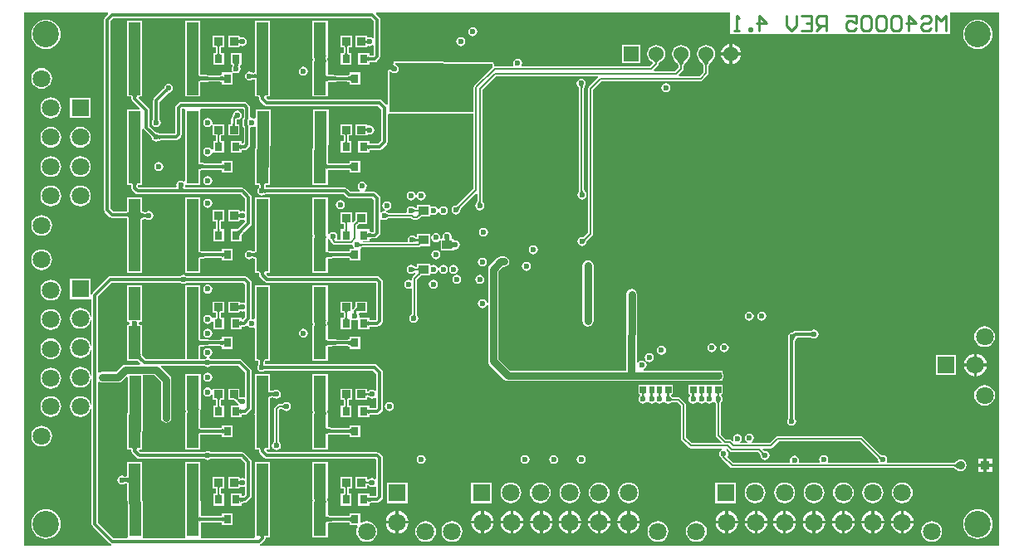
<source format=gbl>
G04*
G04 #@! TF.GenerationSoftware,Altium Limited,Altium Designer,18.1.9 (240)*
G04*
G04 Layer_Physical_Order=4*
G04 Layer_Color=16711680*
%FSLAX25Y25*%
%MOIN*%
G70*
G01*
G75*
%ADD14C,0.01000*%
%ADD15C,0.00787*%
%ADD18R,0.03937X0.03543*%
%ADD22R,0.03347X0.03347*%
%ADD32R,0.02520X0.02756*%
%ADD33R,0.01968X0.02756*%
%ADD74C,0.02953*%
%ADD78C,0.01378*%
%ADD79C,0.03150*%
%ADD80C,0.06000*%
%ADD81R,0.06000X0.06000*%
%ADD82C,0.07087*%
%ADD83R,0.07087X0.07087*%
%ADD84R,0.07087X0.07087*%
%ADD85R,0.03543X0.03543*%
%ADD86C,0.03543*%
%ADD87C,0.10630*%
%ADD88C,0.02362*%
%ADD89R,0.04921X0.13386*%
%ADD90R,0.03150X0.03543*%
%ADD91C,0.04331*%
%ADD92C,0.00800*%
G36*
X138920Y202913D02*
X138834Y202996D01*
X138745Y203069D01*
X138654Y203134D01*
X138560Y203191D01*
X138463Y203238D01*
X138364Y203277D01*
X138354Y203280D01*
X138275Y203248D01*
X138205Y203205D01*
X138149Y203153D01*
X138110Y203095D01*
X138086Y203028D01*
X138078Y202953D01*
Y203339D01*
X138051Y203342D01*
X137942Y203346D01*
Y204134D01*
X138051Y204138D01*
X138078Y204141D01*
Y204528D01*
X138086Y204453D01*
X138110Y204386D01*
X138149Y204327D01*
X138205Y204276D01*
X138275Y204232D01*
X138354Y204200D01*
X138364Y204203D01*
X138463Y204242D01*
X138560Y204290D01*
X138654Y204346D01*
X138745Y204411D01*
X138834Y204485D01*
X138920Y204567D01*
Y202913D01*
D02*
G37*
G36*
X138966Y198097D02*
X139008Y197980D01*
X139077Y197877D01*
X139175Y197787D01*
X139300Y197712D01*
X139453Y197650D01*
X139633Y197601D01*
X139842Y197567D01*
X140078Y197546D01*
X140342Y197539D01*
Y196161D01*
X140078Y196154D01*
X139842Y196134D01*
X139633Y196099D01*
X139453Y196051D01*
X139300Y195989D01*
X139175Y195913D01*
X139077Y195824D01*
X139008Y195721D01*
X138966Y195603D01*
X138952Y195473D01*
Y198228D01*
X138966Y198097D01*
D02*
G37*
G36*
X47142Y135300D02*
X47416Y135142D01*
X47734Y135003D01*
X47921Y134941D01*
Y135236D01*
X47935Y135105D01*
X47976Y134988D01*
X48033Y134903D01*
X48096Y134882D01*
X48502Y134780D01*
X48950Y134696D01*
X49443Y134631D01*
X50094Y134588D01*
X50141Y134597D01*
X50207Y134615D01*
X50261Y134635D01*
X50305Y134659D01*
X50338Y134685D01*
Y134571D01*
X50558Y134556D01*
X51181Y134547D01*
Y133169D01*
X50558Y133160D01*
X50338Y133141D01*
Y133031D01*
X50305Y133058D01*
X50261Y133081D01*
X50207Y133102D01*
X50141Y133120D01*
X50126Y133123D01*
X48950Y133020D01*
X48502Y132937D01*
X48096Y132835D01*
X48033Y132813D01*
X47976Y132728D01*
X47935Y132611D01*
X47921Y132480D01*
Y132776D01*
X47734Y132714D01*
X47416Y132574D01*
X47142Y132416D01*
X46911Y132240D01*
Y135477D01*
X47142Y135300D01*
D02*
G37*
G36*
X43036Y132874D02*
X43022Y133005D01*
X42980Y133122D01*
X42911Y133225D01*
X42813Y133315D01*
X42688Y133391D01*
X42535Y133453D01*
X42355Y133501D01*
X42146Y133535D01*
X41910Y133556D01*
X41646Y133563D01*
Y134941D01*
X41910Y134948D01*
X42146Y134968D01*
X42355Y135003D01*
X42535Y135051D01*
X42688Y135113D01*
X42813Y135189D01*
X42911Y135278D01*
X42980Y135382D01*
X43022Y135499D01*
X43036Y135630D01*
Y132874D01*
D02*
G37*
G36*
X47641Y128299D02*
X47714Y127177D01*
X47921D01*
X47867Y127134D01*
X47819Y127004D01*
X47777Y126788D01*
X47752Y126589D01*
X47867Y124835D01*
X47921Y124791D01*
X47670D01*
X47638Y122847D01*
X43307D01*
X43304Y123670D01*
X43231Y124791D01*
X43024D01*
X43078Y124835D01*
X43126Y124964D01*
X43168Y125181D01*
X43192Y125380D01*
X43078Y127134D01*
X43024Y127177D01*
X43275D01*
X43307Y129122D01*
X47638D01*
X47641Y128299D01*
D02*
G37*
G36*
X65837Y109068D02*
X65880Y109045D01*
X65935Y109024D01*
X66001Y109006D01*
X66078Y108991D01*
X66166Y108979D01*
X66375Y108962D01*
X66629Y108957D01*
Y107579D01*
X66496Y107577D01*
X66078Y107544D01*
X66001Y107529D01*
X65935Y107511D01*
X65880Y107491D01*
X65837Y107467D01*
X65804Y107441D01*
Y109095D01*
X65837Y109068D01*
D02*
G37*
G36*
X64117Y107441D02*
X64085Y107467D01*
X64041Y107491D01*
X63986Y107511D01*
X63920Y107529D01*
X63844Y107544D01*
X63756Y107557D01*
X63546Y107573D01*
X63293Y107579D01*
Y108957D01*
X63425Y108958D01*
X63844Y108991D01*
X63920Y109006D01*
X63986Y109024D01*
X64041Y109045D01*
X64085Y109068D01*
X64117Y109095D01*
Y107441D01*
D02*
G37*
G36*
X34690Y215351D02*
X34881Y214889D01*
X33520Y213528D01*
X33235Y213101D01*
X33135Y212598D01*
Y136221D01*
X33235Y135717D01*
X33520Y135291D01*
X35488Y133323D01*
X35914Y133038D01*
X36417Y132938D01*
X41575D01*
X41629Y132914D01*
X41873Y132907D01*
X42065Y132891D01*
X42218Y132865D01*
X42329Y132836D01*
X42389Y132811D01*
X42390Y132805D01*
X42412Y132765D01*
Y127268D01*
X42374Y127177D01*
X42389Y127143D01*
X42378Y127108D01*
X42412Y127046D01*
Y126565D01*
X42464D01*
X42532Y125531D01*
X42412Y125403D01*
X42412D01*
Y124923D01*
X42378Y124861D01*
X42388Y124825D01*
X42374Y124791D01*
X42412Y124701D01*
Y110817D01*
X48533D01*
Y124701D01*
X48570Y124791D01*
X48556Y124826D01*
X48567Y124861D01*
X48533Y124923D01*
Y125403D01*
X48481D01*
X48413Y126437D01*
X48533Y126565D01*
X48533D01*
Y127046D01*
X48567Y127108D01*
X48556Y127143D01*
X48570Y127177D01*
X48533Y127268D01*
Y132275D01*
X48641Y132302D01*
X49038Y132376D01*
X50060Y132465D01*
X50486Y132181D01*
X51181Y132042D01*
X51876Y132181D01*
X52465Y132574D01*
X52859Y133163D01*
X52997Y133858D01*
X52859Y134553D01*
X52465Y135142D01*
X51876Y135536D01*
X51181Y135674D01*
X50486Y135536D01*
X50047Y135242D01*
X50032Y135243D01*
X50031Y135243D01*
X49507Y135277D01*
X49053Y135338D01*
X48641Y135414D01*
X48533Y135442D01*
Y141151D01*
X42412D01*
Y135739D01*
X42390Y135698D01*
X42389Y135693D01*
X42329Y135668D01*
X42218Y135639D01*
X42065Y135613D01*
X41873Y135597D01*
X41629Y135590D01*
X41575Y135566D01*
X36962D01*
X35763Y136765D01*
Y212054D01*
X36962Y213253D01*
X140204D01*
X141402Y212054D01*
Y205325D01*
X140902Y205121D01*
X140459Y205418D01*
X139764Y205556D01*
X139191Y205442D01*
X138691Y205721D01*
Y206013D01*
X134144D01*
Y201467D01*
X138691D01*
Y201760D01*
X139191Y202038D01*
X139764Y201924D01*
X140459Y202062D01*
X140902Y202359D01*
X141402Y202155D01*
Y198388D01*
X141394Y198377D01*
X141393Y198370D01*
X141188Y198165D01*
X140413D01*
X140359Y198189D01*
X140115Y198195D01*
X139923Y198212D01*
X139770Y198237D01*
X139659Y198267D01*
X139599Y198291D01*
X139598Y198297D01*
X139576Y198337D01*
Y199222D01*
X135227D01*
Y194479D01*
X139576D01*
Y195364D01*
X139598Y195404D01*
X139599Y195410D01*
X139659Y195434D01*
X139770Y195464D01*
X139923Y195489D01*
X140115Y195506D01*
X140359Y195512D01*
X140413Y195536D01*
X141732D01*
X142235Y195636D01*
X142662Y195921D01*
X143538Y196798D01*
X143823Y197224D01*
X143849Y197356D01*
X143931Y197478D01*
X144031Y197981D01*
Y212598D01*
X143931Y213101D01*
X143646Y213528D01*
X142284Y214889D01*
X142475Y215351D01*
X284552Y215351D01*
Y206668D01*
X372724D01*
Y215351D01*
X392517D01*
X392517Y1184D01*
X95751D01*
X95702Y1684D01*
X95975Y1739D01*
X96402Y2024D01*
X97583Y3205D01*
X97868Y3631D01*
X97941Y4002D01*
X97992Y4112D01*
X98003Y4453D01*
X98010Y4518D01*
X99714D01*
Y18402D01*
X99752Y18492D01*
X99737Y18526D01*
X99748Y18562D01*
X99714Y18623D01*
Y19104D01*
X99662D01*
X99594Y20138D01*
X99714Y20266D01*
X99714D01*
Y20747D01*
X99748Y20808D01*
X99737Y20844D01*
X99752Y20878D01*
X99714Y20968D01*
Y34852D01*
X93593D01*
Y20968D01*
X93555Y20878D01*
X93570Y20844D01*
X93559Y20808D01*
X93593Y20747D01*
Y20266D01*
X93645D01*
X93713Y19232D01*
X93593Y19104D01*
X93593D01*
Y18623D01*
X93559Y18562D01*
X93570Y18526D01*
X93555Y18492D01*
X93593Y18402D01*
Y4518D01*
X93197Y4267D01*
X72354D01*
X71958Y4518D01*
X71958Y4767D01*
Y10303D01*
X71992Y10365D01*
X71993Y10372D01*
X72050Y10395D01*
X72160Y10425D01*
X72310Y10450D01*
X72500Y10467D01*
X72741Y10473D01*
X72795Y10497D01*
X79666D01*
X79720Y10473D01*
X79964Y10467D01*
X80155Y10450D01*
X80308Y10424D01*
X80419Y10395D01*
X80480Y10370D01*
X80481Y10364D01*
X80502Y10324D01*
Y9439D01*
X84852D01*
Y14183D01*
X80502D01*
Y13298D01*
X80481Y13258D01*
X80480Y13252D01*
X80419Y13227D01*
X80308Y13198D01*
X80155Y13172D01*
X79964Y13156D01*
X79720Y13149D01*
X79666Y13125D01*
X72795D01*
X72741Y13149D01*
X72500Y13156D01*
X72310Y13172D01*
X72160Y13197D01*
X72050Y13227D01*
X71993Y13250D01*
X71992Y13257D01*
X71958Y13319D01*
Y18402D01*
X71996Y18492D01*
X71958Y18582D01*
Y19104D01*
X71719D01*
X71684Y19270D01*
X71655Y19766D01*
X71761Y20266D01*
X71761D01*
Y20747D01*
X71795Y20808D01*
X71785Y20844D01*
X71799Y20878D01*
X71761Y20968D01*
Y34852D01*
X65640D01*
Y20968D01*
X65603Y20878D01*
X65617Y20844D01*
X65606Y20808D01*
X65640Y20747D01*
Y20266D01*
X65692D01*
X65807Y18510D01*
X65800Y18492D01*
X65810Y18467D01*
X65837Y18054D01*
Y4767D01*
X65837Y4518D01*
X65441Y4267D01*
X49126D01*
X48730Y4518D01*
X48730Y4767D01*
Y18402D01*
X48767Y18492D01*
X48730Y18582D01*
Y19104D01*
X48490D01*
X48456Y19270D01*
X48426Y19766D01*
X48533Y20266D01*
X48533D01*
Y20747D01*
X48567Y20808D01*
X48556Y20844D01*
X48570Y20878D01*
X48533Y20968D01*
Y34852D01*
X42412D01*
Y29125D01*
X42400Y29122D01*
X42053Y29043D01*
X41682Y28981D01*
X41460Y28962D01*
X41049Y29237D01*
X40354Y29375D01*
X39659Y29237D01*
X39070Y28843D01*
X38677Y28254D01*
X38538Y27559D01*
X38677Y26864D01*
X39070Y26275D01*
X39659Y25881D01*
X40354Y25743D01*
X41049Y25881D01*
X41468Y26161D01*
X41674Y26138D01*
X42053Y26076D01*
X42400Y25997D01*
X42412Y25993D01*
Y20968D01*
X42374Y20878D01*
X42389Y20844D01*
X42378Y20808D01*
X42412Y20747D01*
Y20266D01*
X42464D01*
X42579Y18510D01*
X42571Y18492D01*
X42582Y18467D01*
X42609Y18054D01*
Y4767D01*
X42609Y4518D01*
X42213Y4267D01*
X36962D01*
X30832Y10396D01*
Y66840D01*
X31273Y67075D01*
X31473Y66942D01*
X32283Y66781D01*
X38887D01*
X39698Y66942D01*
X40384Y67401D01*
X42147Y69163D01*
X42609Y68972D01*
Y56402D01*
X42571Y56311D01*
X42604Y56231D01*
X42593Y56146D01*
X42609Y55699D01*
X42711D01*
D01*
X42712D01*
X42812Y55213D01*
X42820Y55088D01*
X42764Y54751D01*
X42710Y54537D01*
X42412D01*
Y54015D01*
X42374Y53925D01*
X42412Y53835D01*
Y39951D01*
X43986D01*
X44026Y39929D01*
X44032Y39929D01*
X44056Y39868D01*
X44086Y39757D01*
X44111Y39604D01*
X44128Y39413D01*
X44134Y39168D01*
X44179Y39067D01*
X44258Y38670D01*
X44543Y38244D01*
X46315Y36472D01*
X46741Y36187D01*
X47244Y36087D01*
X73066D01*
X73121Y36063D01*
X73356Y36058D01*
X73527Y36045D01*
X73578Y36037D01*
X73615Y36030D01*
X73620Y36029D01*
X73620Y36029D01*
X73620Y36029D01*
X73628Y36027D01*
X73654Y36017D01*
X73669Y36017D01*
X74108Y35724D01*
X74803Y35586D01*
X75498Y35724D01*
X75937Y36017D01*
X75952Y36017D01*
X75978Y36027D01*
X75986Y36029D01*
X75986Y36029D01*
X75987Y36029D01*
X75992Y36030D01*
X76009Y36034D01*
X76368Y36062D01*
X76478Y36063D01*
X76534Y36087D01*
X88038D01*
X89739Y34387D01*
Y28475D01*
X89356Y28270D01*
X89239Y28260D01*
X88583Y28391D01*
X88010Y28277D01*
X87510Y28555D01*
Y28848D01*
X82963D01*
Y24302D01*
X87510D01*
Y24594D01*
X88010Y24873D01*
X88583Y24759D01*
X89239Y24889D01*
X89356Y24879D01*
X89739Y24675D01*
Y21715D01*
X89050Y21027D01*
X88934Y21030D01*
X88742Y21046D01*
X88589Y21072D01*
X88478Y21101D01*
X88418Y21126D01*
X88417Y21132D01*
X88395Y21172D01*
Y22057D01*
X84046D01*
Y17313D01*
X88395D01*
Y18198D01*
X88417Y18238D01*
X88418Y18244D01*
X88478Y18269D01*
X88589Y18298D01*
X88742Y18324D01*
X88934Y18340D01*
X89178Y18347D01*
X89232Y18371D01*
X89567D01*
X90070Y18471D01*
X90496Y18756D01*
X91982Y20242D01*
X92267Y20668D01*
X92367Y21171D01*
Y34931D01*
X92267Y35434D01*
X91982Y35861D01*
X89512Y38331D01*
X89086Y38616D01*
X88583Y38716D01*
X76540D01*
X76485Y38740D01*
X76250Y38745D01*
X76079Y38758D01*
X76028Y38766D01*
X75992Y38773D01*
X75987Y38774D01*
X75986Y38774D01*
X75986Y38774D01*
X75978Y38777D01*
X75952Y38786D01*
X75937Y38786D01*
X75498Y39079D01*
X74803Y39218D01*
X74108Y39079D01*
X73669Y38786D01*
X73654Y38786D01*
X73628Y38777D01*
X73620Y38774D01*
X73620Y38774D01*
X73620Y38774D01*
X73615Y38773D01*
X73597Y38770D01*
X73239Y38741D01*
X73128Y38740D01*
X73072Y38716D01*
X47789D01*
X47053Y39451D01*
X47260Y39951D01*
X48533D01*
Y47295D01*
X48566Y47549D01*
Y51912D01*
X48592Y51972D01*
X48636Y55204D01*
X48666Y55699D01*
X48730D01*
Y56221D01*
X48767Y56311D01*
X48750Y56352D01*
X48762Y56395D01*
X48730Y56451D01*
Y69735D01*
X53256D01*
X55954Y67036D01*
Y55271D01*
Y52652D01*
X56115Y51841D01*
X56574Y51155D01*
X57261Y50696D01*
X58071Y50534D01*
X58881Y50696D01*
X59568Y51155D01*
X60027Y51841D01*
X60188Y52652D01*
Y55271D01*
Y67913D01*
X60027Y68724D01*
X59568Y69410D01*
X55989Y72989D01*
X56196Y73489D01*
X65192D01*
X65203Y73481D01*
X65706Y73381D01*
X71695D01*
X72198Y73481D01*
X72210Y73489D01*
X73066D01*
X73121Y73465D01*
X73356Y73460D01*
X73527Y73446D01*
X73578Y73439D01*
X73615Y73432D01*
X73620Y73430D01*
X73620Y73430D01*
X73620Y73430D01*
X73628Y73428D01*
X73654Y73418D01*
X73669Y73419D01*
X74108Y73125D01*
X74803Y72987D01*
X75498Y73125D01*
X75937Y73419D01*
X75952Y73418D01*
X75978Y73428D01*
X75986Y73430D01*
X75986Y73430D01*
X75986Y73430D01*
X75991Y73432D01*
X76009Y73435D01*
X76367Y73463D01*
X76478Y73465D01*
X76534Y73489D01*
X87054D01*
X89739Y70804D01*
Y60955D01*
X89356Y60751D01*
X89239Y60741D01*
X88583Y60871D01*
X88010Y60757D01*
X87635Y60966D01*
X87510Y61081D01*
Y64281D01*
X82963D01*
Y59735D01*
X85105D01*
X85156Y59710D01*
X85233Y59706D01*
X85280Y59698D01*
X85331Y59685D01*
X85388Y59664D01*
X85451Y59636D01*
X85520Y59597D01*
X85594Y59548D01*
X85674Y59487D01*
X85759Y59415D01*
X85859Y59319D01*
X85928Y59293D01*
X86146Y59074D01*
X86176Y59002D01*
X86328Y58850D01*
X86882Y58269D01*
X86989Y58144D01*
X87009Y58118D01*
X87027Y58092D01*
X87131Y58022D01*
X87152Y57990D01*
X86888Y57490D01*
X84046D01*
Y52746D01*
X88395D01*
Y53632D01*
X88417Y53672D01*
X88418Y53677D01*
X88478Y53702D01*
X88589Y53732D01*
X88742Y53757D01*
X88934Y53774D01*
X89178Y53780D01*
X89232Y53804D01*
X89567D01*
X90070Y53904D01*
X90496Y54189D01*
X91982Y55675D01*
X92267Y56101D01*
X92367Y56604D01*
Y71349D01*
X92267Y71852D01*
X91982Y72278D01*
X88528Y75732D01*
X88102Y76017D01*
X87599Y76117D01*
X76540D01*
X76485Y76141D01*
X76250Y76146D01*
X76079Y76160D01*
X76028Y76167D01*
X75991Y76174D01*
X75986Y76176D01*
X75986Y76176D01*
X75986Y76176D01*
X75978Y76178D01*
X75952Y76188D01*
X75937Y76187D01*
X75498Y76481D01*
X75318Y76517D01*
Y77026D01*
X75498Y77062D01*
X76087Y77456D01*
X76481Y78045D01*
X76619Y78740D01*
X76481Y79435D01*
X76087Y80024D01*
X75498Y80418D01*
X74803Y80556D01*
X74108Y80418D01*
X73519Y80024D01*
X73125Y79435D01*
X72987Y78740D01*
X73125Y78045D01*
X73519Y77456D01*
X74108Y77062D01*
X74289Y77026D01*
Y76517D01*
X74108Y76481D01*
X73669Y76187D01*
X73654Y76188D01*
X73628Y76178D01*
X73620Y76176D01*
X73620Y76176D01*
X73620Y76176D01*
X73615Y76174D01*
X73597Y76171D01*
X73238Y76143D01*
X73128Y76141D01*
X73072Y76117D01*
X71803D01*
X71761Y76152D01*
Y81093D01*
X71979Y81138D01*
X72452Y81207D01*
X74339Y81331D01*
X75091Y81339D01*
X75148Y81363D01*
X79666D01*
X79720Y81339D01*
X79964Y81333D01*
X80155Y81316D01*
X80308Y81291D01*
X80419Y81261D01*
X80480Y81236D01*
X80481Y81231D01*
X80502Y81191D01*
Y80305D01*
X84852D01*
Y85049D01*
X80502D01*
Y84164D01*
X80481Y84124D01*
X80480Y84118D01*
X80419Y84093D01*
X80308Y84064D01*
X80155Y84039D01*
X79964Y84022D01*
X79720Y84015D01*
X79666Y83991D01*
X75154D01*
X75099Y84015D01*
X73641Y84049D01*
X72457Y84147D01*
X71979Y84217D01*
X71761Y84261D01*
Y89268D01*
X71799Y89358D01*
X71785Y89392D01*
X71795Y89428D01*
X71761Y89490D01*
Y89970D01*
X71709D01*
X71642Y91004D01*
X71761Y91132D01*
X71761D01*
Y91613D01*
X71795Y91674D01*
X71785Y91710D01*
X71799Y91744D01*
X71761Y91835D01*
Y105718D01*
X65640D01*
Y91835D01*
X65603Y91744D01*
X65617Y91710D01*
X65606Y91674D01*
X65640Y91613D01*
Y91132D01*
X65692D01*
X65760Y90098D01*
X65640Y89970D01*
X65640D01*
Y89490D01*
X65606Y89428D01*
X65617Y89392D01*
X65603Y89358D01*
X65640Y89268D01*
Y76152D01*
X65598Y76117D01*
X49908D01*
X49385Y76640D01*
X49363Y76696D01*
X49111Y76957D01*
X48906Y77189D01*
X48742Y77395D01*
X48618Y77574D01*
X48535Y77721D01*
X48533Y77726D01*
Y78158D01*
X48565Y78276D01*
X48541Y78319D01*
X48547Y78369D01*
X48533Y78386D01*
Y89970D01*
X47370D01*
X47053Y90357D01*
X47092Y90551D01*
X47053Y90746D01*
X47370Y91132D01*
X48533D01*
Y105718D01*
X42412D01*
Y91132D01*
X43181D01*
X43498Y90746D01*
X43460Y90551D01*
X43498Y90357D01*
X43181Y89970D01*
X42412D01*
Y75384D01*
X46117D01*
X46198Y75347D01*
X46250Y75367D01*
X46304Y75352D01*
X46360Y75384D01*
X46737D01*
X46778Y75361D01*
X46957Y75235D01*
X47440Y74825D01*
X47719Y74555D01*
X47721Y74454D01*
X47268Y73969D01*
X41842D01*
X41031Y73808D01*
X40345Y73349D01*
X38010Y71015D01*
X32283D01*
X31473Y70854D01*
X31273Y70720D01*
X30832Y70956D01*
Y101415D01*
X36371Y106954D01*
X63224D01*
X63279Y106929D01*
X63514Y106924D01*
X63684Y106911D01*
X63735Y106904D01*
X63772Y106896D01*
X63777Y106895D01*
X63777Y106895D01*
X63778Y106895D01*
X63786Y106893D01*
X63811Y106883D01*
X63826Y106884D01*
X64266Y106590D01*
X64961Y106452D01*
X65656Y106590D01*
X66095Y106884D01*
X66110Y106883D01*
X66136Y106893D01*
X66143Y106895D01*
X66144Y106895D01*
X66144Y106895D01*
X66149Y106896D01*
X66167Y106900D01*
X66525Y106928D01*
X66635Y106929D01*
X66692Y106954D01*
X89023D01*
X89739Y106237D01*
Y98947D01*
X89356Y98743D01*
X89239Y98733D01*
X88583Y98863D01*
X88010Y98749D01*
X87510Y99028D01*
Y99321D01*
X82963D01*
Y94774D01*
X87510D01*
Y95067D01*
X88010Y95345D01*
X88583Y95231D01*
X89239Y95362D01*
X89356Y95352D01*
X89739Y95147D01*
Y93122D01*
X89120Y92503D01*
X88895Y92167D01*
X88461Y92224D01*
X88395Y92250D01*
Y92923D01*
X84046D01*
Y88179D01*
X88395D01*
Y89065D01*
X88417Y89105D01*
X88418Y89110D01*
X88478Y89135D01*
X88589Y89165D01*
X88742Y89190D01*
X88934Y89207D01*
X89178Y89213D01*
X89232Y89237D01*
X89478D01*
X89981Y89337D01*
X90407Y89622D01*
X90416Y89630D01*
X91045Y89552D01*
X91235Y89267D01*
X91825Y88873D01*
X92519Y88735D01*
X93093Y88849D01*
X93593Y88571D01*
Y75384D01*
X94970D01*
X95010Y75362D01*
X95016Y75362D01*
X95040Y75301D01*
X95070Y75190D01*
X95095Y75037D01*
X95112Y74846D01*
X95118Y74601D01*
X95137Y74559D01*
X95118Y74517D01*
X95113Y74282D01*
X95100Y74111D01*
X95093Y74060D01*
X95085Y74023D01*
X95084Y74018D01*
X95084Y74018D01*
X95084Y74017D01*
X95082Y74010D01*
X95072Y73984D01*
X95073Y73969D01*
X94779Y73530D01*
X94641Y72835D01*
X94779Y72140D01*
X95173Y71551D01*
X95762Y71157D01*
X96457Y71019D01*
X97152Y71157D01*
X97591Y71450D01*
X97606Y71450D01*
X97632Y71460D01*
X97639Y71462D01*
X97640Y71462D01*
X97640Y71462D01*
X97645Y71463D01*
X97663Y71467D01*
X98021Y71495D01*
X98131Y71496D01*
X98188Y71520D01*
X141188D01*
X142387Y70322D01*
Y63593D01*
X141887Y63389D01*
X141443Y63686D01*
X140748Y63824D01*
X140053Y63686D01*
X139519Y63329D01*
X139456Y63304D01*
X139386Y63238D01*
X139334Y63194D01*
X139283Y63158D01*
X139233Y63128D01*
X139185Y63104D01*
X138936Y63201D01*
X138882Y63232D01*
X138834Y63270D01*
X138811Y63294D01*
X138745Y63386D01*
X138691Y63504D01*
Y64281D01*
X134144D01*
Y59735D01*
X138691D01*
Y60511D01*
X138745Y60629D01*
X138811Y60722D01*
X138834Y60745D01*
X138882Y60783D01*
X138937Y60815D01*
X139185Y60911D01*
X139233Y60887D01*
X139283Y60858D01*
X139334Y60822D01*
X139386Y60778D01*
X139456Y60711D01*
X139519Y60687D01*
X140053Y60330D01*
X140748Y60192D01*
X141443Y60330D01*
X141887Y60627D01*
X142387Y60423D01*
Y56647D01*
X142172Y56432D01*
X140413D01*
X140359Y56456D01*
X140115Y56463D01*
X139923Y56479D01*
X139770Y56505D01*
X139659Y56534D01*
X139599Y56559D01*
X139598Y56565D01*
X139576Y56605D01*
Y57490D01*
X135227D01*
Y52746D01*
X139576D01*
Y53632D01*
X139598Y53672D01*
X139599Y53677D01*
X139659Y53702D01*
X139770Y53732D01*
X139923Y53757D01*
X140115Y53774D01*
X140359Y53780D01*
X140413Y53804D01*
X142717D01*
X143219Y53904D01*
X143646Y54189D01*
X144630Y55173D01*
X144915Y55599D01*
X145015Y56102D01*
Y70866D01*
X144915Y71369D01*
X144630Y71795D01*
X142662Y73764D01*
X142235Y74049D01*
X141732Y74149D01*
X98193D01*
X98139Y74173D01*
X98044Y74175D01*
X97835Y74532D01*
X97796Y74632D01*
X97801Y74846D01*
X97818Y75037D01*
X97843Y75190D01*
X97873Y75301D01*
X97897Y75362D01*
X97903Y75362D01*
X97943Y75384D01*
X99714D01*
Y89268D01*
X99752Y89358D01*
X99737Y89392D01*
X99748Y89428D01*
X99714Y89490D01*
Y89970D01*
X99662D01*
X99594Y91004D01*
X99714Y91132D01*
X99714D01*
Y91613D01*
X99748Y91674D01*
X99737Y91710D01*
X99752Y91744D01*
X99714Y91835D01*
Y105718D01*
X93593D01*
Y92532D01*
X93093Y92253D01*
X92823Y92307D01*
X92472Y92515D01*
X92367Y92847D01*
Y106782D01*
X92267Y107285D01*
X91982Y107711D01*
X90496Y109197D01*
X90070Y109482D01*
X89567Y109582D01*
X66697D01*
X66643Y109606D01*
X66408Y109611D01*
X66237Y109625D01*
X66186Y109632D01*
X66149Y109639D01*
X66144Y109640D01*
X66144Y109641D01*
X66143Y109641D01*
X66136Y109643D01*
X66110Y109652D01*
X66095Y109652D01*
X65656Y109945D01*
X64961Y110084D01*
X64266Y109945D01*
X63826Y109652D01*
X63811Y109652D01*
X63786Y109643D01*
X63778Y109641D01*
X63777Y109641D01*
X63777Y109640D01*
X63772Y109639D01*
X63755Y109636D01*
X63396Y109607D01*
X63286Y109606D01*
X63229Y109582D01*
X35827D01*
X35324Y109482D01*
X34898Y109197D01*
X28589Y102888D01*
X28304Y102462D01*
X28265Y102268D01*
X27765Y102317D01*
Y108474D01*
X19479D01*
Y100187D01*
X27704D01*
X27765Y100187D01*
X28204Y100039D01*
Y93291D01*
X27704Y93258D01*
X27659Y93601D01*
X27241Y94609D01*
X26577Y95475D01*
X25712Y96139D01*
X24704Y96556D01*
X23622Y96699D01*
X22540Y96556D01*
X21532Y96139D01*
X20667Y95475D01*
X20003Y94609D01*
X19585Y93601D01*
X19443Y92520D01*
X19585Y91438D01*
X20003Y90430D01*
X20667Y89565D01*
X21532Y88901D01*
X22540Y88483D01*
X23622Y88341D01*
X24704Y88483D01*
X25712Y88901D01*
X26577Y89565D01*
X27241Y90430D01*
X27659Y91438D01*
X27704Y91781D01*
X28204Y91748D01*
Y81480D01*
X27704Y81447D01*
X27659Y81790D01*
X27241Y82798D01*
X26577Y83664D01*
X25712Y84328D01*
X24704Y84745D01*
X23622Y84888D01*
X22540Y84745D01*
X21532Y84328D01*
X20667Y83664D01*
X20003Y82798D01*
X19585Y81790D01*
X19443Y80709D01*
X19585Y79627D01*
X20003Y78619D01*
X20667Y77754D01*
X21532Y77090D01*
X22540Y76672D01*
X23622Y76530D01*
X24704Y76672D01*
X25712Y77090D01*
X26577Y77754D01*
X27241Y78619D01*
X27659Y79627D01*
X27704Y79970D01*
X28204Y79937D01*
Y69669D01*
X27704Y69636D01*
X27659Y69979D01*
X27241Y70987D01*
X26577Y71853D01*
X25712Y72517D01*
X24704Y72934D01*
X23622Y73077D01*
X22540Y72934D01*
X21532Y72517D01*
X20667Y71853D01*
X20003Y70987D01*
X19585Y69979D01*
X19443Y68898D01*
X19585Y67816D01*
X20003Y66808D01*
X20667Y65943D01*
X21532Y65279D01*
X22540Y64861D01*
X23622Y64719D01*
X24704Y64861D01*
X25712Y65279D01*
X26577Y65943D01*
X27241Y66808D01*
X27659Y67816D01*
X27704Y68159D01*
X28204Y68126D01*
Y57858D01*
X27704Y57825D01*
X27659Y58168D01*
X27241Y59176D01*
X26577Y60042D01*
X25712Y60706D01*
X24704Y61123D01*
X23622Y61266D01*
X22540Y61123D01*
X21532Y60706D01*
X20667Y60042D01*
X20003Y59176D01*
X19585Y58168D01*
X19443Y57087D01*
X19585Y56005D01*
X20003Y54997D01*
X20667Y54132D01*
X21532Y53468D01*
X22540Y53050D01*
X23622Y52908D01*
X24704Y53050D01*
X25712Y53468D01*
X26577Y54132D01*
X27241Y54997D01*
X27659Y56005D01*
X27704Y56348D01*
X28204Y56315D01*
Y9852D01*
X28304Y9349D01*
X28589Y8923D01*
X35488Y2024D01*
X35914Y1739D01*
X36188Y1684D01*
X36139Y1184D01*
X1184D01*
X1184Y215351D01*
X34690D01*
D02*
G37*
G36*
X87739Y96220D02*
X87653Y96303D01*
X87564Y96376D01*
X87473Y96441D01*
X87379Y96498D01*
X87282Y96545D01*
X87183Y96584D01*
X87173Y96587D01*
X87094Y96555D01*
X87023Y96512D01*
X86968Y96461D01*
X86929Y96402D01*
X86905Y96335D01*
X86897Y96260D01*
Y96646D01*
X86870Y96649D01*
X86760Y96653D01*
Y97441D01*
X86870Y97445D01*
X86897Y97449D01*
Y97835D01*
X86905Y97760D01*
X86929Y97693D01*
X86968Y97634D01*
X87023Y97583D01*
X87094Y97539D01*
X87173Y97507D01*
X87183Y97510D01*
X87282Y97549D01*
X87379Y97597D01*
X87473Y97653D01*
X87564Y97718D01*
X87653Y97792D01*
X87739Y97874D01*
Y96220D01*
D02*
G37*
G36*
X87785Y91798D02*
X87827Y91681D01*
X87896Y91578D01*
X87994Y91488D01*
X88119Y91412D01*
X88272Y91350D01*
X88452Y91302D01*
X88661Y91268D01*
X88897Y91247D01*
X89161Y91240D01*
Y89862D01*
X88897Y89855D01*
X88661Y89835D01*
X88452Y89800D01*
X88272Y89752D01*
X88119Y89690D01*
X87994Y89614D01*
X87896Y89525D01*
X87827Y89421D01*
X87785Y89304D01*
X87771Y89173D01*
Y91929D01*
X87785Y91798D01*
D02*
G37*
G36*
X46166Y90322D02*
X46207Y89937D01*
X46225Y89856D01*
X46231Y89857D01*
X46227Y89848D01*
X46242Y89780D01*
X46287Y89647D01*
X46343Y89539D01*
X46408Y89455D01*
X46484Y89394D01*
X46570Y89358D01*
X46665Y89346D01*
X46167D01*
X46162Y89195D01*
X46161Y89061D01*
X44783Y88769D01*
X44782Y88900D01*
X44754Y89228D01*
X44738Y89315D01*
X44730Y89346D01*
X44279D01*
X44375Y89358D01*
X44461Y89394D01*
X44536Y89455D01*
X44602Y89539D01*
X44617Y89568D01*
X44601Y89582D01*
X44626Y89586D01*
X44657Y89647D01*
X44703Y89780D01*
X44738Y89937D01*
X44763Y90117D01*
X44778Y90322D01*
X44783Y90551D01*
X46161D01*
X46166Y90322D01*
D02*
G37*
G36*
X98822Y92866D02*
X98895Y91744D01*
X99102D01*
X99048Y91701D01*
X99000Y91571D01*
X98958Y91355D01*
X98934Y91156D01*
X99048Y89401D01*
X99102Y89358D01*
X98851D01*
X98819Y87414D01*
X94488D01*
X94485Y88236D01*
X94412Y89358D01*
X94205D01*
X94259Y89401D01*
X94307Y89531D01*
X94349Y89748D01*
X94374Y89946D01*
X94259Y91701D01*
X94205Y91744D01*
X94456D01*
X94488Y93689D01*
X98819D01*
X98822Y92866D01*
D02*
G37*
G36*
X70869D02*
X70942Y91744D01*
X71149D01*
X71096Y91701D01*
X71047Y91571D01*
X71005Y91355D01*
X70981Y91156D01*
X71096Y89401D01*
X71149Y89358D01*
X70898D01*
X70866Y87414D01*
X66535D01*
X66533Y88236D01*
X66459Y89358D01*
X66252D01*
X66306Y89401D01*
X66354Y89531D01*
X66397Y89748D01*
X66421Y89946D01*
X66306Y91701D01*
X66252Y91744D01*
X66504D01*
X66535Y93689D01*
X70866D01*
X70869Y92866D01*
D02*
G37*
G36*
X81126Y81299D02*
X81112Y81430D01*
X81071Y81547D01*
X81001Y81651D01*
X80904Y81740D01*
X80779Y81816D01*
X80626Y81878D01*
X80445Y81926D01*
X80237Y81961D01*
X80001Y81981D01*
X79736Y81988D01*
Y83366D01*
X80001Y83373D01*
X80237Y83394D01*
X80445Y83428D01*
X80626Y83476D01*
X80779Y83538D01*
X80904Y83614D01*
X81001Y83704D01*
X81071Y83807D01*
X81112Y83924D01*
X81126Y84055D01*
Y81299D01*
D02*
G37*
G36*
X70431Y84049D02*
X70695Y83906D01*
X71022Y83779D01*
X71149Y83744D01*
Y84055D01*
X71163Y83924D01*
X71205Y83807D01*
X71269Y83710D01*
X71413Y83670D01*
X71866Y83577D01*
X72383Y83501D01*
X73607Y83400D01*
X75084Y83366D01*
Y81988D01*
X74314Y81980D01*
X72383Y81853D01*
X71866Y81777D01*
X71413Y81685D01*
X71269Y81644D01*
X71205Y81547D01*
X71163Y81430D01*
X71149Y81299D01*
Y81611D01*
X71022Y81575D01*
X70695Y81449D01*
X70431Y81305D01*
X70231Y81145D01*
Y84209D01*
X70431Y84049D01*
D02*
G37*
G36*
X47854Y78076D02*
X47824Y77940D01*
X47830Y77788D01*
X47873Y77618D01*
X47952Y77432D01*
X48068Y77229D01*
X48220Y77008D01*
X48409Y76771D01*
X48634Y76517D01*
X48895Y76245D01*
X48170Y75022D01*
X47876Y75306D01*
X47355Y75750D01*
X47127Y75909D01*
X46921Y76027D01*
X46737Y76104D01*
X46575Y76139D01*
X46435Y76133D01*
X46317Y76085D01*
X46221Y75996D01*
X47921Y78194D01*
X47854Y78076D01*
D02*
G37*
G36*
X97704Y75994D02*
X97587Y75953D01*
X97483Y75883D01*
X97394Y75786D01*
X97318Y75661D01*
X97256Y75508D01*
X97208Y75327D01*
X97173Y75119D01*
X97153Y74882D01*
X97146Y74618D01*
X95768D01*
X95761Y74882D01*
X95740Y75119D01*
X95706Y75327D01*
X95657Y75508D01*
X95596Y75661D01*
X95520Y75786D01*
X95430Y75883D01*
X95327Y75953D01*
X95210Y75994D01*
X95079Y76008D01*
X97835D01*
X97704Y75994D01*
D02*
G37*
G36*
X75679Y75604D02*
X75723Y75580D01*
X75777Y75560D01*
X75843Y75542D01*
X75920Y75526D01*
X76008Y75514D01*
X76217Y75498D01*
X76471Y75492D01*
Y74114D01*
X76339Y74113D01*
X75920Y74080D01*
X75843Y74064D01*
X75777Y74047D01*
X75723Y74026D01*
X75679Y74002D01*
X75647Y73976D01*
Y75630D01*
X75679Y75604D01*
D02*
G37*
G36*
X73959Y73976D02*
X73927Y74002D01*
X73883Y74026D01*
X73829Y74047D01*
X73763Y74064D01*
X73686Y74080D01*
X73598Y74092D01*
X73389Y74109D01*
X73135Y74114D01*
Y75492D01*
X73267Y75493D01*
X73686Y75526D01*
X73763Y75542D01*
X73829Y75560D01*
X73883Y75580D01*
X73927Y75604D01*
X73959Y75630D01*
Y73976D01*
D02*
G37*
G36*
X97147Y74370D02*
X97180Y73952D01*
X97195Y73875D01*
X97213Y73809D01*
X97234Y73754D01*
X97257Y73711D01*
X97284Y73678D01*
X95630D01*
X95656Y73711D01*
X95679Y73754D01*
X95700Y73809D01*
X95718Y73875D01*
X95733Y73952D01*
X95746Y74040D01*
X95762Y74249D01*
X95768Y74503D01*
X97146D01*
X97147Y74370D01*
D02*
G37*
G36*
X97333Y73635D02*
X97376Y73612D01*
X97431Y73591D01*
X97497Y73573D01*
X97574Y73558D01*
X97662Y73546D01*
X97871Y73529D01*
X98125Y73524D01*
Y72146D01*
X97992Y72144D01*
X97574Y72111D01*
X97497Y72096D01*
X97431Y72078D01*
X97376Y72057D01*
X97333Y72034D01*
X97300Y72008D01*
Y73661D01*
X97333Y73635D01*
D02*
G37*
G36*
X138086Y62721D02*
X138110Y62653D01*
X138149Y62594D01*
X138205Y62543D01*
X138275Y62500D01*
X138362Y62465D01*
X138464Y62437D01*
X138583Y62417D01*
X138716Y62406D01*
X138866Y62402D01*
Y61614D01*
X138716Y61610D01*
X138583Y61598D01*
X138464Y61579D01*
X138362Y61551D01*
X138275Y61516D01*
X138205Y61472D01*
X138149Y61421D01*
X138110Y61362D01*
X138086Y61295D01*
X138078Y61221D01*
Y62795D01*
X138086Y62721D01*
D02*
G37*
G36*
X139905Y61181D02*
X139818Y61263D01*
X139730Y61337D01*
X139638Y61402D01*
X139544Y61458D01*
X139448Y61506D01*
X139348Y61545D01*
X139247Y61575D01*
X139142Y61597D01*
X139035Y61610D01*
X138926Y61614D01*
Y62402D01*
X139035Y62406D01*
X139142Y62419D01*
X139247Y62441D01*
X139348Y62471D01*
X139448Y62510D01*
X139544Y62558D01*
X139638Y62614D01*
X139730Y62679D01*
X139818Y62752D01*
X139905Y62835D01*
Y61181D01*
D02*
G37*
G36*
X86897Y60347D02*
X86903Y60335D01*
X86918Y60314D01*
X86945Y60282D01*
X87124Y60091D01*
X87147Y60070D01*
X87232Y60005D01*
X87316Y59955D01*
X87399Y59918D01*
X87481Y59896D01*
X87562Y59889D01*
X87643Y59896D01*
X87722Y59917D01*
X87800Y59952D01*
X87877Y60002D01*
X87567Y58453D01*
X87537Y58497D01*
X87493Y58554D01*
X87364Y58705D01*
X86793Y59303D01*
X86636Y59461D01*
X86839Y59790D01*
X86307D01*
X86194Y59897D01*
X86082Y59993D01*
X85969Y60078D01*
X85858Y60152D01*
X85746Y60215D01*
X85635Y60266D01*
X85524Y60306D01*
X85413Y60335D01*
X85303Y60352D01*
X85193Y60359D01*
X86897Y60347D01*
D02*
G37*
G36*
X138966Y56365D02*
X139008Y56248D01*
X139077Y56145D01*
X139175Y56055D01*
X139300Y55979D01*
X139453Y55917D01*
X139633Y55869D01*
X139842Y55835D01*
X140078Y55814D01*
X140342Y55807D01*
Y54429D01*
X140078Y54422D01*
X139842Y54402D01*
X139633Y54367D01*
X139453Y54319D01*
X139300Y54257D01*
X139175Y54181D01*
X139077Y54092D01*
X139008Y53988D01*
X138966Y53871D01*
X138952Y53740D01*
Y56496D01*
X138966Y56365D01*
D02*
G37*
G36*
X87785D02*
X87827Y56248D01*
X87896Y56145D01*
X87994Y56055D01*
X88119Y55979D01*
X88272Y55917D01*
X88452Y55869D01*
X88661Y55835D01*
X88897Y55814D01*
X89161Y55807D01*
Y54429D01*
X88897Y54422D01*
X88661Y54402D01*
X88452Y54367D01*
X88272Y54319D01*
X88119Y54257D01*
X87994Y54181D01*
X87896Y54092D01*
X87827Y53988D01*
X87785Y53871D01*
X87771Y53740D01*
Y56496D01*
X87785Y56365D01*
D02*
G37*
G36*
X47933Y56311D02*
X48118D01*
X48085Y56268D01*
X48055Y56138D01*
X48028Y55922D01*
X47987Y55229D01*
X47943Y51981D01*
X43612D01*
X43608Y52803D01*
X43540Y53925D01*
X43024D01*
X43135Y53968D01*
X43235Y54098D01*
X43324Y54315D01*
X43400Y54618D01*
X43465Y55008D01*
X43472Y55068D01*
X43420Y55922D01*
X43361Y56138D01*
X43295Y56268D01*
X43221Y56311D01*
X43566D01*
X43588Y56697D01*
X43612Y58256D01*
X47943D01*
X47933Y56311D01*
D02*
G37*
G36*
X46720Y40561D02*
X46602Y40520D01*
X46499Y40450D01*
X46409Y40353D01*
X46334Y40228D01*
X46272Y40075D01*
X46223Y39894D01*
X46189Y39686D01*
X46168Y39449D01*
X46161Y39185D01*
X44783D01*
X44777Y39449D01*
X44756Y39686D01*
X44721Y39894D01*
X44673Y40075D01*
X44611Y40228D01*
X44535Y40353D01*
X44446Y40450D01*
X44342Y40520D01*
X44225Y40561D01*
X44094Y40575D01*
X46850D01*
X46720Y40561D01*
D02*
G37*
G36*
X75679Y38202D02*
X75723Y38179D01*
X75778Y38158D01*
X75843Y38140D01*
X75920Y38125D01*
X76008Y38113D01*
X76218Y38096D01*
X76471Y38091D01*
Y36713D01*
X76339Y36711D01*
X75920Y36678D01*
X75843Y36663D01*
X75778Y36645D01*
X75723Y36624D01*
X75679Y36601D01*
X75647Y36575D01*
Y38228D01*
X75679Y38202D01*
D02*
G37*
G36*
X73960Y36575D02*
X73927Y36601D01*
X73883Y36624D01*
X73829Y36645D01*
X73763Y36663D01*
X73686Y36678D01*
X73598Y36691D01*
X73389Y36707D01*
X73135Y36713D01*
Y38091D01*
X73268Y38092D01*
X73686Y38125D01*
X73763Y38140D01*
X73829Y38158D01*
X73883Y38179D01*
X73927Y38202D01*
X73960Y38228D01*
Y36575D01*
D02*
G37*
G36*
X44093Y25890D02*
X43842Y26076D01*
X43564Y26243D01*
X43258Y26390D01*
X43036Y26475D01*
Y26181D01*
X43022Y26312D01*
X42980Y26429D01*
X42920Y26519D01*
X42565Y26625D01*
X42178Y26713D01*
X41763Y26782D01*
X41402Y26822D01*
X41395Y26820D01*
X41329Y26803D01*
X41274Y26782D01*
X41230Y26759D01*
X41198Y26732D01*
Y26836D01*
X40354Y26870D01*
Y28248D01*
X40851Y28258D01*
X41198Y28288D01*
Y28386D01*
X41230Y28360D01*
X41274Y28336D01*
X41329Y28316D01*
X41375Y28303D01*
X41763Y28336D01*
X42178Y28405D01*
X42565Y28493D01*
X42920Y28599D01*
X42980Y28689D01*
X43022Y28806D01*
X43036Y28937D01*
Y28643D01*
X43258Y28728D01*
X43564Y28875D01*
X43842Y29042D01*
X44093Y29228D01*
Y25890D01*
D02*
G37*
G36*
X87739Y25748D02*
X87653Y25830D01*
X87564Y25904D01*
X87473Y25969D01*
X87379Y26025D01*
X87282Y26073D01*
X87183Y26112D01*
X87173Y26115D01*
X87094Y26083D01*
X87023Y26039D01*
X86968Y25988D01*
X86929Y25929D01*
X86905Y25862D01*
X86897Y25787D01*
Y26173D01*
X86870Y26177D01*
X86760Y26181D01*
Y26969D01*
X86870Y26973D01*
X86897Y26976D01*
Y27362D01*
X86905Y27287D01*
X86929Y27220D01*
X86968Y27161D01*
X87023Y27110D01*
X87094Y27067D01*
X87173Y27035D01*
X87183Y27038D01*
X87282Y27077D01*
X87379Y27124D01*
X87473Y27181D01*
X87564Y27246D01*
X87653Y27319D01*
X87739Y27402D01*
Y25748D01*
D02*
G37*
G36*
X87785Y20932D02*
X87827Y20815D01*
X87896Y20712D01*
X87994Y20622D01*
X88119Y20546D01*
X88272Y20484D01*
X88452Y20436D01*
X88661Y20402D01*
X88897Y20381D01*
X89161Y20374D01*
Y18996D01*
X88897Y18989D01*
X88661Y18969D01*
X88452Y18934D01*
X88272Y18886D01*
X88119Y18824D01*
X87994Y18748D01*
X87896Y18658D01*
X87827Y18555D01*
X87785Y18438D01*
X87771Y18307D01*
Y21063D01*
X87785Y20932D01*
D02*
G37*
G36*
X98822Y22000D02*
X98895Y20878D01*
X99102D01*
X99048Y20835D01*
X99000Y20705D01*
X98958Y20488D01*
X98934Y20290D01*
X99048Y18535D01*
X99102Y18492D01*
X98851D01*
X98819Y16547D01*
X94488D01*
X94485Y17370D01*
X94412Y18492D01*
X94205D01*
X94259Y18535D01*
X94307Y18665D01*
X94349Y18882D01*
X94374Y19080D01*
X94259Y20835D01*
X94205Y20878D01*
X94456D01*
X94488Y22823D01*
X98819D01*
X98822Y22000D01*
D02*
G37*
G36*
X70871D02*
X70938Y20878D01*
X71149D01*
X71096Y20835D01*
X71047Y20705D01*
X71005Y20488D01*
X70976Y20247D01*
X71039Y19185D01*
X71101Y18882D01*
X71173Y18665D01*
X71255Y18535D01*
X71346Y18492D01*
X70898D01*
X70866Y16547D01*
X66535D01*
X66533Y17370D01*
X66459Y18492D01*
X66449D01*
X66458Y18515D01*
X66306Y20835D01*
X66252Y20878D01*
X66514D01*
X66535Y22823D01*
X70866D01*
X70871Y22000D01*
D02*
G37*
G36*
X47643D02*
X47710Y20878D01*
X47921D01*
X47867Y20835D01*
X47819Y20705D01*
X47777Y20488D01*
X47747Y20247D01*
X47811Y19185D01*
X47873Y18882D01*
X47945Y18665D01*
X48027Y18535D01*
X48118Y18492D01*
X47670D01*
X47638Y16547D01*
X43307D01*
X43304Y17370D01*
X43231Y18492D01*
X43221D01*
X43229Y18515D01*
X43078Y20835D01*
X43024Y20878D01*
X43286D01*
X43307Y22823D01*
X47638D01*
X47643Y22000D01*
D02*
G37*
G36*
X81126Y10433D02*
X81112Y10564D01*
X81071Y10681D01*
X81001Y10784D01*
X80904Y10874D01*
X80779Y10950D01*
X80626Y11012D01*
X80445Y11060D01*
X80237Y11095D01*
X80001Y11115D01*
X79736Y11122D01*
Y12500D01*
X80001Y12507D01*
X80237Y12528D01*
X80445Y12562D01*
X80626Y12610D01*
X80779Y12672D01*
X80904Y12748D01*
X81001Y12838D01*
X81071Y12941D01*
X81112Y13058D01*
X81126Y13189D01*
Y10433D01*
D02*
G37*
G36*
X71360Y13058D02*
X71401Y12941D01*
X71470Y12838D01*
X71567Y12748D01*
X71691Y12672D01*
X71842Y12610D01*
X72022Y12562D01*
X72228Y12528D01*
X72462Y12507D01*
X72724Y12500D01*
Y11122D01*
X72462Y11115D01*
X72228Y11095D01*
X72022Y11060D01*
X71842Y11012D01*
X71691Y10950D01*
X71567Y10874D01*
X71470Y10784D01*
X71401Y10681D01*
X71360Y10564D01*
X71346Y10433D01*
Y13189D01*
X71360Y13058D01*
D02*
G37*
G36*
X98025Y10080D02*
X97882Y9817D01*
X97756Y9489D01*
X97646Y9099D01*
X97553Y8645D01*
X97477Y8128D01*
X97376Y6905D01*
X97342Y5427D01*
X95965D01*
X95956Y6198D01*
X95830Y8128D01*
X95754Y8645D01*
X95661Y9099D01*
X95551Y9489D01*
X95425Y9817D01*
X95282Y10080D01*
X95122Y10281D01*
X98186D01*
X98025Y10080D01*
D02*
G37*
G36*
X97591Y5132D02*
X97539Y5102D01*
X97493Y5051D01*
X97453Y4981D01*
X97419Y4890D01*
X97392Y4779D01*
X97370Y4648D01*
X97355Y4497D01*
X97342Y4134D01*
X95965D01*
X95961Y4325D01*
X95937Y4648D01*
X95915Y4779D01*
X95888Y4890D01*
X95854Y4981D01*
X95814Y5051D01*
X95768Y5102D01*
X95716Y5132D01*
X95657Y5142D01*
X97650D01*
X97591Y5132D01*
D02*
G37*
%LPC*%
G36*
X181201Y209592D02*
X180506Y209453D01*
X179917Y209060D01*
X179523Y208471D01*
X179385Y207776D01*
X179523Y207081D01*
X179917Y206491D01*
X180506Y206098D01*
X181201Y205960D01*
X181896Y206098D01*
X182485Y206491D01*
X182878Y207081D01*
X183017Y207776D01*
X182878Y208471D01*
X182485Y209060D01*
X181896Y209453D01*
X181201Y209592D01*
D02*
G37*
G36*
X176378Y205556D02*
X175683Y205418D01*
X175094Y205024D01*
X174700Y204435D01*
X174562Y203740D01*
X174700Y203045D01*
X175094Y202456D01*
X175683Y202062D01*
X176378Y201924D01*
X177073Y202062D01*
X177662Y202456D01*
X178056Y203045D01*
X178194Y203740D01*
X178056Y204435D01*
X177662Y205024D01*
X177073Y205418D01*
X176378Y205556D01*
D02*
G37*
G36*
X87510Y206013D02*
X82963D01*
Y201467D01*
X87510D01*
Y201760D01*
X88010Y202038D01*
X88583Y201924D01*
X89278Y202062D01*
X89867Y202456D01*
X90260Y203045D01*
X90399Y203740D01*
X90260Y204435D01*
X89867Y205024D01*
X89278Y205418D01*
X88583Y205556D01*
X88010Y205442D01*
X87510Y205721D01*
Y206013D01*
D02*
G37*
G36*
X383858Y212636D02*
X382699Y212522D01*
X381584Y212184D01*
X380556Y211635D01*
X379656Y210896D01*
X378916Y209995D01*
X378367Y208967D01*
X378029Y207852D01*
X377915Y206693D01*
X378029Y205533D01*
X378367Y204418D01*
X378916Y203391D01*
X379656Y202490D01*
X380556Y201751D01*
X381584Y201202D01*
X382699Y200864D01*
X383858Y200749D01*
X385018Y200864D01*
X386133Y201202D01*
X387160Y201751D01*
X388061Y202490D01*
X388800Y203391D01*
X389349Y204418D01*
X389688Y205533D01*
X389802Y206693D01*
X389688Y207852D01*
X389349Y208967D01*
X388800Y209995D01*
X388061Y210896D01*
X387160Y211635D01*
X386133Y212184D01*
X385018Y212522D01*
X383858Y212636D01*
D02*
G37*
G36*
X9843D02*
X8683Y212522D01*
X7568Y212184D01*
X6540Y211635D01*
X5640Y210896D01*
X4901Y209995D01*
X4351Y208967D01*
X4013Y207852D01*
X3899Y206693D01*
X4013Y205533D01*
X4351Y204418D01*
X4901Y203391D01*
X5640Y202490D01*
X6540Y201751D01*
X7568Y201202D01*
X8683Y200864D01*
X9843Y200749D01*
X11002Y200864D01*
X12117Y201202D01*
X13145Y201751D01*
X14045Y202490D01*
X14784Y203391D01*
X15334Y204418D01*
X15672Y205533D01*
X15786Y206693D01*
X15672Y207852D01*
X15334Y208967D01*
X14784Y209995D01*
X14045Y210896D01*
X13145Y211635D01*
X12117Y212184D01*
X11002Y212522D01*
X9843Y212636D01*
D02*
G37*
G36*
X285354Y202776D02*
Y199409D01*
X288721D01*
X288661Y199863D01*
X288258Y200836D01*
X287617Y201672D01*
X286781Y202313D01*
X285808Y202716D01*
X285354Y202776D01*
D02*
G37*
G36*
X284173D02*
X283720Y202716D01*
X282747Y202313D01*
X281911Y201672D01*
X281270Y200836D01*
X280867Y199863D01*
X280807Y199409D01*
X284173D01*
Y202776D01*
D02*
G37*
G36*
X248364Y202419D02*
X241164D01*
Y195219D01*
X248364D01*
Y202419D01*
D02*
G37*
G36*
X288721Y198228D02*
X285354D01*
Y194862D01*
X285808Y194922D01*
X286781Y195325D01*
X287617Y195966D01*
X288258Y196802D01*
X288661Y197775D01*
X288721Y198228D01*
D02*
G37*
G36*
X284173D02*
X280807D01*
X280867Y197775D01*
X281270Y196802D01*
X281911Y195966D01*
X282747Y195325D01*
X283720Y194922D01*
X284173Y194862D01*
Y198228D01*
D02*
G37*
G36*
X132588Y206013D02*
X128042D01*
Y201467D01*
X129263D01*
X129269Y201407D01*
X129272Y201275D01*
X129302Y201208D01*
Y199481D01*
X129272Y199415D01*
X129269Y199285D01*
X129263Y199222D01*
X128140D01*
Y194479D01*
X132490D01*
Y199222D01*
X131367D01*
X131361Y199285D01*
X131358Y199415D01*
X131328Y199481D01*
Y201208D01*
X131358Y201275D01*
X131361Y201407D01*
X131367Y201467D01*
X132588D01*
Y206013D01*
D02*
G37*
G36*
X81407D02*
X76861D01*
Y201467D01*
X78082D01*
X78088Y201407D01*
X78091Y201275D01*
X78121Y201208D01*
Y199481D01*
X78091Y199415D01*
X78088Y199285D01*
X78082Y199222D01*
X76959D01*
Y194479D01*
X81309D01*
Y199222D01*
X80186D01*
X80180Y199285D01*
X80177Y199415D01*
X80147Y199481D01*
Y201208D01*
X80177Y201275D01*
X80180Y201407D01*
X80185Y201467D01*
X81407D01*
Y206013D01*
D02*
G37*
G36*
X99714Y212017D02*
X93593D01*
Y198134D01*
X93555Y198044D01*
X93570Y198009D01*
X93559Y197974D01*
X93593Y197912D01*
Y197432D01*
X93645D01*
X93713Y196397D01*
X93593Y196269D01*
X93593D01*
Y195789D01*
X93559Y195727D01*
X93570Y195692D01*
X93555Y195657D01*
X93593Y195567D01*
Y191447D01*
X93571Y191407D01*
X93571Y191401D01*
X93510Y191377D01*
X93399Y191347D01*
X93246Y191322D01*
X93054Y191305D01*
X92997Y191304D01*
X92982Y191304D01*
X92812Y191317D01*
X92761Y191325D01*
X92724Y191332D01*
X92719Y191333D01*
X92719Y191333D01*
X92718Y191333D01*
X92710Y191336D01*
X92685Y191345D01*
X92670Y191345D01*
X92230Y191638D01*
X91535Y191777D01*
X90841Y191638D01*
X90251Y191245D01*
X89858Y190656D01*
X89719Y189961D01*
X89858Y189266D01*
X90251Y188677D01*
X90841Y188283D01*
X91535Y188145D01*
X92230Y188283D01*
X92670Y188576D01*
X92685Y188576D01*
X92710Y188586D01*
X92718Y188588D01*
X92719Y188588D01*
X92719Y188588D01*
X92724Y188589D01*
X92741Y188593D01*
X93041Y188616D01*
X93054Y188616D01*
X93246Y188599D01*
X93399Y188574D01*
X93510Y188544D01*
X93571Y188520D01*
X93571Y188514D01*
X93593Y188474D01*
Y181684D01*
X95167D01*
X95207Y181662D01*
X95213Y181661D01*
X95237Y181600D01*
X95267Y181489D01*
X95292Y181337D01*
X95309Y181145D01*
X95315Y180901D01*
X95360Y180799D01*
X95439Y180403D01*
X95724Y179976D01*
X97496Y178205D01*
X97922Y177920D01*
X98425Y177820D01*
X143156D01*
X144355Y176621D01*
Y163930D01*
X143156Y162732D01*
X140413D01*
X140359Y162756D01*
X140115Y162762D01*
X139923Y162779D01*
X139770Y162804D01*
X139659Y162834D01*
X139599Y162858D01*
X139598Y162864D01*
X139576Y162904D01*
Y163789D01*
X135227D01*
Y159046D01*
X139576D01*
Y159931D01*
X139598Y159971D01*
X139599Y159976D01*
X139659Y160001D01*
X139770Y160031D01*
X139923Y160056D01*
X140115Y160073D01*
X140359Y160079D01*
X140413Y160103D01*
X143701D01*
X144204Y160203D01*
X144630Y160488D01*
X146599Y162457D01*
X146883Y162883D01*
X146984Y163386D01*
Y174617D01*
X147484Y174949D01*
X147638Y174885D01*
X181515D01*
Y144681D01*
X175045Y138210D01*
X174979Y138186D01*
X174918Y138129D01*
X174875Y138096D01*
X174832Y138067D01*
X174787Y138043D01*
X174740Y138022D01*
X174688Y138005D01*
X174633Y137991D01*
X174571Y137981D01*
X174503Y137974D01*
X174406Y137972D01*
X174345Y137945D01*
X173714Y137820D01*
X173125Y137426D01*
X172732Y136837D01*
X172593Y136142D01*
X172732Y135447D01*
X173125Y134858D01*
X173714Y134464D01*
X174409Y134326D01*
X175104Y134464D01*
X175694Y134858D01*
X176087Y135447D01*
X176213Y136077D01*
X176240Y136138D01*
X176242Y136235D01*
X176248Y136303D01*
X176259Y136365D01*
X176273Y136421D01*
X176290Y136472D01*
X176311Y136519D01*
X176335Y136564D01*
X176364Y136607D01*
X176397Y136650D01*
X176453Y136711D01*
X176478Y136777D01*
X182441Y142740D01*
X182903Y142549D01*
Y139707D01*
X182873Y139643D01*
X182870Y139560D01*
X182863Y139506D01*
X182853Y139456D01*
X182838Y139407D01*
X182819Y139359D01*
X182796Y139310D01*
X182766Y139261D01*
X182730Y139210D01*
X182686Y139157D01*
X182619Y139087D01*
X182595Y139024D01*
X182238Y138490D01*
X182100Y137795D01*
X182238Y137100D01*
X182632Y136511D01*
X183221Y136117D01*
X183916Y135979D01*
X184611Y136117D01*
X185200Y136511D01*
X185594Y137100D01*
X185732Y137795D01*
X185594Y138490D01*
X185237Y139024D01*
X185213Y139087D01*
X185146Y139157D01*
X185102Y139210D01*
X185066Y139261D01*
X185036Y139310D01*
X185012Y139359D01*
X184993Y139407D01*
X184979Y139456D01*
X184968Y139506D01*
X184962Y139560D01*
X184959Y139643D01*
X184929Y139707D01*
Y184481D01*
X190380Y189932D01*
X231276D01*
X231483Y189432D01*
X227630Y185579D01*
X227410Y185250D01*
X227333Y184862D01*
Y126916D01*
X225838Y125420D01*
X225795Y125409D01*
X225776Y125378D01*
X225741Y125365D01*
X225680Y125309D01*
X225642Y125279D01*
X225606Y125257D01*
X225571Y125240D01*
X225536Y125226D01*
X225499Y125217D01*
X225458Y125210D01*
X225412Y125207D01*
X225358Y125209D01*
X225271Y125218D01*
X225175Y125191D01*
X225020Y125222D01*
X224325Y125083D01*
X223736Y124690D01*
X223342Y124100D01*
X223204Y123406D01*
X223342Y122711D01*
X223736Y122122D01*
X224325Y121728D01*
X225020Y121590D01*
X225715Y121728D01*
X226304Y122122D01*
X226697Y122711D01*
X226762Y123033D01*
X226832Y123147D01*
X226848Y123250D01*
X226866Y123330D01*
X226886Y123403D01*
X226910Y123470D01*
X226936Y123532D01*
X226965Y123590D01*
X226997Y123644D01*
X227032Y123694D01*
X227070Y123741D01*
X227127Y123802D01*
X227152Y123869D01*
X229063Y125780D01*
X229282Y126108D01*
X229360Y126496D01*
Y184442D01*
X232880Y187963D01*
X272638D01*
X273025Y188040D01*
X273354Y188260D01*
X275480Y190386D01*
X275700Y190715D01*
X275777Y191102D01*
Y193936D01*
X275805Y193989D01*
X275817Y194140D01*
X275848Y194266D01*
X275908Y194426D01*
X276001Y194615D01*
X276130Y194830D01*
X276286Y195055D01*
X277017Y195909D01*
X277325Y196220D01*
X277346Y196271D01*
X277908Y197003D01*
X278271Y197879D01*
X278395Y198819D01*
X278271Y199759D01*
X277908Y200634D01*
X277331Y201386D01*
X276579Y201963D01*
X275704Y202326D01*
X274764Y202450D01*
X273824Y202326D01*
X272948Y201963D01*
X272196Y201386D01*
X271619Y200634D01*
X271256Y199759D01*
X271133Y198819D01*
X271256Y197879D01*
X271619Y197003D01*
X272181Y196271D01*
X272202Y196220D01*
X272515Y195904D01*
X273035Y195321D01*
X273233Y195068D01*
X273398Y194830D01*
X273527Y194615D01*
X273620Y194426D01*
X273680Y194266D01*
X273710Y194140D01*
X273723Y193989D01*
X273751Y193936D01*
Y191522D01*
X272218Y189990D01*
X263980D01*
X263773Y190490D01*
X265480Y192197D01*
X265700Y192526D01*
X265777Y192913D01*
Y193936D01*
X265805Y193989D01*
X265817Y194140D01*
X265848Y194266D01*
X265908Y194426D01*
X266001Y194615D01*
X266130Y194830D01*
X266286Y195055D01*
X267018Y195909D01*
X267325Y196220D01*
X267346Y196271D01*
X267908Y197003D01*
X268271Y197879D01*
X268395Y198819D01*
X268271Y199759D01*
X267908Y200634D01*
X267331Y201386D01*
X266579Y201963D01*
X265704Y202326D01*
X264764Y202450D01*
X263824Y202326D01*
X262948Y201963D01*
X262196Y201386D01*
X261619Y200634D01*
X261256Y199759D01*
X261133Y198819D01*
X261256Y197879D01*
X261619Y197003D01*
X262181Y196271D01*
X262202Y196220D01*
X262515Y195904D01*
X263035Y195321D01*
X263232Y195068D01*
X263398Y194830D01*
X263527Y194615D01*
X263620Y194426D01*
X263680Y194266D01*
X263710Y194140D01*
X263723Y193989D01*
X263751Y193936D01*
Y193333D01*
X262376Y191958D01*
X253980D01*
X253773Y192458D01*
X255480Y194166D01*
X255700Y194494D01*
X255746Y194724D01*
X255806Y194855D01*
X255812Y194993D01*
X255825Y195086D01*
X255843Y195160D01*
X255864Y195218D01*
X255887Y195262D01*
X255913Y195298D01*
X255942Y195329D01*
X255980Y195360D01*
X256029Y195390D01*
X256127Y195434D01*
X256206Y195520D01*
X256579Y195674D01*
X257331Y196251D01*
X257908Y197003D01*
X258271Y197879D01*
X258395Y198819D01*
X258271Y199759D01*
X257908Y200634D01*
X257331Y201386D01*
X256579Y201963D01*
X255704Y202326D01*
X254764Y202450D01*
X253824Y202326D01*
X252948Y201963D01*
X252196Y201386D01*
X251619Y200634D01*
X251256Y199759D01*
X251133Y198819D01*
X251256Y197879D01*
X251619Y197003D01*
X252196Y196251D01*
X252948Y195674D01*
X253279Y195537D01*
X253395Y195293D01*
X253382Y194968D01*
X253377Y194948D01*
X253362Y194913D01*
X252169Y193720D01*
X201048D01*
X200781Y194220D01*
X200890Y194384D01*
X201029Y195079D01*
X200890Y195774D01*
X200497Y196363D01*
X199908Y196756D01*
X199213Y196895D01*
X198518Y196756D01*
X197929Y196363D01*
X197535Y195774D01*
X197397Y195079D01*
X197526Y194427D01*
X197511Y194303D01*
X197310Y193927D01*
X189961D01*
X189626Y194201D01*
Y194882D01*
X189531Y195110D01*
X189439Y195338D01*
X189437Y195339D01*
X189436Y195341D01*
X189208Y195435D01*
X188981Y195531D01*
X149911Y195829D01*
X149707Y195746D01*
X149496Y195683D01*
X149480Y195654D01*
X149450Y195642D01*
X149364Y195440D01*
X149260Y195246D01*
X149209Y194746D01*
X149272Y194535D01*
X149315Y194319D01*
X149342Y194301D01*
X149351Y194270D01*
X149545Y194165D01*
X149728Y194043D01*
X150048Y193979D01*
X150422Y193729D01*
X150672Y193355D01*
X150760Y192913D01*
X150672Y192472D01*
X150422Y192097D01*
X150048Y191847D01*
X149606Y191760D01*
X149165Y191847D01*
X148790Y192097D01*
X148678Y192266D01*
X148545Y192355D01*
X148444Y192478D01*
X148346Y192488D01*
X148265Y192542D01*
X148108Y192511D01*
X147949Y192527D01*
X147449Y192375D01*
X147326Y192274D01*
X147179Y192213D01*
X147141Y192122D01*
X147065Y192060D01*
X147049Y191901D01*
X146988Y191754D01*
Y178390D01*
X146923Y178340D01*
X146488Y178205D01*
X144630Y180063D01*
X144204Y180348D01*
X143701Y180448D01*
X98970D01*
X98234Y181184D01*
X98441Y181684D01*
X99714D01*
Y195567D01*
X99752Y195657D01*
X99737Y195692D01*
X99748Y195727D01*
X99714Y195789D01*
Y196269D01*
X99662D01*
X99594Y197304D01*
X99714Y197432D01*
X99714D01*
Y197912D01*
X99748Y197974D01*
X99737Y198009D01*
X99752Y198044D01*
X99714Y198134D01*
Y212017D01*
D02*
G37*
G36*
X71761D02*
X65640D01*
Y198134D01*
X65603Y198044D01*
X65617Y198009D01*
X65606Y197974D01*
X65640Y197912D01*
Y197432D01*
X65692D01*
X65760Y196397D01*
X65640Y196269D01*
X65640D01*
Y195789D01*
X65606Y195727D01*
X65617Y195692D01*
X65603Y195657D01*
X65640Y195567D01*
Y181684D01*
X71761D01*
Y187392D01*
X71979Y187437D01*
X72452Y187506D01*
X74339Y187630D01*
X75091Y187638D01*
X75148Y187662D01*
X79666D01*
X79720Y187638D01*
X79964Y187632D01*
X80155Y187615D01*
X80308Y187590D01*
X80419Y187560D01*
X80480Y187536D01*
X80481Y187530D01*
X80502Y187490D01*
Y186605D01*
X84852D01*
X84852Y190983D01*
Y191018D01*
Y191018D01*
X84852Y191084D01*
X84992Y191160D01*
X85350Y191353D01*
X85526Y191236D01*
X86221Y191097D01*
X86915Y191236D01*
X87505Y191629D01*
X87898Y192218D01*
X88037Y192913D01*
X87898Y193608D01*
X87651Y193978D01*
X87655Y194078D01*
X87656Y194089D01*
X87700Y194216D01*
X87719Y194247D01*
X87756Y194292D01*
X87939Y194479D01*
X88395D01*
Y199222D01*
X84046D01*
Y194479D01*
X84518D01*
X84581Y194415D01*
X84721Y194247D01*
X84741Y194216D01*
X84785Y194089D01*
X84786Y194078D01*
X84789Y193978D01*
X84543Y193608D01*
X84404Y192913D01*
X84543Y192218D01*
X84790Y191848D01*
X84526Y191348D01*
X84471Y191348D01*
X84471Y191348D01*
X84461Y191348D01*
X80502D01*
Y190463D01*
X80481Y190423D01*
X80480Y190417D01*
X80419Y190393D01*
X80308Y190363D01*
X80155Y190338D01*
X79964Y190321D01*
X79720Y190315D01*
X79666Y190291D01*
X75154D01*
X75099Y190315D01*
X73641Y190348D01*
X72457Y190446D01*
X71979Y190516D01*
X71761Y190560D01*
Y195567D01*
X71799Y195657D01*
X71785Y195692D01*
X71795Y195727D01*
X71761Y195789D01*
Y196269D01*
X71709D01*
X71642Y197304D01*
X71761Y197432D01*
X71761D01*
Y197912D01*
X71795Y197974D01*
X71785Y198009D01*
X71799Y198044D01*
X71761Y198134D01*
Y212017D01*
D02*
G37*
G36*
X113189Y193745D02*
X112494Y193607D01*
X111905Y193213D01*
X111511Y192624D01*
X111373Y191929D01*
X111511Y191234D01*
X111905Y190645D01*
X112494Y190251D01*
X113189Y190113D01*
X113884Y190251D01*
X114473Y190645D01*
X114867Y191234D01*
X115005Y191929D01*
X114867Y192624D01*
X114473Y193213D01*
X113884Y193607D01*
X113189Y193745D01*
D02*
G37*
G36*
X122942Y212017D02*
X116821D01*
Y198134D01*
X116784Y198044D01*
X116798Y198009D01*
X116788Y197974D01*
X116821Y197912D01*
Y197432D01*
X116874D01*
X116941Y196397D01*
X116821Y196269D01*
X116821D01*
Y195789D01*
X116788Y195727D01*
X116798Y195692D01*
X116784Y195657D01*
X116821Y195567D01*
Y181684D01*
X122942D01*
Y187392D01*
X123160Y187437D01*
X123633Y187506D01*
X125520Y187630D01*
X126272Y187638D01*
X126329Y187662D01*
X130847D01*
X130901Y187638D01*
X131145Y187632D01*
X131337Y187615D01*
X131489Y187590D01*
X131600Y187560D01*
X131661Y187536D01*
X131662Y187530D01*
X131684Y187490D01*
Y186605D01*
X136033D01*
Y191348D01*
X131684D01*
Y190463D01*
X131662Y190423D01*
X131661Y190417D01*
X131600Y190393D01*
X131489Y190363D01*
X131337Y190338D01*
X131145Y190321D01*
X130901Y190315D01*
X130847Y190291D01*
X126335D01*
X126280Y190315D01*
X124822Y190348D01*
X123639Y190446D01*
X123160Y190516D01*
X122942Y190560D01*
Y195567D01*
X122980Y195657D01*
X122966Y195692D01*
X122976Y195727D01*
X122942Y195789D01*
Y196269D01*
X122890D01*
X122823Y197304D01*
X122942Y197432D01*
X122942D01*
Y197912D01*
X122976Y197974D01*
X122966Y198009D01*
X122980Y198044D01*
X122942Y198134D01*
Y212017D01*
D02*
G37*
G36*
X8110Y193155D02*
X7029Y193013D01*
X6021Y192596D01*
X5155Y191931D01*
X4491Y191066D01*
X4074Y190058D01*
X3931Y188976D01*
X4074Y187895D01*
X4491Y186887D01*
X5155Y186021D01*
X6021Y185357D01*
X7029Y184940D01*
X8110Y184797D01*
X9192Y184940D01*
X10200Y185357D01*
X11065Y186021D01*
X11729Y186887D01*
X12147Y187895D01*
X12289Y188976D01*
X12147Y190058D01*
X11729Y191066D01*
X11065Y191931D01*
X10200Y192596D01*
X9192Y193013D01*
X8110Y193155D01*
D02*
G37*
G36*
X258661Y187052D02*
X257966Y186914D01*
X257377Y186520D01*
X256984Y185931D01*
X256845Y185236D01*
X256984Y184541D01*
X257377Y183952D01*
X257966Y183558D01*
X258661Y183420D01*
X259356Y183558D01*
X259946Y183952D01*
X260339Y184541D01*
X260477Y185236D01*
X260339Y185931D01*
X259946Y186520D01*
X259356Y186914D01*
X258661Y187052D01*
D02*
G37*
G36*
X27765Y181309D02*
X19479D01*
Y173022D01*
X27765D01*
Y181309D01*
D02*
G37*
G36*
X11811Y181344D02*
X10729Y181202D01*
X9721Y180784D01*
X8856Y180120D01*
X8192Y179255D01*
X7774Y178247D01*
X7632Y177165D01*
X7774Y176084D01*
X8192Y175076D01*
X8856Y174210D01*
X9721Y173546D01*
X10729Y173129D01*
X11811Y172986D01*
X12893Y173129D01*
X13901Y173546D01*
X14766Y174210D01*
X15430Y175076D01*
X15848Y176084D01*
X15990Y177165D01*
X15848Y178247D01*
X15430Y179255D01*
X14766Y180120D01*
X13901Y180784D01*
X12893Y181202D01*
X11811Y181344D01*
D02*
G37*
G36*
X59055Y186855D02*
X58360Y186717D01*
X57771Y186323D01*
X57377Y185734D01*
X57274Y185216D01*
X57263Y185206D01*
X57252Y185181D01*
X57248Y185174D01*
X57248Y185173D01*
X57248Y185173D01*
X57245Y185169D01*
X57235Y185154D01*
X57002Y184880D01*
X56924Y184801D01*
X56902Y184744D01*
X53205Y181047D01*
X52920Y180621D01*
X52820Y180118D01*
Y172997D01*
X52796Y172942D01*
X52790Y172707D01*
X52777Y172536D01*
X52770Y172485D01*
X52763Y172448D01*
X52761Y172443D01*
X52761Y172443D01*
X52761Y172443D01*
X52759Y172435D01*
X52749Y172409D01*
X52750Y172394D01*
X52456Y171955D01*
X52318Y171260D01*
X52456Y170565D01*
X52850Y169976D01*
X53439Y169582D01*
X54134Y169444D01*
X54829Y169582D01*
X55418Y169976D01*
X55812Y170565D01*
X55950Y171260D01*
X55812Y171955D01*
X55518Y172394D01*
X55519Y172409D01*
X55509Y172435D01*
X55507Y172443D01*
X55507Y172443D01*
X55506Y172443D01*
X55505Y172448D01*
X55502Y172466D01*
X55473Y172824D01*
X55472Y172934D01*
X55448Y172991D01*
Y179574D01*
X58756Y182882D01*
X58812Y182904D01*
X58982Y183066D01*
X59112Y183178D01*
X59153Y183208D01*
X59184Y183229D01*
X59189Y183232D01*
X59189Y183232D01*
X59190Y183232D01*
X59197Y183236D01*
X59222Y183248D01*
X59232Y183258D01*
X59750Y183362D01*
X60339Y183755D01*
X60733Y184344D01*
X60871Y185039D01*
X60733Y185734D01*
X60339Y186323D01*
X59750Y186717D01*
X59055Y186855D01*
D02*
G37*
G36*
X138691Y170580D02*
X134144D01*
Y166034D01*
X138691D01*
Y166326D01*
X139191Y166605D01*
X139764Y166491D01*
X140459Y166629D01*
X141048Y167023D01*
X141442Y167612D01*
X141580Y168307D01*
X141442Y169002D01*
X141048Y169591D01*
X140459Y169985D01*
X139764Y170123D01*
X139191Y170009D01*
X138691Y170288D01*
Y170580D01*
D02*
G37*
G36*
X86614Y176028D02*
X85919Y175890D01*
X85330Y175496D01*
X84936Y174907D01*
X84811Y174277D01*
X84784Y174216D01*
X84781Y174119D01*
X84775Y174051D01*
X84765Y173989D01*
X84751Y173933D01*
X84733Y173882D01*
X84713Y173835D01*
X84688Y173790D01*
X84660Y173747D01*
X84627Y173704D01*
X84570Y173643D01*
X84546Y173577D01*
X84520Y173551D01*
X84300Y173222D01*
X84223Y172835D01*
Y170839D01*
X84193Y170773D01*
X84190Y170640D01*
X84185Y170580D01*
X82963D01*
Y166034D01*
X87510D01*
Y170580D01*
X86288D01*
X86283Y170640D01*
X86279Y170773D01*
X86249Y170839D01*
Y172317D01*
X86284Y172332D01*
X86335Y172349D01*
X86391Y172363D01*
X86453Y172373D01*
X86521Y172380D01*
X86617Y172382D01*
X86679Y172409D01*
X87309Y172535D01*
X87898Y172928D01*
X88292Y173517D01*
X88430Y174212D01*
X88292Y174907D01*
X87898Y175496D01*
X87309Y175890D01*
X86614Y176028D01*
D02*
G37*
G36*
X23622Y169533D02*
X22540Y169391D01*
X21532Y168974D01*
X20667Y168309D01*
X20003Y167444D01*
X19585Y166436D01*
X19443Y165354D01*
X19585Y164273D01*
X20003Y163265D01*
X20667Y162399D01*
X21532Y161735D01*
X22540Y161318D01*
X23622Y161175D01*
X24704Y161318D01*
X25712Y161735D01*
X26577Y162399D01*
X27241Y163265D01*
X27659Y164273D01*
X27801Y165354D01*
X27659Y166436D01*
X27241Y167444D01*
X26577Y168309D01*
X25712Y168974D01*
X24704Y169391D01*
X23622Y169533D01*
D02*
G37*
G36*
X11811D02*
X10729Y169391D01*
X9721Y168974D01*
X8856Y168309D01*
X8192Y167444D01*
X7774Y166436D01*
X7632Y165354D01*
X7774Y164273D01*
X8192Y163265D01*
X8856Y162399D01*
X9721Y161735D01*
X10729Y161318D01*
X11811Y161175D01*
X12893Y161318D01*
X13901Y161735D01*
X14766Y162399D01*
X15430Y163265D01*
X15848Y164273D01*
X15990Y165354D01*
X15848Y166436D01*
X15430Y167444D01*
X14766Y168309D01*
X13901Y168974D01*
X12893Y169391D01*
X11811Y169533D01*
D02*
G37*
G36*
X74803Y173076D02*
X74108Y172938D01*
X73519Y172544D01*
X73125Y171955D01*
X72987Y171260D01*
X73125Y170565D01*
X73519Y169976D01*
X74108Y169582D01*
X74803Y169444D01*
X75498Y169582D01*
X76087Y169976D01*
X76141Y170057D01*
X76506Y170341D01*
X76506Y170341D01*
X76506D01*
X76861Y170233D01*
X76861Y170138D01*
X76861Y170138D01*
X76861Y170135D01*
Y166034D01*
X78075D01*
X78081Y165963D01*
X78085Y165829D01*
X78114Y165762D01*
Y164061D01*
X78085Y163994D01*
X78081Y163862D01*
X78075Y163789D01*
X76959D01*
Y160459D01*
X76496Y160171D01*
X76459Y160177D01*
X76087Y160733D01*
X75498Y161127D01*
X74803Y161265D01*
X74108Y161127D01*
X73519Y160733D01*
X73125Y160144D01*
X72987Y159449D01*
X73125Y158754D01*
X73519Y158165D01*
X74108Y157771D01*
X74803Y157633D01*
X75498Y157771D01*
X76087Y158165D01*
X76481Y158754D01*
X76513Y158915D01*
X76959Y159046D01*
X77049Y159046D01*
X81309D01*
Y163789D01*
X80193D01*
X80186Y163862D01*
X80183Y163994D01*
X80153Y164061D01*
Y165762D01*
X80183Y165829D01*
X80187Y165963D01*
X80193Y166034D01*
X81407D01*
Y170580D01*
X77217Y170580D01*
X76994Y170580D01*
X76752Y170789D01*
X76619Y171260D01*
X76481Y171955D01*
X76087Y172544D01*
X75498Y172938D01*
X74803Y173076D01*
D02*
G37*
G36*
X132588Y170580D02*
X128042D01*
Y166034D01*
X129263D01*
X129269Y165974D01*
X129272Y165842D01*
X129302Y165775D01*
Y164048D01*
X129272Y163981D01*
X129269Y163852D01*
X129263Y163789D01*
X128140D01*
Y159046D01*
X132490D01*
Y163789D01*
X131367D01*
X131361Y163852D01*
X131358Y163981D01*
X131328Y164048D01*
Y165775D01*
X131358Y165842D01*
X131361Y165974D01*
X131367Y166034D01*
X132588D01*
Y170580D01*
D02*
G37*
G36*
X123258Y176584D02*
X117137D01*
Y162701D01*
X117099Y162610D01*
X117114Y162576D01*
X117103Y162541D01*
X117137Y162479D01*
Y161998D01*
X117189D01*
X117231Y161352D01*
X117181Y161052D01*
X117125Y160836D01*
X116821D01*
Y160315D01*
X116784Y160224D01*
X116821Y160134D01*
Y146250D01*
X122942D01*
Y152035D01*
X122976Y152097D01*
X122977Y152104D01*
X123035Y152128D01*
X123144Y152157D01*
X123294Y152182D01*
X123484Y152199D01*
X123725Y152205D01*
X123779Y152229D01*
X130847D01*
X130901Y152205D01*
X131145Y152199D01*
X131337Y152182D01*
X131489Y152157D01*
X131600Y152127D01*
X131661Y152102D01*
X131662Y152097D01*
X131684Y152057D01*
Y151172D01*
X136033D01*
Y155915D01*
X131684D01*
Y155030D01*
X131662Y154990D01*
X131661Y154984D01*
X131600Y154960D01*
X131489Y154930D01*
X131337Y154905D01*
X131145Y154888D01*
X130901Y154882D01*
X130847Y154858D01*
X123779D01*
X123725Y154882D01*
X123484Y154888D01*
X123294Y154905D01*
X123144Y154930D01*
X123035Y154959D01*
X122987Y154979D01*
Y158210D01*
X123012Y158269D01*
X123057Y161025D01*
X123112Y161857D01*
X123129Y161998D01*
X123258D01*
Y162479D01*
X123292Y162541D01*
X123281Y162576D01*
X123295Y162610D01*
X123258Y162701D01*
Y176584D01*
D02*
G37*
G36*
X23622Y157722D02*
X22540Y157580D01*
X21532Y157162D01*
X20667Y156498D01*
X20003Y155633D01*
X19585Y154625D01*
X19443Y153543D01*
X19585Y152462D01*
X20003Y151454D01*
X20667Y150588D01*
X21532Y149924D01*
X22540Y149507D01*
X23622Y149364D01*
X24704Y149507D01*
X25712Y149924D01*
X26577Y150588D01*
X27241Y151454D01*
X27659Y152462D01*
X27801Y153543D01*
X27659Y154625D01*
X27241Y155633D01*
X26577Y156498D01*
X25712Y157162D01*
X24704Y157580D01*
X23622Y157722D01*
D02*
G37*
G36*
X11811D02*
X10729Y157580D01*
X9721Y157162D01*
X8856Y156498D01*
X8192Y155633D01*
X7774Y154625D01*
X7632Y153543D01*
X7774Y152462D01*
X8192Y151454D01*
X8856Y150588D01*
X9721Y149924D01*
X10729Y149507D01*
X11811Y149364D01*
X12893Y149507D01*
X13901Y149924D01*
X14766Y150588D01*
X15430Y151454D01*
X15848Y152462D01*
X15990Y153543D01*
X15848Y154625D01*
X15430Y155633D01*
X14766Y156498D01*
X13901Y157162D01*
X12893Y157580D01*
X11811Y157722D01*
D02*
G37*
G36*
X74803Y149779D02*
X74108Y149641D01*
X73519Y149247D01*
X73125Y148658D01*
X72987Y147963D01*
X73125Y147268D01*
X73519Y146679D01*
X74108Y146285D01*
X74803Y146147D01*
X75498Y146285D01*
X76087Y146679D01*
X76481Y147268D01*
X76619Y147963D01*
X76481Y148658D01*
X76087Y149247D01*
X75498Y149641D01*
X74803Y149779D01*
D02*
G37*
G36*
X224705Y188824D02*
X224010Y188686D01*
X223421Y188292D01*
X223027Y187703D01*
X222889Y187008D01*
X223027Y186313D01*
X223421Y185724D01*
X223562Y185629D01*
X223613Y185539D01*
X223681Y185485D01*
X223720Y185450D01*
X223750Y185415D01*
X223774Y185383D01*
X223793Y185351D01*
X223808Y185318D01*
X223820Y185282D01*
X223830Y185241D01*
X223836Y185193D01*
X223839Y185111D01*
X223856Y185074D01*
X223847Y185035D01*
X223869Y185000D01*
Y143977D01*
X223839Y143913D01*
X223836Y143829D01*
X223830Y143770D01*
X223819Y143711D01*
X223804Y143653D01*
X223784Y143594D01*
X223758Y143534D01*
X223727Y143472D01*
X223690Y143408D01*
X223646Y143342D01*
X223583Y143261D01*
X223549Y143131D01*
X223342Y142821D01*
X223204Y142126D01*
X223342Y141431D01*
X223736Y140842D01*
X224325Y140448D01*
X225020Y140310D01*
X225715Y140448D01*
X226304Y140842D01*
X226697Y141431D01*
X226836Y142126D01*
X226697Y142821D01*
X226304Y143410D01*
X226201Y143479D01*
X226159Y143558D01*
X226091Y143615D01*
X226051Y143655D01*
X226019Y143693D01*
X225993Y143729D01*
X225973Y143765D01*
X225957Y143801D01*
X225944Y143840D01*
X225934Y143883D01*
X225928Y143932D01*
X225924Y144015D01*
X225912Y144041D01*
X225920Y144068D01*
X225895Y144112D01*
Y185178D01*
X225925Y185243D01*
X225928Y185327D01*
X225934Y185387D01*
X225945Y185448D01*
X225960Y185509D01*
X225980Y185571D01*
X226005Y185635D01*
X226036Y185700D01*
X226074Y185767D01*
X226117Y185836D01*
X226178Y185922D01*
X226208Y186051D01*
X226382Y186313D01*
X226521Y187008D01*
X226382Y187703D01*
X225989Y188292D01*
X225400Y188686D01*
X224705Y188824D01*
D02*
G37*
G36*
X156496Y143548D02*
X155801Y143410D01*
X155212Y143016D01*
X154818Y142427D01*
X154680Y141732D01*
X154818Y141037D01*
X155212Y140448D01*
X155801Y140055D01*
X156496Y139916D01*
X157191Y140055D01*
X157780Y140448D01*
X158174Y141037D01*
X158210Y141217D01*
X158719D01*
X158755Y141037D01*
X159149Y140448D01*
X159738Y140054D01*
X160433Y139916D01*
X161128Y140054D01*
X161717Y140448D01*
X162110Y141037D01*
X162249Y141732D01*
X162110Y142427D01*
X161717Y143016D01*
X161128Y143410D01*
X160433Y143548D01*
X159738Y143410D01*
X159149Y143016D01*
X158755Y142427D01*
X158719Y142248D01*
X158210D01*
X158174Y142427D01*
X157780Y143016D01*
X157191Y143410D01*
X156496Y143548D01*
D02*
G37*
G36*
X23622Y145911D02*
X22540Y145769D01*
X21532Y145351D01*
X20667Y144687D01*
X20003Y143822D01*
X19585Y142814D01*
X19443Y141732D01*
X19585Y140651D01*
X20003Y139643D01*
X20667Y138777D01*
X21532Y138113D01*
X22540Y137696D01*
X23622Y137553D01*
X24704Y137696D01*
X25712Y138113D01*
X26577Y138777D01*
X27241Y139643D01*
X27659Y140651D01*
X27801Y141732D01*
X27659Y142814D01*
X27241Y143822D01*
X26577Y144687D01*
X25712Y145351D01*
X24704Y145769D01*
X23622Y145911D01*
D02*
G37*
G36*
X11811D02*
X10729Y145769D01*
X9721Y145351D01*
X8856Y144687D01*
X8192Y143822D01*
X7774Y142814D01*
X7632Y141732D01*
X7774Y140651D01*
X8192Y139643D01*
X8856Y138777D01*
X9721Y138113D01*
X10729Y137696D01*
X11811Y137553D01*
X12893Y137696D01*
X13901Y138113D01*
X14766Y138777D01*
X15430Y139643D01*
X15848Y140651D01*
X15990Y141732D01*
X15848Y142814D01*
X15430Y143822D01*
X14766Y144687D01*
X13901Y145351D01*
X12893Y145769D01*
X11811Y145911D01*
D02*
G37*
G36*
X74803Y140595D02*
X74108Y140457D01*
X73519Y140063D01*
X73125Y139474D01*
X72987Y138779D01*
X73125Y138084D01*
X73519Y137495D01*
X74108Y137101D01*
X74803Y136963D01*
X75498Y137101D01*
X76087Y137495D01*
X76481Y138084D01*
X76619Y138779D01*
X76481Y139474D01*
X76087Y140063D01*
X75498Y140457D01*
X74803Y140595D01*
D02*
G37*
G36*
X127953Y140014D02*
X127258Y139876D01*
X126669Y139482D01*
X126275Y138893D01*
X126137Y138198D01*
X126275Y137504D01*
X126669Y136914D01*
X127258Y136521D01*
X127953Y136382D01*
X128648Y136521D01*
X129237Y136914D01*
X129630Y137504D01*
X129769Y138198D01*
X129630Y138893D01*
X129237Y139482D01*
X128648Y139876D01*
X127953Y140014D01*
D02*
G37*
G36*
X48533Y212017D02*
X42412D01*
Y198134D01*
X42374Y198044D01*
X42389Y198009D01*
X42378Y197974D01*
X42412Y197912D01*
Y197432D01*
X42464D01*
X42532Y196397D01*
X42412Y196269D01*
X42412D01*
Y195789D01*
X42378Y195727D01*
X42388Y195692D01*
X42374Y195657D01*
X42412Y195567D01*
Y181684D01*
X43986D01*
X44026Y181662D01*
X44032Y181661D01*
X44056Y181600D01*
X44086Y181489D01*
X44111Y181337D01*
X44128Y181145D01*
X44134Y180901D01*
X44179Y180799D01*
X44258Y180403D01*
X44543Y179976D01*
X47473Y177046D01*
X47282Y176584D01*
X42412D01*
Y162701D01*
X42374Y162610D01*
X42389Y162576D01*
X42378Y162541D01*
X42412Y162479D01*
Y161998D01*
X42464D01*
X42532Y160964D01*
X42412Y160836D01*
X42412D01*
Y160356D01*
X42378Y160294D01*
X42388Y160258D01*
X42374Y160224D01*
X42412Y160134D01*
Y146250D01*
X43986D01*
X44026Y146229D01*
X44032Y146228D01*
X44056Y146168D01*
X44086Y146056D01*
X44111Y145904D01*
X44128Y145712D01*
X44134Y145467D01*
X44158Y145414D01*
Y144882D01*
X44258Y144379D01*
X44543Y143953D01*
X45724Y142771D01*
X46151Y142487D01*
X46654Y142387D01*
X63832D01*
X63849Y142375D01*
X63907Y142387D01*
X64045D01*
X64104Y142375D01*
X64121Y142387D01*
X88038D01*
X89739Y140686D01*
Y135758D01*
X89356Y135554D01*
X89239Y135544D01*
X88583Y135674D01*
X88010Y135560D01*
X87510Y135839D01*
Y136132D01*
X82963D01*
Y131585D01*
X87510D01*
Y131878D01*
X88010Y132156D01*
X88583Y132042D01*
X89239Y132173D01*
X89356Y132163D01*
X89739Y131958D01*
Y131361D01*
X87641Y129263D01*
X87621Y129259D01*
X87590Y129213D01*
X87537Y129193D01*
X86991Y128684D01*
X86777Y128511D01*
X86590Y128380D01*
X86548Y128356D01*
X86138D01*
X86097Y128378D01*
X86043Y128362D01*
X85990Y128380D01*
X85941Y128356D01*
X84046D01*
Y123613D01*
X88395D01*
Y125430D01*
X88400Y125437D01*
X88395Y125472D01*
Y125492D01*
X88417Y125533D01*
X88395Y125606D01*
Y126080D01*
X88468Y126206D01*
X88589Y126380D01*
X88975Y126837D01*
X89225Y127096D01*
X89247Y127152D01*
X91982Y129887D01*
X92267Y130314D01*
X92367Y130817D01*
Y141231D01*
X92267Y141734D01*
X91982Y142160D01*
X89512Y144630D01*
X89086Y144915D01*
X88583Y145015D01*
X66188D01*
X66171Y145027D01*
X66122Y145017D01*
X66077Y145038D01*
X65986Y145043D01*
X65762Y145316D01*
X65750Y145333D01*
X65673Y145542D01*
X65792Y146142D01*
X65882Y146250D01*
X71761D01*
Y151959D01*
X71979Y152004D01*
X72452Y152073D01*
X74339Y152197D01*
X75091Y152205D01*
X75148Y152229D01*
X79666D01*
X79720Y152205D01*
X79964Y152199D01*
X80155Y152182D01*
X80308Y152157D01*
X80419Y152127D01*
X80480Y152102D01*
X80481Y152097D01*
X80502Y152057D01*
Y151172D01*
X84852D01*
Y155915D01*
X80502D01*
Y155030D01*
X80481Y154990D01*
X80480Y154984D01*
X80419Y154960D01*
X80308Y154930D01*
X80155Y154905D01*
X79964Y154888D01*
X79720Y154882D01*
X79666Y154858D01*
X75154D01*
X75099Y154882D01*
X73641Y154915D01*
X72457Y155013D01*
X71979Y155083D01*
X71761Y155127D01*
Y160134D01*
X71799Y160224D01*
X71785Y160258D01*
X71795Y160294D01*
X71761Y160356D01*
Y160836D01*
X71709D01*
X71642Y161871D01*
X71761Y161998D01*
X71761D01*
Y162479D01*
X71795Y162541D01*
X71785Y162576D01*
X71799Y162610D01*
X71761Y162701D01*
Y176584D01*
X72157Y176835D01*
X89023D01*
X89237Y176621D01*
Y173329D01*
X89120Y173212D01*
X88835Y172786D01*
X88735Y172283D01*
Y170236D01*
X88835Y169734D01*
X89120Y169307D01*
X89237Y169190D01*
Y163195D01*
X88876Y162845D01*
X88793Y162848D01*
X88739Y162856D01*
X88395Y162979D01*
Y163789D01*
X84046D01*
Y159046D01*
X88395D01*
Y159931D01*
X88417Y159971D01*
X88418Y159976D01*
X88478Y160001D01*
X88589Y160031D01*
X88742Y160056D01*
X88934Y160073D01*
X89178Y160079D01*
X89232Y160103D01*
X89567D01*
X90070Y160203D01*
X90496Y160488D01*
X91480Y161472D01*
X91765Y161899D01*
X91865Y162402D01*
Y169180D01*
X92252Y169497D01*
X92519Y169444D01*
X93214Y169582D01*
X93409Y169711D01*
X93909Y169444D01*
Y162701D01*
X93871Y162610D01*
X93885Y162576D01*
X93875Y162541D01*
X93909Y162479D01*
Y161998D01*
X93961D01*
X94003Y161352D01*
X93952Y161052D01*
X93897Y160836D01*
X93593D01*
Y160315D01*
X93555Y160224D01*
X93593Y160134D01*
Y146250D01*
X95167D01*
X95207Y146229D01*
X95213Y146228D01*
X95237Y146168D01*
X95267Y146056D01*
X95292Y145904D01*
X95309Y145712D01*
X95315Y145480D01*
X95314Y145377D01*
X95301Y145185D01*
X95294Y145126D01*
X95285Y145081D01*
X95279Y145058D01*
X95278Y145055D01*
X95173Y144985D01*
X94779Y144396D01*
X94641Y143701D01*
X94779Y143006D01*
X95173Y142417D01*
X95762Y142023D01*
X96457Y141885D01*
X97152Y142023D01*
X97591Y142317D01*
X97606Y142316D01*
X97632Y142326D01*
X97639Y142328D01*
X97640Y142328D01*
X97640Y142328D01*
X97645Y142330D01*
X97663Y142333D01*
X98021Y142361D01*
X98131Y142362D01*
X98188Y142387D01*
X129377D01*
X130478Y141285D01*
X130904Y141000D01*
X131407Y140901D01*
X140706D01*
X141402Y140204D01*
Y127513D01*
X141188Y127298D01*
X140413D01*
X140359Y127322D01*
X140115Y127329D01*
X139923Y127346D01*
X139770Y127371D01*
X139659Y127401D01*
X139599Y127425D01*
X139598Y127431D01*
X139576Y127471D01*
Y128356D01*
X135227D01*
X134871Y128705D01*
Y129895D01*
X135132Y130156D01*
X135198Y130181D01*
X135495Y130457D01*
X135600Y130541D01*
X135685Y130601D01*
X135808D01*
X135870Y130575D01*
X135920Y130596D01*
X135974Y130584D01*
X136001Y130601D01*
X138691D01*
Y135147D01*
X134144D01*
Y132458D01*
X134127Y132431D01*
X134140Y132377D01*
X134119Y132326D01*
X134144Y132265D01*
Y132142D01*
X134090Y132064D01*
X133875Y131812D01*
X133732Y131664D01*
X133705Y131594D01*
X133142Y131031D01*
X133088Y130951D01*
X132588Y131103D01*
Y135147D01*
X128042D01*
Y130601D01*
X129263D01*
X129269Y130541D01*
X129272Y130409D01*
X129302Y130342D01*
Y128615D01*
X129272Y128548D01*
X129269Y128419D01*
X129263Y128356D01*
X128140D01*
Y124232D01*
X126896D01*
X126688Y124622D01*
X126684Y124732D01*
X126816Y125394D01*
X126678Y126089D01*
X126284Y126678D01*
X125695Y127071D01*
X125000Y127210D01*
X124305Y127071D01*
X123716Y126678D01*
X123577Y126470D01*
X122988Y126488D01*
X122942Y126565D01*
X122942Y126565D01*
X122942D01*
Y127046D01*
X122976Y127108D01*
X122966Y127143D01*
X122980Y127177D01*
X122942Y127268D01*
Y141151D01*
X116821D01*
Y127268D01*
X116784Y127177D01*
X116798Y127143D01*
X116788Y127108D01*
X116821Y127046D01*
Y126565D01*
X116874D01*
X116941Y125531D01*
X116821Y125403D01*
X116821D01*
Y124923D01*
X116788Y124861D01*
X116798Y124825D01*
X116784Y124791D01*
X116821Y124701D01*
Y110817D01*
X122942D01*
Y116526D01*
X123160Y116571D01*
X123633Y116640D01*
X125520Y116764D01*
X126273Y116772D01*
X126329Y116796D01*
X130847D01*
X130901Y116772D01*
X131145Y116766D01*
X131337Y116749D01*
X131489Y116724D01*
X131600Y116694D01*
X131661Y116669D01*
X131662Y116664D01*
X131684Y116624D01*
Y115739D01*
X136033D01*
Y120482D01*
X136282Y120879D01*
X136308Y120897D01*
X136357Y120927D01*
X136406Y120951D01*
X136454Y120969D01*
X136503Y120984D01*
X136553Y120995D01*
X136607Y121001D01*
X136690Y121004D01*
X136754Y121034D01*
X159449D01*
X159836Y121111D01*
X160165Y121331D01*
X160478Y121644D01*
X163986D01*
Y126387D01*
X158849D01*
Y125500D01*
X158818Y125431D01*
X158788Y125381D01*
X158758Y125343D01*
X158721Y125307D01*
X158674Y125273D01*
X158616Y125243D01*
X158355Y125166D01*
X158304Y125202D01*
X158252Y125246D01*
X158182Y125312D01*
X158119Y125337D01*
X157585Y125694D01*
X156890Y125832D01*
X156195Y125694D01*
X155606Y125300D01*
X155212Y124711D01*
X155074Y124016D01*
X155164Y123560D01*
X154831Y123060D01*
X136909D01*
X136860Y123113D01*
X137077Y123613D01*
X139576D01*
Y124498D01*
X139598Y124538D01*
X139599Y124543D01*
X139659Y124568D01*
X139770Y124598D01*
X139923Y124623D01*
X140115Y124640D01*
X140359Y124646D01*
X140413Y124670D01*
X141732D01*
X142235Y124770D01*
X142662Y125055D01*
X143646Y126039D01*
X143931Y126466D01*
X144031Y126969D01*
Y132273D01*
X144531Y132477D01*
X144974Y132181D01*
X145669Y132042D01*
X146364Y132181D01*
X146898Y132537D01*
X146961Y132562D01*
X147031Y132628D01*
X147084Y132672D01*
X147135Y132708D01*
X147184Y132738D01*
X147233Y132762D01*
X147281Y132781D01*
X147330Y132795D01*
X147380Y132806D01*
X147434Y132812D01*
X147517Y132816D01*
X147581Y132845D01*
X156470D01*
X156754Y132561D01*
X157083Y132341D01*
X157471Y132264D01*
X158868D01*
X159255Y132341D01*
X159584Y132561D01*
X160033Y133010D01*
X160099Y133034D01*
X160380Y133294D01*
X160479Y133374D01*
X160565Y133433D01*
X160603Y133455D01*
X160816D01*
X160886Y133440D01*
X160909Y133455D01*
X163986D01*
Y133998D01*
X164486Y134265D01*
X164659Y134149D01*
X165354Y134011D01*
X166049Y134149D01*
X166638Y134543D01*
X167032Y135132D01*
X167068Y135311D01*
X167578D01*
X167613Y135132D01*
X168007Y134542D01*
X168596Y134149D01*
X169291Y134011D01*
X169986Y134149D01*
X170575Y134542D01*
X170969Y135132D01*
X171107Y135827D01*
X170969Y136521D01*
X170575Y137111D01*
X169986Y137504D01*
X169291Y137643D01*
X168596Y137504D01*
X168007Y137111D01*
X167613Y136521D01*
X167578Y136342D01*
X167068D01*
X167032Y136522D01*
X166638Y137111D01*
X166049Y137504D01*
X165354Y137643D01*
X164659Y137504D01*
X164486Y137389D01*
X163986Y137656D01*
Y138198D01*
X158849D01*
Y137043D01*
X158354Y136864D01*
X158344Y136869D01*
X158261Y136873D01*
X158207Y136879D01*
X158156Y136890D01*
X158107Y136904D01*
X158059Y136923D01*
X158011Y136947D01*
X157961Y136977D01*
X157911Y137013D01*
X157858Y137057D01*
X157788Y137123D01*
X157725Y137148D01*
X157191Y137504D01*
X156496Y137643D01*
X155801Y137504D01*
X155212Y137111D01*
X154818Y136522D01*
X154680Y135827D01*
X154771Y135371D01*
X154437Y134871D01*
X147581D01*
X147517Y134901D01*
X147434Y134904D01*
X147380Y134911D01*
X147330Y134921D01*
X147281Y134936D01*
X147233Y134955D01*
X147184Y134979D01*
X147135Y135008D01*
X147084Y135045D01*
X147031Y135088D01*
X146961Y135155D01*
X146898Y135179D01*
X146364Y135536D01*
X146481Y136014D01*
X146653Y135979D01*
X147348Y136117D01*
X147938Y136511D01*
X148331Y137100D01*
X148469Y137795D01*
X148331Y138490D01*
X147938Y139079D01*
X147348Y139473D01*
X146653Y139611D01*
X145959Y139473D01*
X145369Y139079D01*
X144976Y138490D01*
X144838Y137795D01*
X144976Y137100D01*
X145369Y136511D01*
X145959Y136117D01*
X145842Y135640D01*
X145669Y135674D01*
X144974Y135536D01*
X144531Y135240D01*
X144031Y135443D01*
Y140748D01*
X143931Y141251D01*
X143646Y141677D01*
X142179Y143144D01*
X141753Y143429D01*
X141250Y143529D01*
X137930D01*
X137855Y143623D01*
X137960Y144295D01*
X138095Y144385D01*
X138489Y144974D01*
X138627Y145669D01*
X138489Y146364D01*
X138095Y146953D01*
X137506Y147347D01*
X136811Y147485D01*
X136116Y147347D01*
X135527Y146953D01*
X135133Y146364D01*
X134995Y145669D01*
X135133Y144974D01*
X135527Y144385D01*
X135662Y144295D01*
X135767Y143623D01*
X135692Y143529D01*
X131952D01*
X130851Y144630D01*
X130424Y144915D01*
X129921Y145015D01*
X98219D01*
X98122Y145175D01*
X98056Y145324D01*
X97994Y145537D01*
X97998Y145712D01*
X98015Y145904D01*
X98040Y146056D01*
X98070Y146168D01*
X98094Y146228D01*
X98100Y146229D01*
X98140Y146250D01*
X99714D01*
Y153524D01*
X99758Y153859D01*
Y158210D01*
X99784Y158269D01*
X99829Y161025D01*
X99883Y161857D01*
X99901Y161998D01*
X100030D01*
Y162479D01*
X100063Y162541D01*
X100053Y162576D01*
X100067Y162610D01*
X100030Y162701D01*
Y176584D01*
X93909D01*
Y173075D01*
X93409Y172808D01*
X93214Y172937D01*
X92519Y173075D01*
X92252Y173022D01*
X91865Y173339D01*
Y177165D01*
X91765Y177668D01*
X91480Y178095D01*
X90496Y179079D01*
X90070Y179364D01*
X89567Y179464D01*
X63976D01*
X63473Y179364D01*
X63047Y179079D01*
X62063Y178095D01*
X61778Y177668D01*
X61678Y177165D01*
Y166883D01*
X61463Y166669D01*
X55871D01*
X55816Y166693D01*
X55581Y166698D01*
X55410Y166711D01*
X55359Y166718D01*
X55322Y166726D01*
X55317Y166727D01*
X55317Y166727D01*
X55317Y166727D01*
X55309Y166729D01*
X55283Y166739D01*
X55268Y166739D01*
X54829Y167032D01*
X54311Y167135D01*
X54300Y167146D01*
X54275Y167157D01*
X54268Y167161D01*
X54268Y167162D01*
X54268Y167162D01*
X54263Y167164D01*
X54248Y167174D01*
X53975Y167408D01*
X53896Y167485D01*
X53839Y167508D01*
X51511Y169836D01*
Y176181D01*
X51411Y176684D01*
X51126Y177110D01*
X47053Y181184D01*
X47260Y181684D01*
X48533D01*
Y195567D01*
X48570Y195657D01*
X48556Y195692D01*
X48567Y195727D01*
X48533Y195789D01*
Y196269D01*
X48481D01*
X48413Y197304D01*
X48533Y197432D01*
X48533D01*
Y197912D01*
X48567Y197974D01*
X48556Y198009D01*
X48570Y198044D01*
X48533Y198134D01*
Y212017D01*
D02*
G37*
G36*
X8110Y134100D02*
X7029Y133958D01*
X6021Y133540D01*
X5155Y132876D01*
X4491Y132011D01*
X4074Y131003D01*
X3931Y129921D01*
X4074Y128840D01*
X4491Y127832D01*
X5155Y126966D01*
X6021Y126302D01*
X7029Y125885D01*
X8110Y125742D01*
X9192Y125885D01*
X10200Y126302D01*
X11065Y126966D01*
X11729Y127832D01*
X12147Y128840D01*
X12289Y129921D01*
X12147Y131003D01*
X11729Y132011D01*
X11065Y132876D01*
X10200Y133540D01*
X9192Y133958D01*
X8110Y134100D01*
D02*
G37*
G36*
X185433Y128981D02*
X184738Y128843D01*
X184149Y128449D01*
X183755Y127860D01*
X183617Y127165D01*
X183755Y126470D01*
X184149Y125881D01*
X184738Y125487D01*
X185433Y125349D01*
X186128Y125487D01*
X186717Y125881D01*
X187110Y126470D01*
X187249Y127165D01*
X187110Y127860D01*
X186717Y128449D01*
X186128Y128843D01*
X185433Y128981D01*
D02*
G37*
G36*
X170866Y127210D02*
X170171Y127071D01*
X169582Y126678D01*
X169188Y126089D01*
X169050Y125394D01*
X169114Y125071D01*
X168793Y124614D01*
X168500Y124578D01*
X168145Y124951D01*
X168155Y125000D01*
X168016Y125695D01*
X167623Y126284D01*
X167034Y126678D01*
X166339Y126816D01*
X165644Y126678D01*
X165055Y126284D01*
X164661Y125695D01*
X164523Y125000D01*
X164661Y124305D01*
X165055Y123716D01*
X165644Y123322D01*
X166339Y123184D01*
X167034Y123322D01*
X167623Y123716D01*
X167798Y123978D01*
X168298Y123826D01*
Y119676D01*
X173435D01*
Y119876D01*
X173935Y120287D01*
X174213Y120231D01*
X174908Y120370D01*
X175497Y120763D01*
X175890Y121352D01*
X176029Y122047D01*
X175890Y122742D01*
X175497Y123331D01*
X174908Y123725D01*
X174213Y123863D01*
X173935Y123808D01*
X173435Y124218D01*
Y124419D01*
X172958D01*
X172877Y124474D01*
X172588Y124919D01*
X172682Y125394D01*
X172544Y126089D01*
X172150Y126678D01*
X171561Y127071D01*
X170866Y127210D01*
D02*
G37*
G36*
X81407Y136132D02*
X76861D01*
Y131585D01*
X78082D01*
X78088Y131525D01*
X78091Y131393D01*
X78121Y131326D01*
Y128615D01*
X78091Y128548D01*
X78088Y128419D01*
X78082Y128356D01*
X76959D01*
Y123613D01*
X81309D01*
Y128356D01*
X80186D01*
X80180Y128419D01*
X80177Y128548D01*
X80147Y128615D01*
Y131326D01*
X80177Y131393D01*
X80180Y131525D01*
X80185Y131585D01*
X81407D01*
Y136132D01*
D02*
G37*
G36*
X99714Y141151D02*
X93593D01*
Y127268D01*
X93555Y127177D01*
X93570Y127143D01*
X93559Y127108D01*
X93593Y127046D01*
Y126565D01*
X93645D01*
X93713Y125531D01*
X93593Y125403D01*
X93593D01*
Y124923D01*
X93559Y124861D01*
X93570Y124825D01*
X93555Y124791D01*
X93593Y124701D01*
Y119676D01*
X93581Y119673D01*
X93234Y119594D01*
X92863Y119532D01*
X92642Y119513D01*
X92230Y119788D01*
X91535Y119926D01*
X90841Y119788D01*
X90251Y119394D01*
X89858Y118805D01*
X89719Y118110D01*
X89858Y117415D01*
X90251Y116826D01*
X90841Y116432D01*
X91535Y116294D01*
X92230Y116432D01*
X92649Y116712D01*
X92855Y116690D01*
X93234Y116627D01*
X93581Y116548D01*
X93593Y116544D01*
Y110817D01*
X95167D01*
X95207Y110795D01*
X95213Y110795D01*
X95237Y110734D01*
X95267Y110623D01*
X95292Y110470D01*
X95309Y110279D01*
X95315Y110035D01*
X95360Y109933D01*
X95439Y109536D01*
X95724Y109110D01*
X97496Y107338D01*
X97922Y107053D01*
X98425Y106954D01*
X142172D01*
X142387Y106739D01*
Y92080D01*
X142172Y91865D01*
X140413D01*
X140359Y91889D01*
X140115Y91896D01*
X139923Y91913D01*
X139770Y91938D01*
X139659Y91967D01*
X139599Y91992D01*
X139598Y91998D01*
X139576Y92038D01*
Y92923D01*
X135953D01*
X135635Y93309D01*
X135674Y93504D01*
X135536Y94199D01*
X135486Y94274D01*
X135753Y94774D01*
X138691D01*
Y99321D01*
X134144D01*
Y97571D01*
X134120Y97521D01*
X134115Y97444D01*
X134108Y97397D01*
X134095Y97346D01*
X134074Y97289D01*
X134045Y97227D01*
X134007Y97158D01*
X133958Y97083D01*
X133897Y97003D01*
X133825Y96918D01*
X133729Y96818D01*
X133703Y96750D01*
X133142Y96189D01*
X133088Y96109D01*
X132588Y96260D01*
Y99321D01*
X128042D01*
Y94774D01*
X129263D01*
X129269Y94714D01*
X129272Y94582D01*
X129302Y94515D01*
Y93182D01*
X129272Y93115D01*
X129269Y92986D01*
X129263Y92923D01*
X128140D01*
Y88179D01*
X132490D01*
Y91675D01*
X132990Y91942D01*
X133163Y91826D01*
X133858Y91688D01*
X134553Y91826D01*
X134727Y91942D01*
X135227Y91675D01*
Y88179D01*
X139576D01*
Y89065D01*
X139598Y89105D01*
X139599Y89110D01*
X139659Y89135D01*
X139770Y89165D01*
X139923Y89190D01*
X140115Y89207D01*
X140359Y89213D01*
X140413Y89237D01*
X142717D01*
X143219Y89337D01*
X143646Y89622D01*
X144630Y90606D01*
X144915Y91032D01*
X145015Y91535D01*
Y107283D01*
X144915Y107786D01*
X144630Y108213D01*
X143646Y109197D01*
X143219Y109482D01*
X142717Y109582D01*
X98970D01*
X98234Y110317D01*
X98441Y110817D01*
X99714D01*
Y124701D01*
X99752Y124791D01*
X99737Y124826D01*
X99748Y124861D01*
X99714Y124923D01*
Y125403D01*
X99662D01*
X99594Y126437D01*
X99714Y126565D01*
X99714D01*
Y127046D01*
X99748Y127108D01*
X99737Y127143D01*
X99752Y127177D01*
X99714Y127268D01*
Y141151D01*
D02*
G37*
G36*
X205512Y121895D02*
X204817Y121756D01*
X204228Y121363D01*
X203834Y120774D01*
X203696Y120079D01*
X203834Y119384D01*
X204228Y118795D01*
X204817Y118401D01*
X205512Y118263D01*
X206207Y118401D01*
X206796Y118795D01*
X207190Y119384D01*
X207328Y120079D01*
X207190Y120774D01*
X206796Y121363D01*
X206207Y121756D01*
X205512Y121895D01*
D02*
G37*
G36*
X166339Y119926D02*
X165644Y119788D01*
X165055Y119394D01*
X164661Y118805D01*
X164523Y118110D01*
X164661Y117415D01*
X165055Y116826D01*
X165644Y116432D01*
X166339Y116294D01*
X167034Y116432D01*
X167623Y116826D01*
X168016Y117415D01*
X168155Y118110D01*
X168016Y118805D01*
X167623Y119394D01*
X167034Y119788D01*
X166339Y119926D01*
D02*
G37*
G36*
X71761Y141151D02*
X65640D01*
Y127268D01*
X65603Y127177D01*
X65617Y127143D01*
X65606Y127108D01*
X65640Y127046D01*
Y126565D01*
X65692D01*
X65760Y125531D01*
X65640Y125403D01*
X65640D01*
Y124923D01*
X65606Y124861D01*
X65617Y124825D01*
X65603Y124791D01*
X65640Y124701D01*
Y110817D01*
X71761D01*
Y116526D01*
X71979Y116571D01*
X72452Y116640D01*
X74339Y116764D01*
X75091Y116772D01*
X75148Y116796D01*
X79666D01*
X79720Y116772D01*
X79964Y116766D01*
X80155Y116749D01*
X80308Y116724D01*
X80419Y116694D01*
X80480Y116669D01*
X80481Y116664D01*
X80502Y116624D01*
Y115739D01*
X84852D01*
Y120482D01*
X80502D01*
Y119597D01*
X80481Y119557D01*
X80480Y119551D01*
X80419Y119527D01*
X80308Y119497D01*
X80155Y119472D01*
X79964Y119455D01*
X79720Y119448D01*
X79666Y119424D01*
X75154D01*
X75099Y119448D01*
X73641Y119482D01*
X72457Y119580D01*
X71979Y119650D01*
X71761Y119694D01*
Y124701D01*
X71799Y124791D01*
X71785Y124826D01*
X71795Y124861D01*
X71761Y124923D01*
Y125403D01*
X71709D01*
X71642Y126437D01*
X71761Y126565D01*
X71761D01*
Y127046D01*
X71795Y127108D01*
X71785Y127143D01*
X71799Y127177D01*
X71761Y127268D01*
Y141151D01*
D02*
G37*
G36*
X185039Y116973D02*
X184344Y116835D01*
X183755Y116442D01*
X183362Y115852D01*
X183223Y115157D01*
X183362Y114462D01*
X183755Y113873D01*
X184344Y113480D01*
X185039Y113341D01*
X185734Y113480D01*
X186323Y113873D01*
X186717Y114462D01*
X186855Y115157D01*
X186717Y115852D01*
X186323Y116442D01*
X185734Y116835D01*
X185039Y116973D01*
D02*
G37*
G36*
X163986Y114576D02*
X158849D01*
Y113421D01*
X158354Y113242D01*
X158344Y113247D01*
X158261Y113251D01*
X158207Y113257D01*
X158156Y113268D01*
X158107Y113282D01*
X158059Y113301D01*
X158011Y113325D01*
X157961Y113355D01*
X157911Y113391D01*
X157858Y113435D01*
X157788Y113501D01*
X157725Y113526D01*
X157191Y113883D01*
X156496Y114021D01*
X155801Y113883D01*
X155212Y113489D01*
X154818Y112900D01*
X154680Y112205D01*
X154818Y111510D01*
X155212Y110921D01*
X155801Y110527D01*
X156496Y110389D01*
X157191Y110527D01*
X157725Y110884D01*
X157788Y110908D01*
X157820Y110938D01*
X157967Y110956D01*
X158020Y110947D01*
X158207Y110517D01*
X158205Y110502D01*
X158156Y110376D01*
X156970Y109190D01*
X156751Y108862D01*
X156673Y108474D01*
Y108195D01*
X156283Y107986D01*
X156173Y107983D01*
X155511Y108115D01*
X154817Y107977D01*
X154227Y107583D01*
X153834Y106994D01*
X153695Y106299D01*
X153834Y105604D01*
X154227Y105015D01*
X154817Y104621D01*
X155511Y104483D01*
X156173Y104615D01*
X156283Y104612D01*
X156673Y104403D01*
Y94543D01*
X156655Y94515D01*
X156665Y94467D01*
X156644Y94422D01*
X156641Y94340D01*
X156634Y94293D01*
X156625Y94253D01*
X156613Y94220D01*
X156599Y94189D01*
X156581Y94160D01*
X156559Y94130D01*
X156530Y94099D01*
X156493Y94066D01*
X156425Y94015D01*
X156367Y93918D01*
X156196Y93804D01*
X155802Y93214D01*
X155664Y92519D01*
X155802Y91825D01*
X156196Y91235D01*
X156785Y90842D01*
X157480Y90703D01*
X158175Y90842D01*
X158764Y91235D01*
X159158Y91825D01*
X159296Y92519D01*
X159158Y93214D01*
X159006Y93442D01*
X158980Y93569D01*
X158921Y93656D01*
X158878Y93728D01*
X158841Y93798D01*
X158810Y93866D01*
X158784Y93932D01*
X158764Y93996D01*
X158749Y94059D01*
X158739Y94121D01*
X158732Y94183D01*
X158729Y94267D01*
X158700Y94332D01*
Y108054D01*
X160033Y109387D01*
X160099Y109412D01*
X160380Y109672D01*
X160479Y109751D01*
X160565Y109811D01*
X160603Y109833D01*
X160816D01*
X160886Y109818D01*
X160909Y109833D01*
X163986D01*
Y110376D01*
X164486Y110643D01*
X164659Y110527D01*
X165354Y110389D01*
X166049Y110527D01*
X166638Y110921D01*
X167032Y111510D01*
X167068Y111689D01*
X167578D01*
X167613Y111510D01*
X168007Y110920D01*
X168596Y110527D01*
X169291Y110389D01*
X169986Y110527D01*
X170575Y110920D01*
X170969Y111510D01*
X171107Y112205D01*
X170969Y112899D01*
X170575Y113489D01*
X169986Y113882D01*
X169291Y114021D01*
X168596Y113882D01*
X168007Y113489D01*
X167613Y112899D01*
X167578Y112720D01*
X167068D01*
X167032Y112900D01*
X166638Y113489D01*
X166049Y113883D01*
X165354Y114021D01*
X164659Y113883D01*
X164486Y113767D01*
X163986Y114034D01*
Y114576D01*
D02*
G37*
G36*
X8110Y120321D02*
X7029Y120178D01*
X6021Y119761D01*
X5155Y119097D01*
X4491Y118231D01*
X4074Y117223D01*
X3931Y116142D01*
X4074Y115060D01*
X4491Y114052D01*
X5155Y113187D01*
X6021Y112523D01*
X7029Y112105D01*
X8110Y111963D01*
X9192Y112105D01*
X10200Y112523D01*
X11065Y113187D01*
X11729Y114052D01*
X12147Y115060D01*
X12289Y116142D01*
X12147Y117223D01*
X11729Y118231D01*
X11065Y119097D01*
X10200Y119761D01*
X9192Y120178D01*
X8110Y120321D01*
D02*
G37*
G36*
X202672Y115222D02*
X201977Y115083D01*
X201388Y114690D01*
X200994Y114101D01*
X200856Y113406D01*
X200994Y112711D01*
X201388Y112122D01*
X201977Y111728D01*
X202672Y111590D01*
X203367Y111728D01*
X203956Y112122D01*
X204349Y112711D01*
X204488Y113406D01*
X204349Y114101D01*
X203956Y114690D01*
X203367Y115083D01*
X202672Y115222D01*
D02*
G37*
G36*
X173425Y114021D02*
X172730Y113883D01*
X172141Y113489D01*
X171747Y112900D01*
X171609Y112205D01*
X171747Y111510D01*
X172141Y110921D01*
X172730Y110527D01*
X173425Y110389D01*
X174120Y110527D01*
X174709Y110921D01*
X175103Y111510D01*
X175241Y112205D01*
X175103Y112900D01*
X174709Y113489D01*
X174120Y113883D01*
X173425Y114021D01*
D02*
G37*
G36*
X183916Y110084D02*
X183221Y109945D01*
X182632Y109552D01*
X182238Y108963D01*
X182100Y108268D01*
X182238Y107573D01*
X182632Y106984D01*
X183221Y106590D01*
X183916Y106452D01*
X184611Y106590D01*
X185200Y106984D01*
X185594Y107573D01*
X185732Y108268D01*
X185594Y108963D01*
X185200Y109552D01*
X184611Y109945D01*
X183916Y110084D01*
D02*
G37*
G36*
X174724D02*
X174029Y109945D01*
X173440Y109552D01*
X173047Y108963D01*
X172908Y108268D01*
X173047Y107573D01*
X173440Y106984D01*
X174029Y106590D01*
X174724Y106452D01*
X175419Y106590D01*
X176008Y106984D01*
X176402Y107573D01*
X176540Y108268D01*
X176402Y108963D01*
X176008Y109552D01*
X175419Y109945D01*
X174724Y110084D01*
D02*
G37*
G36*
X165354Y108115D02*
X164659Y107977D01*
X164070Y107583D01*
X163677Y106994D01*
X163538Y106299D01*
X163677Y105604D01*
X164070Y105015D01*
X164659Y104622D01*
X165354Y104483D01*
X166049Y104622D01*
X166638Y105015D01*
X167032Y105604D01*
X167170Y106299D01*
X167032Y106994D01*
X166638Y107583D01*
X166049Y107977D01*
X165354Y108115D01*
D02*
G37*
G36*
X74803Y106147D02*
X74108Y106009D01*
X73519Y105615D01*
X73125Y105026D01*
X72987Y104331D01*
X73125Y103636D01*
X73519Y103047D01*
X74108Y102653D01*
X74803Y102515D01*
X75498Y102653D01*
X76087Y103047D01*
X76481Y103636D01*
X76619Y104331D01*
X76481Y105026D01*
X76087Y105615D01*
X75498Y106009D01*
X74803Y106147D01*
D02*
G37*
G36*
X11811Y108116D02*
X10729Y107974D01*
X9721Y107556D01*
X8856Y106892D01*
X8192Y106026D01*
X7774Y105019D01*
X7632Y103937D01*
X7774Y102855D01*
X8192Y101848D01*
X8856Y100982D01*
X9721Y100318D01*
X10729Y99900D01*
X11811Y99758D01*
X12893Y99900D01*
X13901Y100318D01*
X14766Y100982D01*
X15430Y101848D01*
X15848Y102855D01*
X15990Y103937D01*
X15848Y105019D01*
X15430Y106026D01*
X14766Y106892D01*
X13901Y107556D01*
X12893Y107974D01*
X11811Y108116D01*
D02*
G37*
G36*
X192500Y117452D02*
X191690Y117291D01*
X191003Y116832D01*
X187873Y113702D01*
X187414Y113015D01*
X187253Y112205D01*
Y98989D01*
X186753Y98940D01*
X186717Y99120D01*
X186323Y99709D01*
X185734Y100103D01*
X185039Y100241D01*
X184344Y100103D01*
X183755Y99709D01*
X183362Y99120D01*
X183223Y98425D01*
X183362Y97730D01*
X183755Y97141D01*
X184344Y96747D01*
X185039Y96609D01*
X185734Y96747D01*
X186323Y97141D01*
X186717Y97730D01*
X186753Y97911D01*
X187253Y97861D01*
Y75394D01*
X187414Y74584D01*
X187873Y73897D01*
X193779Y67991D01*
X194465Y67532D01*
X195276Y67371D01*
X279646D01*
X280345Y67510D01*
X281505D01*
Y68534D01*
X281602Y68678D01*
X281763Y69488D01*
X281602Y70298D01*
X281505Y70442D01*
Y71466D01*
X280345D01*
X279646Y71605D01*
X249757D01*
X249708Y72105D01*
X249861Y72136D01*
X250450Y72529D01*
X250843Y73118D01*
X250982Y73813D01*
X250843Y74508D01*
X250603Y74868D01*
X250515Y74999D01*
X250876Y75360D01*
X250993Y75282D01*
X251273Y75094D01*
X251969Y74956D01*
X252663Y75094D01*
X253253Y75488D01*
X253646Y76077D01*
X253784Y76772D01*
X253646Y77467D01*
X253253Y78056D01*
X252663Y78449D01*
X251969Y78588D01*
X251273Y78449D01*
X250684Y78056D01*
X250291Y77467D01*
X250152Y76772D01*
X250291Y76077D01*
X250531Y75717D01*
X250619Y75586D01*
X250258Y75226D01*
X250141Y75303D01*
X249861Y75491D01*
X249166Y75629D01*
X248471Y75491D01*
X247882Y75098D01*
X247488Y74508D01*
X247402Y74075D01*
X246902Y74126D01*
X247038Y102226D01*
X246881Y103037D01*
X246426Y103726D01*
X245741Y104188D01*
X244932Y104353D01*
X244121Y104196D01*
X243432Y103741D01*
X242969Y103056D01*
X242804Y102247D01*
X242655Y71605D01*
X196152D01*
X191487Y76271D01*
Y111328D01*
X193377Y113218D01*
X193720D01*
X194531Y113379D01*
X195217Y113838D01*
X195676Y114524D01*
X195837Y115335D01*
X195676Y116145D01*
X195217Y116832D01*
X194531Y117291D01*
X193720Y117452D01*
X192500D01*
X192500Y117452D01*
D02*
G37*
G36*
X81407Y99321D02*
X76861D01*
Y94774D01*
X78082D01*
X78088Y94714D01*
X78091Y94582D01*
X78121Y94515D01*
Y93182D01*
X78091Y93115D01*
X78088Y92986D01*
X78082Y92923D01*
X76959D01*
Y92923D01*
X76566Y92839D01*
X76459Y92854D01*
X76087Y93410D01*
X75498Y93804D01*
X74803Y93942D01*
X74108Y93804D01*
X73519Y93410D01*
X73125Y92821D01*
X72987Y92126D01*
X73125Y91431D01*
X73519Y90842D01*
X74108Y90448D01*
X74803Y90310D01*
X75498Y90448D01*
X76087Y90842D01*
X76459Y91398D01*
X76496Y91403D01*
X76959Y91116D01*
Y88179D01*
X81309D01*
Y92923D01*
X80186D01*
X80180Y92986D01*
X80177Y93115D01*
X80147Y93182D01*
Y94515D01*
X80177Y94582D01*
X80180Y94714D01*
X80185Y94774D01*
X81407D01*
Y99321D01*
D02*
G37*
G36*
X297185Y95261D02*
X296490Y95123D01*
X295901Y94729D01*
X295507Y94140D01*
X295369Y93445D01*
X295507Y92750D01*
X295901Y92161D01*
X296490Y91767D01*
X297185Y91629D01*
X297880Y91767D01*
X298469Y92161D01*
X298863Y92750D01*
X299001Y93445D01*
X298863Y94140D01*
X298469Y94729D01*
X297880Y95123D01*
X297185Y95261D01*
D02*
G37*
G36*
X292185Y95182D02*
X291490Y95044D01*
X290901Y94650D01*
X290507Y94061D01*
X290369Y93366D01*
X290507Y92671D01*
X290901Y92082D01*
X291490Y91688D01*
X292185Y91550D01*
X292880Y91688D01*
X293469Y92082D01*
X293863Y92671D01*
X294001Y93366D01*
X293863Y94061D01*
X293469Y94650D01*
X292880Y95044D01*
X292185Y95182D01*
D02*
G37*
G36*
X227362Y115919D02*
X226514Y115750D01*
X225794Y115270D01*
X225314Y114550D01*
X225145Y113702D01*
Y91535D01*
X225314Y90687D01*
X225794Y89968D01*
X226514Y89487D01*
X227362Y89318D01*
X228211Y89487D01*
X228930Y89968D01*
X229411Y90687D01*
X229580Y91535D01*
Y113702D01*
X229411Y114550D01*
X228930Y115270D01*
X228211Y115750D01*
X227362Y115919D01*
D02*
G37*
G36*
X11811Y96305D02*
X10729Y96163D01*
X9721Y95745D01*
X8856Y95081D01*
X8192Y94216D01*
X7774Y93208D01*
X7632Y92126D01*
X7774Y91044D01*
X8192Y90036D01*
X8856Y89171D01*
X9721Y88507D01*
X10729Y88089D01*
X11811Y87947D01*
X12893Y88089D01*
X13901Y88507D01*
X14766Y89171D01*
X15430Y90036D01*
X15848Y91044D01*
X15990Y92126D01*
X15848Y93208D01*
X15430Y94216D01*
X14766Y95081D01*
X13901Y95745D01*
X12893Y96163D01*
X11811Y96305D01*
D02*
G37*
G36*
X318110Y88037D02*
X317415Y87898D01*
X316976Y87605D01*
X316961Y87605D01*
X316935Y87595D01*
X316928Y87593D01*
X316927Y87593D01*
X316927Y87593D01*
X316922Y87592D01*
X316904Y87588D01*
X316546Y87560D01*
X316436Y87559D01*
X316379Y87535D01*
X310630D01*
X310127Y87435D01*
X309701Y87150D01*
X309396Y86845D01*
X308754Y86717D01*
X308165Y86323D01*
X307771Y85734D01*
X307633Y85039D01*
X307771Y84344D01*
X307792Y84313D01*
X307816Y83654D01*
X307839Y83602D01*
Y52918D01*
X307815Y52863D01*
X307810Y52628D01*
X307797Y52457D01*
X307789Y52406D01*
X307782Y52370D01*
X307781Y52365D01*
X307781Y52364D01*
X307781Y52364D01*
X307779Y52356D01*
X307769Y52330D01*
X307769Y52315D01*
X307476Y51876D01*
X307338Y51181D01*
X307476Y50486D01*
X307869Y49897D01*
X308459Y49503D01*
X309154Y49365D01*
X309848Y49503D01*
X310438Y49897D01*
X310831Y50486D01*
X310969Y51181D01*
X310831Y51876D01*
X310538Y52315D01*
X310538Y52330D01*
X310528Y52356D01*
X310526Y52364D01*
X310526Y52364D01*
X310526Y52365D01*
X310525Y52369D01*
X310521Y52387D01*
X310493Y52746D01*
X310492Y52856D01*
X310468Y52912D01*
Y83152D01*
X310492Y83207D01*
X310494Y83321D01*
X310507Y83509D01*
X310514Y83563D01*
X310522Y83604D01*
X310526Y83615D01*
X310527Y83618D01*
X310733Y83755D01*
X311127Y84344D01*
X311238Y84906D01*
X316373D01*
X316428Y84882D01*
X316663Y84877D01*
X316834Y84864D01*
X316885Y84856D01*
X316922Y84849D01*
X316927Y84848D01*
X316927Y84848D01*
X316928Y84848D01*
X316935Y84846D01*
X316961Y84836D01*
X316976Y84836D01*
X317415Y84543D01*
X318110Y84404D01*
X318805Y84543D01*
X319394Y84936D01*
X319788Y85526D01*
X319926Y86221D01*
X319788Y86915D01*
X319394Y87505D01*
X318805Y87898D01*
X318110Y88037D01*
D02*
G37*
G36*
X113189Y88430D02*
X112494Y88292D01*
X111905Y87898D01*
X111511Y87309D01*
X111373Y86614D01*
X111511Y85919D01*
X111905Y85330D01*
X112494Y84936D01*
X113189Y84798D01*
X113884Y84936D01*
X114473Y85330D01*
X114867Y85919D01*
X115005Y86614D01*
X114867Y87309D01*
X114473Y87898D01*
X113884Y88292D01*
X113189Y88430D01*
D02*
G37*
G36*
X74803D02*
X74108Y88292D01*
X73519Y87898D01*
X73125Y87309D01*
X72987Y86614D01*
X73125Y85919D01*
X73519Y85330D01*
X74108Y84936D01*
X74803Y84798D01*
X75498Y84936D01*
X76087Y85330D01*
X76481Y85919D01*
X76619Y86614D01*
X76481Y87309D01*
X76087Y87898D01*
X75498Y88292D01*
X74803Y88430D01*
D02*
G37*
G36*
X386575Y89415D02*
X385493Y89273D01*
X384485Y88855D01*
X383620Y88191D01*
X382956Y87326D01*
X382538Y86318D01*
X382396Y85236D01*
X382538Y84155D01*
X382956Y83147D01*
X383620Y82281D01*
X384485Y81617D01*
X385493Y81200D01*
X386575Y81057D01*
X387656Y81200D01*
X388664Y81617D01*
X389530Y82281D01*
X390194Y83147D01*
X390612Y84155D01*
X390754Y85236D01*
X390612Y86318D01*
X390194Y87326D01*
X389530Y88191D01*
X388664Y88855D01*
X387656Y89273D01*
X386575Y89415D01*
D02*
G37*
G36*
X122942Y105718D02*
X116821D01*
Y91835D01*
X116784Y91744D01*
X116798Y91710D01*
X116788Y91674D01*
X116821Y91613D01*
Y91132D01*
X116874D01*
X116941Y90098D01*
X116821Y89970D01*
X116821D01*
Y89490D01*
X116788Y89428D01*
X116798Y89392D01*
X116784Y89358D01*
X116821Y89268D01*
Y75384D01*
X122942D01*
Y81093D01*
X123160Y81138D01*
X123633Y81207D01*
X125520Y81331D01*
X126272Y81339D01*
X126329Y81363D01*
X130847D01*
X130901Y81339D01*
X131145Y81333D01*
X131337Y81316D01*
X131489Y81291D01*
X131600Y81261D01*
X131661Y81236D01*
X131662Y81231D01*
X131684Y81191D01*
Y80305D01*
X136033D01*
Y85049D01*
X131684D01*
Y84164D01*
X131662Y84124D01*
X131661Y84118D01*
X131600Y84093D01*
X131489Y84064D01*
X131337Y84039D01*
X131145Y84022D01*
X130901Y84015D01*
X130847Y83991D01*
X126335D01*
X126280Y84015D01*
X124822Y84049D01*
X123639Y84147D01*
X123160Y84217D01*
X122942Y84261D01*
Y89268D01*
X122980Y89358D01*
X122966Y89392D01*
X122976Y89428D01*
X122942Y89490D01*
Y89970D01*
X122890D01*
X122823Y91004D01*
X122942Y91132D01*
X122942D01*
Y91613D01*
X122976Y91674D01*
X122966Y91710D01*
X122980Y91744D01*
X122942Y91835D01*
Y105718D01*
D02*
G37*
G36*
X282185Y82525D02*
X281490Y82386D01*
X280901Y81993D01*
X280507Y81404D01*
X280369Y80709D01*
X280507Y80014D01*
X280901Y79425D01*
X281490Y79031D01*
X282185Y78893D01*
X282880Y79031D01*
X283469Y79425D01*
X283863Y80014D01*
X284001Y80709D01*
X283863Y81404D01*
X283469Y81993D01*
X282880Y82386D01*
X282185Y82525D01*
D02*
G37*
G36*
X277185D02*
X276490Y82386D01*
X275901Y81993D01*
X275507Y81404D01*
X275369Y80709D01*
X275507Y80014D01*
X275901Y79425D01*
X276490Y79031D01*
X277185Y78893D01*
X277880Y79031D01*
X278469Y79425D01*
X278863Y80014D01*
X279001Y80709D01*
X278863Y81404D01*
X278469Y81993D01*
X277880Y82386D01*
X277185Y82525D01*
D02*
G37*
G36*
X256890Y81540D02*
X256195Y81402D01*
X255606Y81008D01*
X255212Y80419D01*
X255074Y79724D01*
X255212Y79030D01*
X255606Y78440D01*
X256195Y78047D01*
X256890Y77908D01*
X257585Y78047D01*
X258174Y78440D01*
X258568Y79030D01*
X258706Y79724D01*
X258568Y80419D01*
X258174Y81008D01*
X257585Y81402D01*
X256890Y81540D01*
D02*
G37*
G36*
X11811Y84494D02*
X10729Y84352D01*
X9721Y83934D01*
X8856Y83270D01*
X8192Y82405D01*
X7774Y81397D01*
X7632Y80315D01*
X7774Y79233D01*
X8192Y78225D01*
X8856Y77360D01*
X9721Y76696D01*
X10729Y76278D01*
X11811Y76136D01*
X12893Y76278D01*
X13901Y76696D01*
X14766Y77360D01*
X15430Y78225D01*
X15848Y79233D01*
X15990Y80315D01*
X15848Y81397D01*
X15430Y82405D01*
X14766Y83270D01*
X13901Y83934D01*
X12893Y84352D01*
X11811Y84494D01*
D02*
G37*
G36*
X383465Y78324D02*
Y74409D01*
X387379D01*
X387300Y75005D01*
X386843Y76110D01*
X386114Y77059D01*
X385165Y77788D01*
X384060Y78245D01*
X383465Y78324D01*
D02*
G37*
G36*
X382283Y78324D02*
X381688Y78245D01*
X380583Y77788D01*
X379634Y77059D01*
X378906Y76110D01*
X378448Y75005D01*
X378369Y74409D01*
X382283D01*
Y78324D01*
D02*
G37*
G36*
X375206Y77962D02*
X366920D01*
Y69676D01*
X375206D01*
Y77962D01*
D02*
G37*
G36*
X382283Y73228D02*
X378369D01*
X378448Y72633D01*
X378906Y71528D01*
X379634Y70579D01*
X380583Y69850D01*
X381688Y69393D01*
X382283Y69314D01*
Y73228D01*
D02*
G37*
G36*
X387379D02*
X383465D01*
Y69314D01*
X384060Y69393D01*
X385165Y69850D01*
X386114Y70579D01*
X386843Y71528D01*
X387300Y72633D01*
X387379Y73228D01*
D02*
G37*
G36*
X74803Y70714D02*
X74108Y70575D01*
X73519Y70182D01*
X73125Y69593D01*
X72987Y68898D01*
X73125Y68203D01*
X73519Y67614D01*
X74108Y67220D01*
X74803Y67082D01*
X75498Y67220D01*
X76087Y67614D01*
X76481Y68203D01*
X76619Y68898D01*
X76481Y69593D01*
X76087Y70182D01*
X75498Y70575D01*
X74803Y70714D01*
D02*
G37*
G36*
X257687Y65954D02*
Y65954D01*
X251369D01*
Y65954D01*
X251348D01*
Y65954D01*
X247628D01*
Y61998D01*
X248004D01*
X248073Y61968D01*
X248123Y61938D01*
X248161Y61908D01*
X248197Y61870D01*
X248231Y61824D01*
X248260Y61766D01*
X248338Y61505D01*
X248302Y61454D01*
X248258Y61401D01*
X248192Y61331D01*
X248167Y61268D01*
X247810Y60734D01*
X247672Y60039D01*
X247810Y59344D01*
X248204Y58755D01*
X248793Y58362D01*
X249488Y58223D01*
X250183Y58362D01*
X250772Y58755D01*
X250920Y58976D01*
X251521D01*
X251669Y58755D01*
X252258Y58362D01*
X252953Y58223D01*
X253648Y58362D01*
X254223Y58746D01*
X254349Y58816D01*
X254706D01*
X254832Y58746D01*
X255407Y58362D01*
X256102Y58223D01*
X256797Y58362D01*
X257386Y58755D01*
X257534Y58976D01*
X258135D01*
X258283Y58755D01*
X258872Y58362D01*
X259567Y58223D01*
X260262Y58362D01*
X260501Y58521D01*
X260629Y58548D01*
X260715Y58608D01*
X260786Y58651D01*
X260855Y58688D01*
X260922Y58719D01*
X260987Y58745D01*
X261051Y58765D01*
X261113Y58780D01*
X261175Y58790D01*
X261236Y58797D01*
X261321Y58800D01*
X261386Y58829D01*
X263360D01*
X264735Y57454D01*
Y44301D01*
X264812Y43913D01*
X265032Y43584D01*
X267994Y40622D01*
X268322Y40402D01*
X268710Y40325D01*
X281050D01*
X281133Y40062D01*
X281133Y39825D01*
X280606Y39473D01*
X280212Y38884D01*
X280074Y38189D01*
X280212Y37494D01*
X280606Y36905D01*
X280897Y36711D01*
X280954Y36423D01*
X281173Y36095D01*
X284529Y32739D01*
X284858Y32519D01*
X285246Y32442D01*
X374082D01*
X374141Y32413D01*
X374244Y32407D01*
X374316Y32394D01*
X374399Y32370D01*
X374492Y32333D01*
X374596Y32281D01*
X374710Y32212D01*
X374826Y32131D01*
X375110Y31895D01*
X375258Y31751D01*
X375273Y31745D01*
X376043Y31231D01*
X376969Y31047D01*
X377894Y31231D01*
X378678Y31755D01*
X379203Y32539D01*
X379387Y33465D01*
X379203Y34390D01*
X378678Y35174D01*
X377894Y35699D01*
X376969Y35883D01*
X376043Y35699D01*
X375259Y35174D01*
X375252Y35165D01*
X375240Y35160D01*
X375088Y35010D01*
X374952Y34887D01*
X374822Y34783D01*
X374701Y34697D01*
X374588Y34629D01*
X374486Y34577D01*
X374394Y34540D01*
X374312Y34516D01*
X374240Y34503D01*
X374137Y34497D01*
X374078Y34468D01*
X347505D01*
X347238Y34968D01*
X347347Y35132D01*
X347485Y35827D01*
X347347Y36522D01*
X346953Y37111D01*
X346364Y37505D01*
X345669Y37643D01*
X345373Y37584D01*
X345248Y37608D01*
X345170Y37592D01*
X345128Y37587D01*
X345093Y37587D01*
X345064Y37590D01*
X345038Y37595D01*
X345013Y37604D01*
X344986Y37617D01*
X344954Y37636D01*
X344918Y37663D01*
X344857Y37719D01*
X344792Y37743D01*
X344788Y37748D01*
X344748Y37800D01*
X344733Y37802D01*
X337724Y44811D01*
X337396Y45031D01*
X337008Y45108D01*
X303543D01*
X303156Y45031D01*
X302827Y44811D01*
X300368Y42352D01*
X293182D01*
X293030Y42852D01*
X293469Y43145D01*
X293863Y43734D01*
X294001Y44429D01*
X293863Y45124D01*
X293469Y45713D01*
X292880Y46107D01*
X292185Y46245D01*
X291490Y46107D01*
X290901Y45713D01*
X290507Y45124D01*
X290369Y44429D01*
X290507Y43734D01*
X290901Y43145D01*
X291340Y42852D01*
X291188Y42352D01*
X288604D01*
X288453Y42852D01*
X288685Y43007D01*
X289079Y43596D01*
X289217Y44291D01*
X289079Y44986D01*
X288685Y45575D01*
X288096Y45969D01*
X287401Y46107D01*
X286706Y45969D01*
X286117Y45575D01*
X285723Y44986D01*
X285585Y44291D01*
X285723Y43596D01*
X285740Y43571D01*
X285352Y43253D01*
X285162Y43442D01*
X284833Y43662D01*
X284445Y43739D01*
X282891D01*
X280659Y45971D01*
Y58128D01*
X280688Y58192D01*
X280692Y58275D01*
X280698Y58328D01*
X280709Y58379D01*
X280723Y58428D01*
X280742Y58476D01*
X280766Y58525D01*
X280796Y58574D01*
X280832Y58625D01*
X280876Y58678D01*
X280942Y58748D01*
X280967Y58810D01*
X281324Y59344D01*
X281462Y60039D01*
X281324Y60734D01*
X280967Y61268D01*
X280942Y61331D01*
X280876Y61401D01*
X280832Y61454D01*
X280796Y61505D01*
X280873Y61766D01*
X280903Y61824D01*
X280937Y61871D01*
X280973Y61908D01*
X281011Y61938D01*
X281062Y61968D01*
X281130Y61998D01*
X281505D01*
Y65954D01*
X278251D01*
X277786Y65954D01*
Y65954D01*
X277765D01*
X277765Y65954D01*
X277300Y65954D01*
X271447D01*
Y65954D01*
X271427D01*
Y65954D01*
X267707D01*
Y61998D01*
X268082D01*
X268151Y61968D01*
X268201Y61938D01*
X268239Y61908D01*
X268276Y61870D01*
X268310Y61824D01*
X268339Y61766D01*
X268417Y61505D01*
X268381Y61454D01*
X268337Y61401D01*
X268270Y61331D01*
X268246Y61268D01*
X267889Y60734D01*
X267751Y60039D01*
X267889Y59344D01*
X268283Y58755D01*
X268872Y58362D01*
X269567Y58223D01*
X270262Y58362D01*
X270851Y58755D01*
X270999Y58976D01*
X271600D01*
X271747Y58755D01*
X272337Y58362D01*
X273031Y58223D01*
X273727Y58362D01*
X274316Y58755D01*
X274356Y58816D01*
X274856D01*
X274897Y58755D01*
X275486Y58362D01*
X276181Y58223D01*
X276876Y58362D01*
X277465Y58755D01*
X277613Y58976D01*
X278214D01*
X278325Y58810D01*
X278349Y58748D01*
X278416Y58678D01*
X278460Y58625D01*
X278496Y58574D01*
X278525Y58525D01*
X278549Y58476D01*
X278568Y58428D01*
X278583Y58379D01*
X278593Y58328D01*
X278600Y58275D01*
X278603Y58192D01*
X278632Y58128D01*
Y45551D01*
X278710Y45163D01*
X278929Y44835D01*
X280950Y42814D01*
X280759Y42352D01*
X269130D01*
X266761Y44720D01*
Y57874D01*
X266684Y58262D01*
X266464Y58590D01*
X264496Y60559D01*
X264167Y60779D01*
X263779Y60856D01*
X261586D01*
X261555Y60875D01*
X261510Y60865D01*
X261468Y60885D01*
X261385Y60889D01*
X261338Y60895D01*
X261298Y60904D01*
X261264Y60916D01*
X261232Y60931D01*
X261202Y60949D01*
X261172Y60971D01*
X261140Y61001D01*
X261105Y61039D01*
X261054Y61107D01*
X260959Y61162D01*
X260888Y61268D01*
X260863Y61331D01*
X260797Y61401D01*
X260753Y61454D01*
X260717Y61505D01*
X260795Y61766D01*
X260824Y61824D01*
X260858Y61871D01*
X260894Y61908D01*
X260932Y61938D01*
X260983Y61968D01*
X261052Y61998D01*
X261427D01*
Y65954D01*
X257707D01*
Y65954D01*
X257687D01*
D02*
G37*
G36*
X11811Y72683D02*
X10729Y72541D01*
X9721Y72123D01*
X8856Y71459D01*
X8192Y70594D01*
X7774Y69586D01*
X7632Y68504D01*
X7774Y67422D01*
X8192Y66414D01*
X8856Y65549D01*
X9721Y64885D01*
X10729Y64467D01*
X11811Y64325D01*
X12893Y64467D01*
X13901Y64885D01*
X14766Y65549D01*
X15430Y66414D01*
X15848Y67422D01*
X15990Y68504D01*
X15848Y69586D01*
X15430Y70594D01*
X14766Y71459D01*
X13901Y72123D01*
X12893Y72541D01*
X11811Y72683D01*
D02*
G37*
G36*
X99714Y70285D02*
X93593D01*
Y56402D01*
X93555Y56311D01*
X93570Y56277D01*
X93559Y56241D01*
X93593Y56180D01*
Y55699D01*
X93645D01*
X93713Y54665D01*
X93593Y54537D01*
X93593D01*
Y54056D01*
X93559Y53995D01*
X93570Y53959D01*
X93555Y53925D01*
X93593Y53835D01*
Y39951D01*
X95167D01*
X95207Y39929D01*
X95213Y39929D01*
X95237Y39868D01*
X95267Y39757D01*
X95292Y39604D01*
X95309Y39413D01*
X95315Y39168D01*
X95360Y39067D01*
X95439Y38670D01*
X95724Y38244D01*
X97496Y36472D01*
X97922Y36187D01*
X98425Y36087D01*
X142172D01*
X142387Y35873D01*
Y28160D01*
X141887Y27956D01*
X141443Y28253D01*
X140748Y28391D01*
X140053Y28253D01*
X139519Y27896D01*
X139456Y27871D01*
X139386Y27805D01*
X139334Y27761D01*
X139283Y27725D01*
X139233Y27695D01*
X139185Y27671D01*
X138936Y27768D01*
X138882Y27799D01*
X138834Y27837D01*
X138811Y27861D01*
X138745Y27953D01*
X138691Y28071D01*
Y28848D01*
X134144D01*
Y24302D01*
X138691D01*
Y25078D01*
X138745Y25196D01*
X138811Y25289D01*
X138834Y25312D01*
X138882Y25350D01*
X138937Y25382D01*
X139185Y25478D01*
X139233Y25454D01*
X139283Y25425D01*
X139334Y25389D01*
X139386Y25345D01*
X139456Y25278D01*
X139519Y25254D01*
X140053Y24897D01*
X140748Y24759D01*
X141443Y24897D01*
X141887Y25193D01*
X142387Y24990D01*
Y21214D01*
X142172Y20999D01*
X140413D01*
X140359Y21023D01*
X140115Y21030D01*
X139923Y21046D01*
X139770Y21072D01*
X139659Y21101D01*
X139599Y21126D01*
X139598Y21132D01*
X139576Y21172D01*
Y22057D01*
X135227D01*
Y17313D01*
X139576D01*
Y18198D01*
X139598Y18238D01*
X139599Y18244D01*
X139659Y18269D01*
X139770Y18298D01*
X139923Y18324D01*
X140115Y18340D01*
X140359Y18347D01*
X140413Y18371D01*
X142717D01*
X143219Y18471D01*
X143646Y18756D01*
X144630Y19740D01*
X144915Y20166D01*
X145015Y20669D01*
Y36417D01*
X144915Y36920D01*
X144630Y37347D01*
X143646Y38331D01*
X143219Y38616D01*
X142717Y38716D01*
X98970D01*
X98234Y39451D01*
X98441Y39951D01*
X99714D01*
Y53835D01*
X99752Y53925D01*
X99737Y53959D01*
X99748Y53995D01*
X99714Y54056D01*
Y54537D01*
X99662D01*
X99594Y55571D01*
X99714Y55699D01*
X99714D01*
Y56180D01*
X99748Y56241D01*
X99737Y56277D01*
X99752Y56311D01*
X99714Y56402D01*
Y60500D01*
X99748Y60562D01*
X99749Y60569D01*
X99806Y60592D01*
X99915Y60622D01*
X100066Y60647D01*
X100255Y60663D01*
X100497Y60670D01*
X100551Y60694D01*
X100625D01*
X100680Y60670D01*
X100915Y60664D01*
X101086Y60651D01*
X101137Y60644D01*
X101174Y60637D01*
X101179Y60635D01*
X101179Y60635D01*
X101179Y60635D01*
X101187Y60633D01*
X101213Y60623D01*
X101228Y60624D01*
X101667Y60330D01*
X102362Y60192D01*
X103057Y60330D01*
X103646Y60724D01*
X104040Y61313D01*
X104178Y62008D01*
X104040Y62703D01*
X103646Y63292D01*
X103057Y63686D01*
X102362Y63824D01*
X101667Y63686D01*
X101228Y63392D01*
X101213Y63393D01*
X101187Y63383D01*
X101180Y63381D01*
X101179Y63381D01*
X101179Y63380D01*
X101174Y63379D01*
X101156Y63376D01*
X100797Y63347D01*
X100687Y63346D01*
X100631Y63322D01*
X100551D01*
X100497Y63346D01*
X100255Y63352D01*
X100066Y63369D01*
X99915Y63394D01*
X99806Y63424D01*
X99749Y63447D01*
X99748Y63454D01*
X99714Y63516D01*
Y70285D01*
D02*
G37*
G36*
X386575Y65793D02*
X385493Y65651D01*
X384485Y65233D01*
X383620Y64569D01*
X382956Y63704D01*
X382538Y62696D01*
X382396Y61614D01*
X382538Y60533D01*
X382956Y59525D01*
X383620Y58659D01*
X384485Y57995D01*
X385493Y57578D01*
X386575Y57435D01*
X387656Y57578D01*
X388664Y57995D01*
X389530Y58659D01*
X390194Y59525D01*
X390612Y60533D01*
X390754Y61614D01*
X390612Y62696D01*
X390194Y63704D01*
X389530Y64569D01*
X388664Y65233D01*
X387656Y65651D01*
X386575Y65793D01*
D02*
G37*
G36*
X147638Y58903D02*
X146943Y58764D01*
X146354Y58371D01*
X145960Y57782D01*
X145822Y57087D01*
X145960Y56392D01*
X146354Y55803D01*
X146943Y55409D01*
X147638Y55271D01*
X148333Y55409D01*
X148922Y55803D01*
X149316Y56392D01*
X149454Y57087D01*
X149316Y57782D01*
X148922Y58371D01*
X148333Y58764D01*
X147638Y58903D01*
D02*
G37*
G36*
X106299D02*
X105604Y58764D01*
X105070Y58407D01*
X105007Y58383D01*
X104938Y58317D01*
X104885Y58273D01*
X104834Y58237D01*
X104784Y58207D01*
X104736Y58183D01*
X104688Y58164D01*
X104639Y58150D01*
X104588Y58139D01*
X104534Y58132D01*
X104451Y58129D01*
X104387Y58100D01*
X103346D01*
X102959Y58023D01*
X102630Y57803D01*
X101646Y56819D01*
X101426Y56490D01*
X101349Y56102D01*
Y43250D01*
X101320Y43186D01*
X101316Y43103D01*
X101310Y43050D01*
X101299Y42999D01*
X101285Y42950D01*
X101266Y42902D01*
X101242Y42853D01*
X101212Y42804D01*
X101176Y42753D01*
X101132Y42700D01*
X101066Y42630D01*
X101041Y42568D01*
X100684Y42033D01*
X100546Y41339D01*
X100684Y40644D01*
X101078Y40055D01*
X101667Y39661D01*
X102362Y39523D01*
X103057Y39661D01*
X103646Y40055D01*
X104040Y40644D01*
X104178Y41339D01*
X104040Y42033D01*
X103683Y42568D01*
X103659Y42630D01*
X103592Y42700D01*
X103548Y42753D01*
X103512Y42804D01*
X103482Y42853D01*
X103459Y42902D01*
X103440Y42950D01*
X103425Y42999D01*
X103415Y43050D01*
X103408Y43103D01*
X103405Y43186D01*
X103375Y43250D01*
Y55683D01*
X103766Y56073D01*
X104387D01*
X104451Y56044D01*
X104534Y56041D01*
X104588Y56034D01*
X104639Y56024D01*
X104688Y56009D01*
X104736Y55990D01*
X104784Y55966D01*
X104834Y55937D01*
X104885Y55900D01*
X104938Y55857D01*
X105007Y55790D01*
X105070Y55766D01*
X105604Y55409D01*
X106299Y55271D01*
X106994Y55409D01*
X107583Y55803D01*
X107977Y56392D01*
X108115Y57087D01*
X107977Y57782D01*
X107583Y58371D01*
X106994Y58764D01*
X106299Y58903D01*
D02*
G37*
G36*
X11811Y61266D02*
X10729Y61123D01*
X9721Y60706D01*
X8856Y60042D01*
X8192Y59176D01*
X7774Y58168D01*
X7632Y57087D01*
X7774Y56005D01*
X8192Y54997D01*
X8856Y54132D01*
X9721Y53468D01*
X10729Y53050D01*
X11811Y52908D01*
X12893Y53050D01*
X13901Y53468D01*
X14766Y54132D01*
X15430Y54997D01*
X15848Y56005D01*
X15990Y57087D01*
X15848Y58168D01*
X15430Y59176D01*
X14766Y60042D01*
X13901Y60706D01*
X12893Y61123D01*
X11811Y61266D01*
D02*
G37*
G36*
X132588Y64281D02*
X128042D01*
Y59735D01*
X129263D01*
X129269Y59675D01*
X129272Y59542D01*
X129302Y59475D01*
Y57749D01*
X129272Y57682D01*
X129269Y57553D01*
X129263Y57490D01*
X128140D01*
Y52746D01*
X132490D01*
Y57490D01*
X131367D01*
X131361Y57553D01*
X131358Y57682D01*
X131328Y57749D01*
Y59475D01*
X131358Y59542D01*
X131361Y59675D01*
X131367Y59735D01*
X132588D01*
Y64281D01*
D02*
G37*
G36*
X74803Y64808D02*
X74108Y64670D01*
X73519Y64276D01*
X73125Y63687D01*
X72987Y62992D01*
X73125Y62297D01*
X73519Y61708D01*
X74108Y61314D01*
X74803Y61176D01*
X75498Y61314D01*
X76087Y61708D01*
X76361Y62117D01*
X76861Y61966D01*
Y59735D01*
X78082D01*
X78088Y59675D01*
X78091Y59542D01*
X78121Y59475D01*
Y57749D01*
X78091Y57682D01*
X78088Y57553D01*
X78082Y57490D01*
X76959D01*
Y52746D01*
X81309D01*
Y57490D01*
X80186D01*
X80180Y57553D01*
X80177Y57682D01*
X80147Y57749D01*
Y59475D01*
X80177Y59542D01*
X80180Y59675D01*
X80185Y59735D01*
X81407D01*
Y64281D01*
X76861D01*
Y64019D01*
X76361Y63867D01*
X76087Y64276D01*
X75498Y64670D01*
X74803Y64808D01*
D02*
G37*
G36*
X122942Y70285D02*
X116821D01*
Y56402D01*
X116784Y56311D01*
X116798Y56277D01*
X116788Y56241D01*
X116821Y56180D01*
Y55699D01*
X116874D01*
X116941Y54665D01*
X116821Y54537D01*
X116821D01*
Y54056D01*
X116788Y53995D01*
X116798Y53959D01*
X116784Y53925D01*
X116821Y53835D01*
Y39951D01*
X122942D01*
Y45660D01*
X123160Y45704D01*
X123633Y45774D01*
X125520Y45897D01*
X126272Y45906D01*
X126329Y45930D01*
X130847D01*
X130901Y45906D01*
X131145Y45900D01*
X131337Y45883D01*
X131489Y45858D01*
X131600Y45828D01*
X131661Y45803D01*
X131662Y45798D01*
X131684Y45757D01*
Y44872D01*
X136033D01*
Y49616D01*
X131684D01*
Y48731D01*
X131662Y48691D01*
X131661Y48685D01*
X131600Y48660D01*
X131489Y48631D01*
X131337Y48605D01*
X131145Y48589D01*
X130901Y48582D01*
X130847Y48558D01*
X126335D01*
X126280Y48582D01*
X124822Y48616D01*
X123639Y48713D01*
X123160Y48784D01*
X122942Y48828D01*
Y53835D01*
X122980Y53925D01*
X122966Y53959D01*
X122976Y53995D01*
X122942Y54056D01*
Y54537D01*
X122890D01*
X122823Y55571D01*
X122942Y55699D01*
X122942D01*
Y56180D01*
X122976Y56241D01*
X122966Y56277D01*
X122980Y56311D01*
X122942Y56402D01*
Y70285D01*
D02*
G37*
G36*
X71958D02*
X65837D01*
Y56402D01*
X65800Y56311D01*
X65814Y56277D01*
X65803Y56241D01*
X65837Y56180D01*
Y55699D01*
X65889D01*
X65934Y55014D01*
X65640Y54537D01*
X65640D01*
Y54015D01*
X65603Y53925D01*
X65640Y53835D01*
Y39951D01*
X71761D01*
Y45736D01*
X71795Y45798D01*
X71796Y45805D01*
X71854Y45828D01*
X71963Y45858D01*
X72113Y45883D01*
X72303Y45900D01*
X72544Y45906D01*
X72598Y45930D01*
X79666D01*
X79720Y45906D01*
X79964Y45900D01*
X80155Y45883D01*
X80308Y45858D01*
X80419Y45828D01*
X80480Y45803D01*
X80481Y45798D01*
X80502Y45757D01*
Y44872D01*
X84852D01*
Y49616D01*
X80502D01*
Y48731D01*
X80481Y48691D01*
X80480Y48685D01*
X80419Y48660D01*
X80308Y48631D01*
X80155Y48605D01*
X79964Y48589D01*
X79720Y48582D01*
X79666Y48558D01*
X72598D01*
X72544Y48582D01*
X72303Y48589D01*
X72113Y48605D01*
X71963Y48630D01*
X71854Y48660D01*
X71796Y48683D01*
X71795Y48690D01*
X71761Y48752D01*
Y53835D01*
X71799Y53925D01*
X71796Y53931D01*
X71799Y53938D01*
X71777Y55025D01*
X71812Y55558D01*
X71829Y55699D01*
X71958D01*
Y56180D01*
X71992Y56241D01*
X71982Y56277D01*
X71996Y56311D01*
X71958Y56402D01*
Y70285D01*
D02*
G37*
G36*
X8110Y49455D02*
X7029Y49312D01*
X6021Y48895D01*
X5155Y48231D01*
X4491Y47365D01*
X4074Y46357D01*
X3931Y45276D01*
X4074Y44194D01*
X4491Y43186D01*
X5155Y42321D01*
X6021Y41656D01*
X7029Y41239D01*
X8110Y41096D01*
X9192Y41239D01*
X10200Y41656D01*
X11065Y42321D01*
X11729Y43186D01*
X12147Y44194D01*
X12289Y45276D01*
X12147Y46357D01*
X11729Y47365D01*
X11065Y48231D01*
X10200Y48895D01*
X9192Y49312D01*
X8110Y49455D01*
D02*
G37*
G36*
X389583Y36236D02*
X387402D01*
Y34055D01*
X389583D01*
Y36236D01*
D02*
G37*
G36*
X386221D02*
X384039D01*
Y34055D01*
X386221D01*
Y36236D01*
D02*
G37*
G36*
X224705Y37643D02*
X224010Y37505D01*
X223421Y37111D01*
X223027Y36522D01*
X222889Y35827D01*
X223027Y35132D01*
X223421Y34543D01*
X224010Y34149D01*
X224705Y34011D01*
X225400Y34149D01*
X225989Y34543D01*
X226382Y35132D01*
X226521Y35827D01*
X226382Y36522D01*
X225989Y37111D01*
X225400Y37505D01*
X224705Y37643D01*
D02*
G37*
G36*
X213583D02*
X212888Y37505D01*
X212299Y37111D01*
X211905Y36522D01*
X211767Y35827D01*
X211905Y35132D01*
X212299Y34543D01*
X212888Y34149D01*
X213583Y34011D01*
X214278Y34149D01*
X214867Y34543D01*
X215260Y35132D01*
X215399Y35827D01*
X215260Y36522D01*
X214867Y37111D01*
X214278Y37505D01*
X213583Y37643D01*
D02*
G37*
G36*
X202136D02*
X201441Y37505D01*
X200852Y37111D01*
X200458Y36522D01*
X200320Y35827D01*
X200458Y35132D01*
X200852Y34543D01*
X201441Y34149D01*
X202136Y34011D01*
X202831Y34149D01*
X203420Y34543D01*
X203814Y35132D01*
X203952Y35827D01*
X203814Y36522D01*
X203420Y37111D01*
X202831Y37505D01*
X202136Y37643D01*
D02*
G37*
G36*
X160433D02*
X159738Y37505D01*
X159149Y37111D01*
X158755Y36522D01*
X158617Y35827D01*
X158755Y35132D01*
X159149Y34543D01*
X159738Y34149D01*
X160433Y34011D01*
X161128Y34149D01*
X161717Y34543D01*
X162110Y35132D01*
X162249Y35827D01*
X162110Y36522D01*
X161717Y37111D01*
X161128Y37505D01*
X160433Y37643D01*
D02*
G37*
G36*
X389583Y32874D02*
X387402D01*
Y30693D01*
X389583D01*
Y32874D01*
D02*
G37*
G36*
X386221D02*
X384039D01*
Y30693D01*
X386221D01*
Y32874D01*
D02*
G37*
G36*
X188789Y26584D02*
X180502D01*
Y18298D01*
X188789D01*
Y26584D01*
D02*
G37*
G36*
X286821Y26584D02*
X278534D01*
Y18298D01*
X286821D01*
Y26584D01*
D02*
G37*
G36*
X243701Y26620D02*
X242619Y26478D01*
X241611Y26060D01*
X240746Y25396D01*
X240082Y24531D01*
X239664Y23523D01*
X239522Y22441D01*
X239664Y21359D01*
X240082Y20351D01*
X240746Y19486D01*
X241611Y18822D01*
X242619Y18404D01*
X243701Y18262D01*
X244782Y18404D01*
X245790Y18822D01*
X246656Y19486D01*
X247320Y20351D01*
X247737Y21359D01*
X247880Y22441D01*
X247737Y23523D01*
X247320Y24531D01*
X246656Y25396D01*
X245790Y26060D01*
X244782Y26478D01*
X243701Y26620D01*
D02*
G37*
G36*
X231890D02*
X230808Y26478D01*
X229800Y26060D01*
X228935Y25396D01*
X228271Y24531D01*
X227853Y23523D01*
X227711Y22441D01*
X227853Y21359D01*
X228271Y20351D01*
X228935Y19486D01*
X229800Y18822D01*
X230808Y18404D01*
X231890Y18262D01*
X232971Y18404D01*
X233979Y18822D01*
X234845Y19486D01*
X235509Y20351D01*
X235926Y21359D01*
X236069Y22441D01*
X235926Y23523D01*
X235509Y24531D01*
X234845Y25396D01*
X233979Y26060D01*
X232971Y26478D01*
X231890Y26620D01*
D02*
G37*
G36*
X220079D02*
X218997Y26478D01*
X217989Y26060D01*
X217124Y25396D01*
X216460Y24531D01*
X216042Y23523D01*
X215900Y22441D01*
X216042Y21359D01*
X216460Y20351D01*
X217124Y19486D01*
X217989Y18822D01*
X218997Y18404D01*
X220079Y18262D01*
X221160Y18404D01*
X222168Y18822D01*
X223034Y19486D01*
X223698Y20351D01*
X224115Y21359D01*
X224258Y22441D01*
X224115Y23523D01*
X223698Y24531D01*
X223034Y25396D01*
X222168Y26060D01*
X221160Y26478D01*
X220079Y26620D01*
D02*
G37*
G36*
X208268D02*
X207186Y26478D01*
X206178Y26060D01*
X205313Y25396D01*
X204649Y24531D01*
X204231Y23523D01*
X204089Y22441D01*
X204231Y21359D01*
X204649Y20351D01*
X205313Y19486D01*
X206178Y18822D01*
X207186Y18404D01*
X208268Y18262D01*
X209349Y18404D01*
X210357Y18822D01*
X211223Y19486D01*
X211887Y20351D01*
X212304Y21359D01*
X212447Y22441D01*
X212304Y23523D01*
X211887Y24531D01*
X211223Y25396D01*
X210357Y26060D01*
X209349Y26478D01*
X208268Y26620D01*
D02*
G37*
G36*
X196457D02*
X195375Y26478D01*
X194367Y26060D01*
X193502Y25396D01*
X192838Y24531D01*
X192420Y23523D01*
X192278Y22441D01*
X192420Y21359D01*
X192838Y20351D01*
X193502Y19486D01*
X194367Y18822D01*
X195375Y18404D01*
X196457Y18262D01*
X197538Y18404D01*
X198546Y18822D01*
X199412Y19486D01*
X200076Y20351D01*
X200493Y21359D01*
X200636Y22441D01*
X200493Y23523D01*
X200076Y24531D01*
X199412Y25396D01*
X198546Y26060D01*
X197538Y26478D01*
X196457Y26620D01*
D02*
G37*
G36*
X353543Y26620D02*
X352462Y26478D01*
X351454Y26060D01*
X350588Y25396D01*
X349924Y24531D01*
X349507Y23523D01*
X349364Y22441D01*
X349507Y21359D01*
X349924Y20351D01*
X350588Y19486D01*
X351454Y18822D01*
X352462Y18404D01*
X353543Y18262D01*
X354625Y18404D01*
X355633Y18822D01*
X356498Y19486D01*
X357162Y20351D01*
X357580Y21359D01*
X357722Y22441D01*
X357580Y23523D01*
X357162Y24531D01*
X356498Y25396D01*
X355633Y26060D01*
X354625Y26478D01*
X353543Y26620D01*
D02*
G37*
G36*
X341732D02*
X340651Y26478D01*
X339643Y26060D01*
X338777Y25396D01*
X338113Y24531D01*
X337696Y23523D01*
X337553Y22441D01*
X337696Y21359D01*
X338113Y20351D01*
X338777Y19486D01*
X339643Y18822D01*
X340651Y18404D01*
X341732Y18262D01*
X342814Y18404D01*
X343822Y18822D01*
X344687Y19486D01*
X345352Y20351D01*
X345769Y21359D01*
X345911Y22441D01*
X345769Y23523D01*
X345352Y24531D01*
X344687Y25396D01*
X343822Y26060D01*
X342814Y26478D01*
X341732Y26620D01*
D02*
G37*
G36*
X329921D02*
X328840Y26478D01*
X327832Y26060D01*
X326966Y25396D01*
X326302Y24531D01*
X325885Y23523D01*
X325742Y22441D01*
X325885Y21359D01*
X326302Y20351D01*
X326966Y19486D01*
X327832Y18822D01*
X328840Y18404D01*
X329921Y18262D01*
X331003Y18404D01*
X332011Y18822D01*
X332876Y19486D01*
X333540Y20351D01*
X333958Y21359D01*
X334100Y22441D01*
X333958Y23523D01*
X333540Y24531D01*
X332876Y25396D01*
X332011Y26060D01*
X331003Y26478D01*
X329921Y26620D01*
D02*
G37*
G36*
X318110D02*
X317029Y26478D01*
X316021Y26060D01*
X315155Y25396D01*
X314491Y24531D01*
X314074Y23523D01*
X313931Y22441D01*
X314074Y21359D01*
X314491Y20351D01*
X315155Y19486D01*
X316021Y18822D01*
X317029Y18404D01*
X318110Y18262D01*
X319192Y18404D01*
X320200Y18822D01*
X321065Y19486D01*
X321729Y20351D01*
X322147Y21359D01*
X322289Y22441D01*
X322147Y23523D01*
X321729Y24531D01*
X321065Y25396D01*
X320200Y26060D01*
X319192Y26478D01*
X318110Y26620D01*
D02*
G37*
G36*
X306299D02*
X305218Y26478D01*
X304210Y26060D01*
X303344Y25396D01*
X302680Y24531D01*
X302263Y23523D01*
X302120Y22441D01*
X302263Y21359D01*
X302680Y20351D01*
X303344Y19486D01*
X304210Y18822D01*
X305218Y18404D01*
X306299Y18262D01*
X307381Y18404D01*
X308389Y18822D01*
X309254Y19486D01*
X309918Y20351D01*
X310336Y21359D01*
X310478Y22441D01*
X310336Y23523D01*
X309918Y24531D01*
X309254Y25396D01*
X308389Y26060D01*
X307381Y26478D01*
X306299Y26620D01*
D02*
G37*
G36*
X294488D02*
X293407Y26478D01*
X292399Y26060D01*
X291533Y25396D01*
X290869Y24531D01*
X290452Y23523D01*
X290309Y22441D01*
X290452Y21359D01*
X290869Y20351D01*
X291533Y19486D01*
X292399Y18822D01*
X293407Y18404D01*
X294488Y18262D01*
X295570Y18404D01*
X296578Y18822D01*
X297443Y19486D01*
X298107Y20351D01*
X298525Y21359D01*
X298667Y22441D01*
X298525Y23523D01*
X298107Y24531D01*
X297443Y25396D01*
X296578Y26060D01*
X295570Y26478D01*
X294488Y26620D01*
D02*
G37*
G36*
X154921Y26545D02*
X146634D01*
Y18258D01*
X154921D01*
Y26545D01*
D02*
G37*
G36*
X132588Y28848D02*
X128042D01*
Y24302D01*
X129263D01*
X129269Y24241D01*
X129272Y24109D01*
X129302Y24043D01*
Y22316D01*
X129272Y22249D01*
X129269Y22120D01*
X129263Y22057D01*
X128140D01*
Y17313D01*
X132490D01*
Y22057D01*
X131367D01*
X131361Y22120D01*
X131358Y22249D01*
X131328Y22316D01*
Y24043D01*
X131358Y24109D01*
X131361Y24241D01*
X131367Y24302D01*
X132588D01*
Y28848D01*
D02*
G37*
G36*
X81407D02*
X76861D01*
Y24302D01*
X78082D01*
X78088Y24241D01*
X78091Y24109D01*
X78121Y24043D01*
Y22316D01*
X78091Y22249D01*
X78088Y22120D01*
X78082Y22057D01*
X76959D01*
Y17313D01*
X81309D01*
Y22057D01*
X80186D01*
X80180Y22120D01*
X80177Y22249D01*
X80147Y22316D01*
Y24043D01*
X80177Y24109D01*
X80180Y24241D01*
X80185Y24302D01*
X81407D01*
Y28848D01*
D02*
G37*
G36*
X330512Y15135D02*
Y11220D01*
X334426D01*
X334348Y11816D01*
X333890Y12921D01*
X333162Y13870D01*
X332212Y14599D01*
X331107Y15056D01*
X330512Y15135D01*
D02*
G37*
G36*
X318701D02*
Y11220D01*
X322615D01*
X322537Y11816D01*
X322079Y12921D01*
X321351Y13870D01*
X320402Y14599D01*
X319296Y15056D01*
X318701Y15135D01*
D02*
G37*
G36*
X354134D02*
Y11220D01*
X358048D01*
X357970Y11816D01*
X357512Y12921D01*
X356784Y13870D01*
X355835Y14599D01*
X354729Y15056D01*
X354134Y15135D01*
D02*
G37*
G36*
X283661D02*
Y11220D01*
X287576D01*
X287497Y11816D01*
X287039Y12921D01*
X286311Y13870D01*
X285362Y14599D01*
X284257Y15056D01*
X283661Y15135D01*
D02*
G37*
G36*
X306890Y15135D02*
Y11220D01*
X310804D01*
X310726Y11816D01*
X310268Y12921D01*
X309540Y13870D01*
X308591Y14599D01*
X307485Y15056D01*
X306890Y15135D01*
D02*
G37*
G36*
X342323D02*
Y11220D01*
X346237D01*
X346159Y11816D01*
X345701Y12921D01*
X344973Y13870D01*
X344023Y14599D01*
X342918Y15056D01*
X342323Y15135D01*
D02*
G37*
G36*
X295472D02*
Y11220D01*
X299387D01*
X299308Y11816D01*
X298850Y12921D01*
X298122Y13870D01*
X297173Y14599D01*
X296068Y15056D01*
X295472Y15135D01*
D02*
G37*
G36*
X305709Y15135D02*
X305113Y15056D01*
X304008Y14599D01*
X303059Y13870D01*
X302331Y12921D01*
X301873Y11816D01*
X301795Y11220D01*
X305709D01*
Y15135D01*
D02*
G37*
G36*
X294291D02*
X293696Y15056D01*
X292591Y14599D01*
X291642Y13870D01*
X290913Y12921D01*
X290456Y11816D01*
X290377Y11220D01*
X294291D01*
Y15135D01*
D02*
G37*
G36*
X341142D02*
X340546Y15056D01*
X339441Y14599D01*
X338492Y13870D01*
X337764Y12921D01*
X337306Y11816D01*
X337228Y11220D01*
X341142D01*
Y15135D01*
D02*
G37*
G36*
X317520Y15135D02*
X316924Y15056D01*
X315819Y14599D01*
X314870Y13870D01*
X314142Y12921D01*
X313684Y11816D01*
X313605Y11220D01*
X317520D01*
Y15135D01*
D02*
G37*
G36*
X282480D02*
X281885Y15056D01*
X280780Y14599D01*
X279831Y13870D01*
X279102Y12921D01*
X278644Y11816D01*
X278566Y11220D01*
X282480D01*
Y15135D01*
D02*
G37*
G36*
X352953D02*
X352357Y15056D01*
X351252Y14599D01*
X350303Y13870D01*
X349575Y12921D01*
X349117Y11816D01*
X349039Y11220D01*
X352953D01*
Y15135D01*
D02*
G37*
G36*
X329331D02*
X328735Y15056D01*
X327630Y14599D01*
X326681Y13870D01*
X325953Y12921D01*
X325495Y11816D01*
X325416Y11220D01*
X329331D01*
Y15135D01*
D02*
G37*
G36*
X244291D02*
Y11220D01*
X248205D01*
X248127Y11816D01*
X247669Y12921D01*
X246941Y13870D01*
X245992Y14599D01*
X244887Y15056D01*
X244291Y15135D01*
D02*
G37*
G36*
X232480Y15135D02*
Y11220D01*
X236395D01*
X236316Y11816D01*
X235858Y12921D01*
X235130Y13870D01*
X234181Y14599D01*
X233076Y15056D01*
X232480Y15135D01*
D02*
G37*
G36*
X197441D02*
Y11220D01*
X201355D01*
X201277Y11816D01*
X200819Y12921D01*
X200091Y13870D01*
X199142Y14599D01*
X198036Y15056D01*
X197441Y15135D01*
D02*
G37*
G36*
X220669D02*
Y11220D01*
X224584D01*
X224505Y11816D01*
X224047Y12921D01*
X223319Y13870D01*
X222370Y14599D01*
X221265Y15056D01*
X220669Y15135D01*
D02*
G37*
G36*
X209252D02*
Y11220D01*
X213166D01*
X213088Y11816D01*
X212630Y12921D01*
X211902Y13870D01*
X210953Y14599D01*
X209847Y15056D01*
X209252Y15135D01*
D02*
G37*
G36*
X185630D02*
Y11220D01*
X189544D01*
X189466Y11816D01*
X189008Y12921D01*
X188280Y13870D01*
X187331Y14599D01*
X186225Y15056D01*
X185630Y15135D01*
D02*
G37*
G36*
X231299D02*
X230704Y15056D01*
X229598Y14599D01*
X228649Y13870D01*
X227921Y12921D01*
X227463Y11816D01*
X227385Y11220D01*
X231299D01*
Y15135D01*
D02*
G37*
G36*
X196260D02*
X195664Y15056D01*
X194559Y14599D01*
X193610Y13870D01*
X192882Y12921D01*
X192424Y11816D01*
X192346Y11220D01*
X196260D01*
Y15135D01*
D02*
G37*
G36*
X219488D02*
X218893Y15056D01*
X217788Y14599D01*
X216838Y13870D01*
X216110Y12921D01*
X215652Y11816D01*
X215574Y11220D01*
X219488D01*
Y15135D01*
D02*
G37*
G36*
X208071D02*
X207475Y15056D01*
X206370Y14599D01*
X205421Y13870D01*
X204693Y12921D01*
X204235Y11816D01*
X204157Y11220D01*
X208071D01*
Y15135D01*
D02*
G37*
G36*
X184449D02*
X183853Y15056D01*
X182748Y14599D01*
X181799Y13870D01*
X181071Y12921D01*
X180613Y11816D01*
X180535Y11220D01*
X184449D01*
Y15135D01*
D02*
G37*
G36*
X243110D02*
X242515Y15056D01*
X241409Y14599D01*
X240460Y13870D01*
X239732Y12921D01*
X239274Y11816D01*
X239196Y11220D01*
X243110D01*
Y15135D01*
D02*
G37*
G36*
X151368Y15095D02*
Y11181D01*
X155282D01*
X155204Y11777D01*
X154746Y12882D01*
X154018Y13831D01*
X153069Y14559D01*
X151964Y15017D01*
X151368Y15095D01*
D02*
G37*
G36*
X150187Y15095D02*
X149592Y15017D01*
X148486Y14559D01*
X147538Y13831D01*
X146809Y12882D01*
X146351Y11777D01*
X146273Y11181D01*
X150187D01*
Y15095D01*
D02*
G37*
G36*
X248205Y10039D02*
X244291D01*
Y6125D01*
X244887Y6204D01*
X245992Y6661D01*
X246941Y7390D01*
X247669Y8339D01*
X248127Y9444D01*
X248205Y10039D01*
D02*
G37*
G36*
X236395D02*
X232480D01*
Y6125D01*
X233076Y6204D01*
X234181Y6661D01*
X235130Y7390D01*
X235858Y8339D01*
X236316Y9444D01*
X236395Y10039D01*
D02*
G37*
G36*
X224584D02*
X220669D01*
Y6125D01*
X221265Y6204D01*
X222370Y6661D01*
X223319Y7390D01*
X224047Y8339D01*
X224505Y9444D01*
X224584Y10039D01*
D02*
G37*
G36*
X213166D02*
X209252D01*
Y6125D01*
X209847Y6204D01*
X210953Y6661D01*
X211902Y7390D01*
X212630Y8339D01*
X213088Y9444D01*
X213166Y10039D01*
D02*
G37*
G36*
X201355D02*
X197441D01*
Y6125D01*
X198036Y6204D01*
X199142Y6661D01*
X200091Y7390D01*
X200819Y8339D01*
X201277Y9444D01*
X201355Y10039D01*
D02*
G37*
G36*
X189544D02*
X185630D01*
Y6125D01*
X186225Y6204D01*
X187331Y6661D01*
X188280Y7390D01*
X189008Y8339D01*
X189466Y9444D01*
X189544Y10039D01*
D02*
G37*
G36*
X231299D02*
X227385D01*
X227463Y9444D01*
X227921Y8339D01*
X228649Y7390D01*
X229598Y6661D01*
X230704Y6204D01*
X231299Y6125D01*
Y10039D01*
D02*
G37*
G36*
X219488D02*
X215574D01*
X215652Y9444D01*
X216110Y8339D01*
X216838Y7390D01*
X217788Y6661D01*
X218893Y6204D01*
X219488Y6125D01*
Y10039D01*
D02*
G37*
G36*
X208071D02*
X204157D01*
X204235Y9444D01*
X204693Y8339D01*
X205421Y7390D01*
X206370Y6661D01*
X207475Y6204D01*
X208071Y6125D01*
Y10039D01*
D02*
G37*
G36*
X196260D02*
X192346D01*
X192424Y9444D01*
X192882Y8339D01*
X193610Y7390D01*
X194559Y6661D01*
X195664Y6204D01*
X196260Y6125D01*
Y10039D01*
D02*
G37*
G36*
X184449D02*
X180535D01*
X180613Y9444D01*
X181071Y8339D01*
X181799Y7390D01*
X182748Y6661D01*
X183853Y6204D01*
X184449Y6125D01*
Y10039D01*
D02*
G37*
G36*
X243110D02*
X239196D01*
X239274Y9444D01*
X239732Y8339D01*
X240460Y7390D01*
X241409Y6661D01*
X242515Y6204D01*
X243110Y6125D01*
Y10039D01*
D02*
G37*
G36*
X334426Y10039D02*
X330512D01*
Y6125D01*
X331107Y6204D01*
X332212Y6661D01*
X333162Y7390D01*
X333890Y8339D01*
X334348Y9444D01*
X334426Y10039D01*
D02*
G37*
G36*
X358048D02*
X354134D01*
Y6125D01*
X354729Y6204D01*
X355835Y6661D01*
X356784Y7390D01*
X357512Y8339D01*
X357970Y9444D01*
X358048Y10039D01*
D02*
G37*
G36*
X322615D02*
X318701D01*
Y6125D01*
X319296Y6204D01*
X320402Y6661D01*
X321351Y7390D01*
X322079Y8339D01*
X322537Y9444D01*
X322615Y10039D01*
D02*
G37*
G36*
X287576D02*
X283661D01*
Y6125D01*
X284257Y6204D01*
X285362Y6661D01*
X286311Y7390D01*
X287039Y8339D01*
X287497Y9444D01*
X287576Y10039D01*
D02*
G37*
G36*
X341142D02*
X337228D01*
X337306Y9444D01*
X337764Y8339D01*
X338492Y7390D01*
X339441Y6661D01*
X340546Y6204D01*
X341142Y6125D01*
Y10039D01*
D02*
G37*
G36*
X305709D02*
X301795D01*
X301873Y9444D01*
X302331Y8339D01*
X303059Y7390D01*
X304008Y6661D01*
X305113Y6204D01*
X305709Y6125D01*
Y10039D01*
D02*
G37*
G36*
X294291D02*
X290377D01*
X290456Y9444D01*
X290913Y8339D01*
X291642Y7390D01*
X292591Y6661D01*
X293696Y6204D01*
X294291Y6125D01*
Y10039D01*
D02*
G37*
G36*
X346237D02*
X342323D01*
Y6125D01*
X342918Y6204D01*
X344023Y6661D01*
X344973Y7390D01*
X345701Y8339D01*
X346159Y9444D01*
X346237Y10039D01*
D02*
G37*
G36*
X310804D02*
X306890D01*
Y6125D01*
X307485Y6204D01*
X308591Y6661D01*
X309540Y7390D01*
X310268Y8339D01*
X310726Y9444D01*
X310804Y10039D01*
D02*
G37*
G36*
X299387D02*
X295472D01*
Y6125D01*
X296068Y6204D01*
X297173Y6661D01*
X298122Y7390D01*
X298850Y8339D01*
X299308Y9444D01*
X299387Y10039D01*
D02*
G37*
G36*
X352953D02*
X349039D01*
X349117Y9444D01*
X349575Y8339D01*
X350303Y7390D01*
X351252Y6661D01*
X352357Y6204D01*
X352953Y6125D01*
Y10039D01*
D02*
G37*
G36*
X317520D02*
X313605D01*
X313684Y9444D01*
X314142Y8339D01*
X314870Y7390D01*
X315819Y6661D01*
X316924Y6204D01*
X317520Y6125D01*
Y10039D01*
D02*
G37*
G36*
X282480D02*
X278566D01*
X278644Y9444D01*
X279102Y8339D01*
X279831Y7390D01*
X280780Y6661D01*
X281885Y6204D01*
X282480Y6125D01*
Y10039D01*
D02*
G37*
G36*
X329331D02*
X325416D01*
X325495Y9444D01*
X325953Y8339D01*
X326681Y7390D01*
X327630Y6661D01*
X328735Y6204D01*
X329331Y6125D01*
Y10039D01*
D02*
G37*
G36*
X155282Y10000D02*
X151368D01*
Y6086D01*
X151964Y6164D01*
X153069Y6622D01*
X154018Y7350D01*
X154746Y8299D01*
X155204Y9404D01*
X155282Y10000D01*
D02*
G37*
G36*
X150187D02*
X146273D01*
X146351Y9404D01*
X146809Y8299D01*
X147538Y7350D01*
X148486Y6622D01*
X149592Y6164D01*
X150187Y6086D01*
Y10000D01*
D02*
G37*
G36*
X383858Y15786D02*
X382699Y15672D01*
X381584Y15334D01*
X380556Y14784D01*
X379656Y14045D01*
X378916Y13145D01*
X378367Y12117D01*
X378029Y11002D01*
X377915Y9843D01*
X378029Y8683D01*
X378367Y7568D01*
X378916Y6540D01*
X379656Y5640D01*
X380556Y4901D01*
X381584Y4351D01*
X382699Y4013D01*
X383858Y3899D01*
X385018Y4013D01*
X386133Y4351D01*
X387160Y4901D01*
X388061Y5640D01*
X388800Y6540D01*
X389349Y7568D01*
X389688Y8683D01*
X389802Y9843D01*
X389688Y11002D01*
X389349Y12117D01*
X388800Y13145D01*
X388061Y14045D01*
X387160Y14784D01*
X386133Y15334D01*
X385018Y15672D01*
X383858Y15786D01*
D02*
G37*
G36*
X9843D02*
X8683Y15672D01*
X7568Y15334D01*
X6540Y14784D01*
X5640Y14045D01*
X4901Y13145D01*
X4351Y12117D01*
X4013Y11002D01*
X3899Y9843D01*
X4013Y8683D01*
X4351Y7568D01*
X4901Y6540D01*
X5640Y5640D01*
X6540Y4901D01*
X7568Y4351D01*
X8683Y4013D01*
X9843Y3899D01*
X11002Y4013D01*
X12117Y4351D01*
X13145Y4901D01*
X14045Y5640D01*
X14784Y6540D01*
X15334Y7568D01*
X15672Y8683D01*
X15786Y9843D01*
X15672Y11002D01*
X15334Y12117D01*
X14784Y13145D01*
X14045Y14045D01*
X13145Y14784D01*
X12117Y15334D01*
X11002Y15672D01*
X9843Y15786D01*
D02*
G37*
G36*
X255512Y11108D02*
X254430Y10966D01*
X253422Y10548D01*
X252557Y9884D01*
X251893Y9019D01*
X251475Y8011D01*
X251333Y6929D01*
X251475Y5847D01*
X251893Y4840D01*
X252557Y3974D01*
X253422Y3310D01*
X254430Y2892D01*
X255512Y2750D01*
X256593Y2892D01*
X257601Y3310D01*
X258467Y3974D01*
X259131Y4840D01*
X259548Y5847D01*
X259691Y6929D01*
X259548Y8011D01*
X259131Y9019D01*
X258467Y9884D01*
X257601Y10548D01*
X256593Y10966D01*
X255512Y11108D01*
D02*
G37*
G36*
X172835D02*
X171753Y10966D01*
X170745Y10548D01*
X169880Y9884D01*
X169216Y9019D01*
X168798Y8011D01*
X168656Y6929D01*
X168798Y5847D01*
X169216Y4840D01*
X169880Y3974D01*
X170745Y3310D01*
X171753Y2892D01*
X172835Y2750D01*
X173916Y2892D01*
X174924Y3310D01*
X175790Y3974D01*
X176454Y4840D01*
X176871Y5847D01*
X177014Y6929D01*
X176871Y8011D01*
X176454Y9019D01*
X175790Y9884D01*
X174924Y10548D01*
X173916Y10966D01*
X172835Y11108D01*
D02*
G37*
G36*
X365354Y11108D02*
X364273Y10966D01*
X363265Y10548D01*
X362399Y9884D01*
X361735Y9019D01*
X361318Y8011D01*
X361175Y6929D01*
X361318Y5847D01*
X361735Y4840D01*
X362399Y3974D01*
X363265Y3310D01*
X364273Y2892D01*
X365354Y2750D01*
X366436Y2892D01*
X367444Y3310D01*
X368309Y3974D01*
X368973Y4840D01*
X369391Y5847D01*
X369533Y6929D01*
X369391Y8011D01*
X368973Y9019D01*
X368309Y9884D01*
X367444Y10548D01*
X366436Y10966D01*
X365354Y11108D01*
D02*
G37*
G36*
X270866D02*
X269784Y10966D01*
X268777Y10548D01*
X267911Y9884D01*
X267247Y9019D01*
X266829Y8011D01*
X266687Y6929D01*
X266829Y5847D01*
X267247Y4840D01*
X267911Y3974D01*
X268777Y3310D01*
X269784Y2892D01*
X270866Y2750D01*
X271948Y2892D01*
X272956Y3310D01*
X273821Y3974D01*
X274485Y4840D01*
X274903Y5847D01*
X275045Y6929D01*
X274903Y8011D01*
X274485Y9019D01*
X273821Y9884D01*
X272956Y10548D01*
X271948Y10966D01*
X270866Y11108D01*
D02*
G37*
G36*
X162195Y11069D02*
X161114Y10926D01*
X160106Y10509D01*
X159240Y9845D01*
X158576Y8979D01*
X158159Y7971D01*
X158016Y6890D01*
X158159Y5808D01*
X158576Y4800D01*
X159240Y3935D01*
X160106Y3271D01*
X161114Y2853D01*
X162195Y2711D01*
X163277Y2853D01*
X164285Y3271D01*
X165150Y3935D01*
X165814Y4800D01*
X166232Y5808D01*
X166374Y6890D01*
X166232Y7971D01*
X165814Y8979D01*
X165150Y9845D01*
X164285Y10509D01*
X163277Y10926D01*
X162195Y11069D01*
D02*
G37*
G36*
X122942Y34852D02*
X116821D01*
Y20968D01*
X116784Y20878D01*
X116798Y20844D01*
X116788Y20808D01*
X116821Y20747D01*
Y20266D01*
X116874D01*
X116941Y19232D01*
X116821Y19104D01*
X116821D01*
Y18623D01*
X116788Y18562D01*
X116798Y18526D01*
X116784Y18492D01*
X116821Y18402D01*
Y4518D01*
X122942D01*
Y10227D01*
X123160Y10271D01*
X123633Y10341D01*
X125520Y10464D01*
X126272Y10473D01*
X126329Y10497D01*
X130847D01*
X130901Y10473D01*
X131145Y10467D01*
X131337Y10450D01*
X131489Y10424D01*
X131600Y10395D01*
X131661Y10370D01*
X131662Y10364D01*
X131684Y10324D01*
Y9439D01*
X134742D01*
X134809Y9303D01*
X134937Y8939D01*
X134536Y7971D01*
X134394Y6890D01*
X134536Y5808D01*
X134954Y4800D01*
X135618Y3935D01*
X136484Y3271D01*
X137492Y2853D01*
X138573Y2711D01*
X139655Y2853D01*
X140663Y3271D01*
X141528Y3935D01*
X142192Y4800D01*
X142610Y5808D01*
X142752Y6890D01*
X142610Y7971D01*
X142192Y8979D01*
X141528Y9845D01*
X140663Y10509D01*
X139655Y10926D01*
X138573Y11069D01*
X137492Y10926D01*
X136533Y10529D01*
X136163Y10664D01*
X136033Y10729D01*
Y14183D01*
X131684D01*
Y13298D01*
X131662Y13258D01*
X131661Y13252D01*
X131600Y13227D01*
X131489Y13198D01*
X131337Y13172D01*
X131145Y13156D01*
X130901Y13149D01*
X130847Y13125D01*
X126335D01*
X126280Y13149D01*
X124822Y13183D01*
X123639Y13280D01*
X123160Y13351D01*
X122942Y13395D01*
Y18402D01*
X122980Y18492D01*
X122966Y18526D01*
X122976Y18562D01*
X122942Y18623D01*
Y19104D01*
X122890D01*
X122823Y20138D01*
X122942Y20266D01*
X122942D01*
Y20747D01*
X122976Y20808D01*
X122966Y20844D01*
X122980Y20878D01*
X122942Y20968D01*
Y34852D01*
D02*
G37*
%LPD*%
G36*
X87739Y202913D02*
X87653Y202996D01*
X87564Y203069D01*
X87473Y203134D01*
X87379Y203191D01*
X87282Y203238D01*
X87183Y203277D01*
X87173Y203280D01*
X87094Y203248D01*
X87023Y203205D01*
X86968Y203153D01*
X86929Y203095D01*
X86905Y203028D01*
X86897Y202953D01*
Y203339D01*
X86870Y203342D01*
X86760Y203346D01*
Y204134D01*
X86870Y204138D01*
X86897Y204141D01*
Y204528D01*
X86905Y204453D01*
X86929Y204386D01*
X86968Y204327D01*
X87023Y204276D01*
X87094Y204232D01*
X87173Y204200D01*
X87183Y204203D01*
X87282Y204242D01*
X87379Y204290D01*
X87473Y204346D01*
X87564Y204411D01*
X87653Y204485D01*
X87739Y204567D01*
Y202913D01*
D02*
G37*
G36*
X131028Y202083D02*
X130961Y202059D01*
X130902Y202019D01*
X130850Y201963D01*
X130807Y201891D01*
X130772Y201803D01*
X130744Y201699D01*
X130724Y201579D01*
X130713Y201443D01*
X130709Y201291D01*
X129921D01*
X129917Y201443D01*
X129905Y201579D01*
X129886Y201699D01*
X129858Y201803D01*
X129823Y201891D01*
X129780Y201963D01*
X129728Y202019D01*
X129669Y202059D01*
X129602Y202083D01*
X129528Y202091D01*
X131102D01*
X131028Y202083D01*
D02*
G37*
G36*
X130713Y199248D02*
X130724Y199114D01*
X130744Y198996D01*
X130772Y198893D01*
X130807Y198807D01*
X130850Y198736D01*
X130902Y198681D01*
X130961Y198642D01*
X131028Y198618D01*
X131102Y198610D01*
X129528D01*
X129602Y198618D01*
X129669Y198642D01*
X129728Y198681D01*
X129780Y198736D01*
X129823Y198807D01*
X129858Y198893D01*
X129886Y198996D01*
X129905Y199114D01*
X129917Y199248D01*
X129921Y199398D01*
X130709D01*
X130713Y199248D01*
D02*
G37*
G36*
X79847Y202083D02*
X79779Y202059D01*
X79720Y202019D01*
X79669Y201963D01*
X79626Y201891D01*
X79590Y201803D01*
X79563Y201699D01*
X79543Y201579D01*
X79532Y201443D01*
X79528Y201291D01*
X78740D01*
X78736Y201443D01*
X78724Y201579D01*
X78705Y201699D01*
X78677Y201803D01*
X78642Y201891D01*
X78598Y201963D01*
X78547Y202019D01*
X78488Y202059D01*
X78421Y202083D01*
X78347Y202091D01*
X79921D01*
X79847Y202083D01*
D02*
G37*
G36*
X79532Y199248D02*
X79543Y199114D01*
X79563Y198996D01*
X79590Y198893D01*
X79626Y198807D01*
X79669Y198736D01*
X79720Y198681D01*
X79779Y198642D01*
X79847Y198618D01*
X79921Y198610D01*
X78347D01*
X78421Y198618D01*
X78488Y198642D01*
X78547Y198681D01*
X78598Y198736D01*
X78642Y198807D01*
X78677Y198893D01*
X78705Y198996D01*
X78724Y199114D01*
X78736Y199248D01*
X78740Y199398D01*
X79528D01*
X79532Y199248D01*
D02*
G37*
G36*
X255724Y195965D02*
X255605Y195892D01*
X255500Y195807D01*
X255409Y195711D01*
X255332Y195603D01*
X255269Y195482D01*
X255220Y195350D01*
X255186Y195206D01*
X255165Y195050D01*
X255157Y194882D01*
X254370D01*
X254363Y195050D01*
X254342Y195206D01*
X254307Y195350D01*
X254258Y195482D01*
X254195Y195603D01*
X254118Y195711D01*
X254027Y195807D01*
X253922Y195892D01*
X253803Y195965D01*
X253671Y196025D01*
X255857D01*
X255724Y195965D01*
D02*
G37*
G36*
X276540Y196349D02*
X275772Y195453D01*
X275584Y195182D01*
X275430Y194926D01*
X275311Y194685D01*
X275226Y194457D01*
X275174Y194244D01*
X275157Y194045D01*
X274370D01*
X274353Y194244D01*
X274302Y194457D01*
X274217Y194685D01*
X274097Y194926D01*
X273943Y195182D01*
X273756Y195453D01*
X273534Y195737D01*
X272988Y196349D01*
X272664Y196677D01*
X276864D01*
X276540Y196349D01*
D02*
G37*
G36*
X266540D02*
X265772Y195453D01*
X265584Y195182D01*
X265430Y194926D01*
X265311Y194685D01*
X265226Y194457D01*
X265175Y194244D01*
X265158Y194045D01*
X264370D01*
X264353Y194244D01*
X264302Y194457D01*
X264216Y194685D01*
X264097Y194926D01*
X263944Y195182D01*
X263756Y195453D01*
X263534Y195737D01*
X262988Y196349D01*
X262664Y196677D01*
X266864D01*
X266540Y196349D01*
D02*
G37*
G36*
X98822Y199165D02*
X98895Y198044D01*
X99102D01*
X99048Y198000D01*
X99000Y197870D01*
X98958Y197654D01*
X98934Y197455D01*
X99048Y195701D01*
X99102Y195657D01*
X98851D01*
X98819Y193713D01*
X94488D01*
X94485Y194536D01*
X94412Y195657D01*
X94205D01*
X94259Y195701D01*
X94307Y195831D01*
X94349Y196047D01*
X94374Y196246D01*
X94259Y198000D01*
X94205Y198044D01*
X94456D01*
X94488Y199988D01*
X98819D01*
X98822Y199165D01*
D02*
G37*
G36*
X188976Y194882D02*
Y193362D01*
X181812Y186198D01*
X181593Y185869D01*
X181515Y185481D01*
Y175534D01*
X147638D01*
Y191754D01*
X148138Y191905D01*
X148322Y191629D01*
X148911Y191236D01*
X149606Y191097D01*
X150301Y191236D01*
X150890Y191629D01*
X151284Y192218D01*
X151422Y192913D01*
X151284Y193608D01*
X150890Y194197D01*
X150301Y194591D01*
X149855Y194680D01*
X149906Y195180D01*
X188976Y194882D01*
D02*
G37*
G36*
X94217Y188583D02*
X94203Y188714D01*
X94161Y188831D01*
X94092Y188934D01*
X93994Y189024D01*
X93869Y189099D01*
X93717Y189161D01*
X93536Y189210D01*
X93327Y189244D01*
X93091Y189265D01*
X93024Y189267D01*
X92653Y189237D01*
X92576Y189222D01*
X92510Y189204D01*
X92455Y189183D01*
X92412Y189160D01*
X92379Y189134D01*
Y190787D01*
X92412Y190761D01*
X92455Y190738D01*
X92510Y190717D01*
X92576Y190699D01*
X92653Y190684D01*
X92741Y190672D01*
X92950Y190655D01*
X92998Y190654D01*
X93091Y190656D01*
X93327Y190677D01*
X93536Y190712D01*
X93717Y190760D01*
X93869Y190822D01*
X93994Y190898D01*
X94092Y190987D01*
X94161Y191091D01*
X94203Y191208D01*
X94217Y191339D01*
Y188583D01*
D02*
G37*
G36*
X98025Y187246D02*
X97882Y186982D01*
X97756Y186655D01*
X97646Y186265D01*
X97553Y185811D01*
X97477Y185294D01*
X97376Y184070D01*
X97342Y182593D01*
X95965D01*
X95956Y183363D01*
X95830Y185294D01*
X95754Y185811D01*
X95661Y186265D01*
X95551Y186655D01*
X95425Y186982D01*
X95282Y187246D01*
X95122Y187446D01*
X98186D01*
X98025Y187246D01*
D02*
G37*
G36*
X97901Y182294D02*
X97783Y182252D01*
X97680Y182182D01*
X97591Y182085D01*
X97515Y181960D01*
X97453Y181807D01*
X97404Y181626D01*
X97370Y181418D01*
X97349Y181182D01*
X97342Y180918D01*
X95965D01*
X95958Y181182D01*
X95937Y181418D01*
X95903Y181626D01*
X95854Y181807D01*
X95792Y181960D01*
X95717Y182085D01*
X95627Y182182D01*
X95524Y182252D01*
X95407Y182294D01*
X95276Y182308D01*
X98032D01*
X97901Y182294D01*
D02*
G37*
G36*
X138966Y162664D02*
X139008Y162547D01*
X139077Y162444D01*
X139175Y162354D01*
X139300Y162279D01*
X139453Y162217D01*
X139633Y162168D01*
X139842Y162134D01*
X140078Y162113D01*
X140342Y162106D01*
Y160728D01*
X140078Y160722D01*
X139842Y160701D01*
X139633Y160666D01*
X139453Y160618D01*
X139300Y160556D01*
X139175Y160480D01*
X139077Y160391D01*
X139008Y160287D01*
X138966Y160170D01*
X138952Y160039D01*
Y162795D01*
X138966Y162664D01*
D02*
G37*
G36*
X184314Y139508D02*
X184327Y139401D01*
X184349Y139297D01*
X184379Y139195D01*
X184418Y139096D01*
X184466Y138999D01*
X184522Y138905D01*
X184587Y138814D01*
X184660Y138725D01*
X184743Y138639D01*
X183089D01*
X183171Y138725D01*
X183245Y138814D01*
X183310Y138905D01*
X183366Y138999D01*
X183414Y139096D01*
X183453Y139195D01*
X183483Y139297D01*
X183505Y139401D01*
X183518Y139508D01*
X183522Y139618D01*
X184310D01*
X184314Y139508D01*
D02*
G37*
G36*
X175976Y137152D02*
X175902Y137071D01*
X175836Y136986D01*
X175777Y136897D01*
X175726Y136804D01*
X175684Y136706D01*
X175649Y136604D01*
X175623Y136498D01*
X175604Y136388D01*
X175593Y136273D01*
X175591Y136153D01*
X174421Y137323D01*
X174540Y137326D01*
X174655Y137336D01*
X174766Y137355D01*
X174872Y137382D01*
X174974Y137416D01*
X175072Y137459D01*
X175165Y137509D01*
X175254Y137568D01*
X175339Y137634D01*
X175419Y137709D01*
X175976Y137152D01*
D02*
G37*
G36*
X226652Y124245D02*
X226579Y124167D01*
X226512Y124084D01*
X226451Y123996D01*
X226396Y123903D01*
X226347Y123806D01*
X226304Y123704D01*
X226266Y123598D01*
X226235Y123487D01*
X226210Y123371D01*
X226190Y123250D01*
X225198Y124573D01*
X225313Y124560D01*
X225423Y124557D01*
X225530Y124564D01*
X225634Y124581D01*
X225734Y124607D01*
X225830Y124643D01*
X225923Y124689D01*
X226012Y124745D01*
X226098Y124811D01*
X226180Y124887D01*
X226652Y124245D01*
D02*
G37*
G36*
X87467Y195089D02*
X87350Y195047D01*
X87247Y194978D01*
X87157Y194880D01*
X87082Y194755D01*
X87020Y194602D01*
X86971Y194422D01*
X86937Y194213D01*
X86933Y194168D01*
X86944Y194030D01*
X86959Y193954D01*
X86977Y193888D01*
X86998Y193833D01*
X87021Y193789D01*
X87047Y193757D01*
X86911D01*
X86909Y193713D01*
X85532D01*
X85530Y193757D01*
X85394D01*
X85420Y193789D01*
X85443Y193833D01*
X85464Y193888D01*
X85482Y193954D01*
X85497Y194030D01*
X85510Y194118D01*
X85511Y194135D01*
X85504Y194213D01*
X85470Y194422D01*
X85421Y194602D01*
X85359Y194755D01*
X85283Y194880D01*
X85194Y194978D01*
X85091Y195047D01*
X84973Y195089D01*
X84842Y195103D01*
X87598D01*
X87467Y195089D01*
D02*
G37*
G36*
X70869Y199165D02*
X70942Y198044D01*
X71149D01*
X71096Y198000D01*
X71047Y197870D01*
X71005Y197654D01*
X70981Y197455D01*
X71096Y195701D01*
X71149Y195657D01*
X70898D01*
X70866Y193713D01*
X66535D01*
X66533Y194536D01*
X66459Y195657D01*
X66252D01*
X66306Y195701D01*
X66354Y195831D01*
X66397Y196047D01*
X66421Y196246D01*
X66306Y198000D01*
X66252Y198044D01*
X66504D01*
X66535Y199988D01*
X70866D01*
X70869Y199165D01*
D02*
G37*
G36*
X81126Y187598D02*
X81112Y187729D01*
X81071Y187847D01*
X81001Y187950D01*
X80904Y188039D01*
X80779Y188115D01*
X80626Y188177D01*
X80445Y188225D01*
X80237Y188260D01*
X80001Y188280D01*
X79736Y188287D01*
Y189665D01*
X80001Y189672D01*
X80237Y189693D01*
X80445Y189727D01*
X80626Y189776D01*
X80779Y189838D01*
X80904Y189913D01*
X81001Y190003D01*
X81071Y190106D01*
X81112Y190223D01*
X81126Y190354D01*
Y187598D01*
D02*
G37*
G36*
X70431Y190348D02*
X70695Y190205D01*
X71022Y190078D01*
X71149Y190043D01*
Y190354D01*
X71163Y190223D01*
X71205Y190106D01*
X71269Y190009D01*
X71413Y189969D01*
X71866Y189876D01*
X72383Y189800D01*
X73607Y189699D01*
X75084Y189665D01*
Y188287D01*
X74314Y188279D01*
X72383Y188153D01*
X71866Y188077D01*
X71413Y187984D01*
X71269Y187944D01*
X71205Y187847D01*
X71163Y187729D01*
X71149Y187598D01*
Y187910D01*
X71022Y187874D01*
X70695Y187748D01*
X70431Y187604D01*
X70231Y187444D01*
Y190508D01*
X70431Y190348D01*
D02*
G37*
G36*
X122050Y199165D02*
X122124Y198044D01*
X122330D01*
X122277Y198000D01*
X122229Y197870D01*
X122186Y197654D01*
X122162Y197455D01*
X122277Y195701D01*
X122330Y195657D01*
X122079D01*
X122047Y193713D01*
X117717D01*
X117714Y194536D01*
X117640Y195657D01*
X117433D01*
X117487Y195701D01*
X117535Y195831D01*
X117578Y196047D01*
X117602Y196246D01*
X117487Y198000D01*
X117433Y198044D01*
X117685D01*
X117717Y199988D01*
X122047D01*
X122050Y199165D01*
D02*
G37*
G36*
X132308Y187598D02*
X132294Y187729D01*
X132252Y187847D01*
X132182Y187950D01*
X132085Y188039D01*
X131960Y188115D01*
X131807Y188177D01*
X131626Y188225D01*
X131418Y188260D01*
X131182Y188280D01*
X130918Y188287D01*
Y189665D01*
X131182Y189672D01*
X131418Y189693D01*
X131626Y189727D01*
X131807Y189776D01*
X131960Y189838D01*
X132085Y189913D01*
X132182Y190003D01*
X132252Y190106D01*
X132294Y190223D01*
X132308Y190354D01*
Y187598D01*
D02*
G37*
G36*
X121613Y190348D02*
X121876Y190205D01*
X122203Y190078D01*
X122330Y190043D01*
Y190354D01*
X122344Y190223D01*
X122386Y190106D01*
X122450Y190009D01*
X122594Y189969D01*
X123047Y189876D01*
X123565Y189800D01*
X124788Y189699D01*
X126265Y189665D01*
Y188287D01*
X125495Y188279D01*
X123565Y188153D01*
X123047Y188077D01*
X122594Y187984D01*
X122450Y187944D01*
X122386Y187847D01*
X122344Y187729D01*
X122330Y187598D01*
Y187910D01*
X122203Y187874D01*
X121876Y187748D01*
X121613Y187604D01*
X121412Y187444D01*
Y190508D01*
X121613Y190348D01*
D02*
G37*
G36*
X59043Y183858D02*
X59002Y183854D01*
X58954Y183839D01*
X58901Y183815D01*
X58842Y183782D01*
X58777Y183738D01*
X58706Y183684D01*
X58546Y183548D01*
X58363Y183373D01*
X57389Y184347D01*
X57481Y184442D01*
X57754Y184761D01*
X57797Y184826D01*
X57831Y184885D01*
X57855Y184939D01*
X57870Y184986D01*
X57874Y185028D01*
X59043Y183858D01*
D02*
G37*
G36*
X54824Y172795D02*
X54857Y172377D01*
X54872Y172300D01*
X54890Y172234D01*
X54911Y172179D01*
X54935Y172136D01*
X54961Y172103D01*
X53307D01*
X53333Y172136D01*
X53357Y172179D01*
X53377Y172234D01*
X53395Y172300D01*
X53410Y172377D01*
X53423Y172465D01*
X53439Y172674D01*
X53445Y172928D01*
X54823D01*
X54824Y172795D01*
D02*
G37*
G36*
X138920Y167480D02*
X138834Y167563D01*
X138745Y167636D01*
X138654Y167701D01*
X138560Y167757D01*
X138463Y167805D01*
X138364Y167844D01*
X138354Y167847D01*
X138275Y167815D01*
X138205Y167772D01*
X138149Y167720D01*
X138110Y167661D01*
X138086Y167595D01*
X138078Y167520D01*
Y167906D01*
X138051Y167909D01*
X137942Y167913D01*
Y168701D01*
X138051Y168705D01*
X138078Y168708D01*
Y169095D01*
X138086Y169020D01*
X138110Y168953D01*
X138149Y168894D01*
X138205Y168842D01*
X138275Y168799D01*
X138354Y168767D01*
X138364Y168770D01*
X138463Y168809D01*
X138560Y168857D01*
X138654Y168913D01*
X138745Y168978D01*
X138834Y169052D01*
X138920Y169134D01*
Y167480D01*
D02*
G37*
G36*
X86602Y173031D02*
X86483Y173029D01*
X86368Y173018D01*
X86258Y172999D01*
X86151Y172972D01*
X86049Y172938D01*
X85952Y172895D01*
X85858Y172845D01*
X85769Y172786D01*
X85684Y172720D01*
X85604Y172645D01*
X85047Y173202D01*
X85122Y173283D01*
X85188Y173368D01*
X85246Y173457D01*
X85297Y173550D01*
X85339Y173648D01*
X85374Y173750D01*
X85401Y173856D01*
X85419Y173967D01*
X85430Y174081D01*
X85433Y174200D01*
X86602Y173031D01*
D02*
G37*
G36*
X85634Y170604D02*
X85646Y170468D01*
X85665Y170348D01*
X85693Y170244D01*
X85728Y170156D01*
X85772Y170084D01*
X85823Y170028D01*
X85882Y169988D01*
X85949Y169964D01*
X86024Y169956D01*
X84449D01*
X84524Y169964D01*
X84591Y169988D01*
X84650Y170028D01*
X84701Y170084D01*
X84744Y170156D01*
X84780Y170244D01*
X84807Y170348D01*
X84827Y170468D01*
X84839Y170604D01*
X84842Y170756D01*
X85630D01*
X85634Y170604D01*
D02*
G37*
G36*
X79858Y166650D02*
X79790Y166625D01*
X79730Y166585D01*
X79678Y166528D01*
X79634Y166455D01*
X79598Y166366D01*
X79570Y166260D01*
X79550Y166138D01*
X79538Y166000D01*
X79534Y165846D01*
X78734D01*
X78730Y166000D01*
X78718Y166138D01*
X78698Y166260D01*
X78670Y166366D01*
X78634Y166455D01*
X78590Y166528D01*
X78538Y166585D01*
X78478Y166625D01*
X78410Y166650D01*
X78334Y166658D01*
X79934D01*
X79858Y166650D01*
D02*
G37*
G36*
X79538Y163825D02*
X79550Y163689D01*
X79570Y163569D01*
X79598Y163465D01*
X79634Y163377D01*
X79678Y163305D01*
X79730Y163249D01*
X79790Y163209D01*
X79858Y163185D01*
X79934Y163177D01*
X78334D01*
X78410Y163185D01*
X78478Y163209D01*
X78538Y163249D01*
X78590Y163305D01*
X78634Y163377D01*
X78670Y163465D01*
X78698Y163569D01*
X78718Y163689D01*
X78730Y163825D01*
X78734Y163977D01*
X79534D01*
X79538Y163825D01*
D02*
G37*
G36*
X131028Y166650D02*
X130961Y166626D01*
X130902Y166586D01*
X130850Y166530D01*
X130807Y166458D01*
X130772Y166370D01*
X130744Y166266D01*
X130724Y166146D01*
X130713Y166010D01*
X130709Y165858D01*
X129921D01*
X129917Y166010D01*
X129905Y166146D01*
X129886Y166266D01*
X129858Y166370D01*
X129823Y166458D01*
X129780Y166530D01*
X129728Y166586D01*
X129669Y166626D01*
X129602Y166650D01*
X129528Y166658D01*
X131102D01*
X131028Y166650D01*
D02*
G37*
G36*
X130713Y163815D02*
X130724Y163681D01*
X130744Y163563D01*
X130772Y163460D01*
X130807Y163374D01*
X130850Y163303D01*
X130902Y163248D01*
X130961Y163208D01*
X131028Y163185D01*
X131102Y163177D01*
X129528D01*
X129602Y163185D01*
X129669Y163208D01*
X129728Y163248D01*
X129780Y163303D01*
X129823Y163374D01*
X129858Y163460D01*
X129886Y163563D01*
X129905Y163681D01*
X129917Y163815D01*
X129921Y163964D01*
X130709D01*
X130713Y163815D01*
D02*
G37*
G36*
X122348Y162610D02*
X122646D01*
X122592Y162567D01*
X122544Y162437D01*
X122502Y162221D01*
X122465Y161917D01*
X122408Y161051D01*
X122363Y158280D01*
X118032D01*
X118029Y159103D01*
X117956Y160224D01*
X117433D01*
X117547Y160267D01*
X117649Y160398D01*
X117739Y160614D01*
X117816Y160917D01*
X117882Y161307D01*
X117884Y161322D01*
X117803Y162567D01*
X117749Y162610D01*
X117985D01*
X118008Y162996D01*
X118032Y164555D01*
X122363D01*
X122348Y162610D01*
D02*
G37*
G36*
X132308Y152165D02*
X132294Y152296D01*
X132252Y152413D01*
X132182Y152517D01*
X132085Y152606D01*
X131960Y152682D01*
X131807Y152744D01*
X131626Y152792D01*
X131418Y152827D01*
X131182Y152848D01*
X130918Y152854D01*
Y154232D01*
X131182Y154239D01*
X131418Y154260D01*
X131626Y154294D01*
X131807Y154342D01*
X131960Y154404D01*
X132085Y154480D01*
X132182Y154570D01*
X132252Y154673D01*
X132294Y154790D01*
X132308Y154921D01*
Y152165D01*
D02*
G37*
G36*
X122344Y154790D02*
X122386Y154673D01*
X122455Y154570D01*
X122551Y154480D01*
X122675Y154404D01*
X122827Y154342D01*
X123006Y154294D01*
X123212Y154260D01*
X123447Y154239D01*
X123708Y154232D01*
Y152854D01*
X123447Y152848D01*
X123212Y152827D01*
X123006Y152792D01*
X122827Y152744D01*
X122675Y152682D01*
X122551Y152606D01*
X122455Y152517D01*
X122386Y152413D01*
X122344Y152296D01*
X122330Y152165D01*
Y154921D01*
X122344Y154790D01*
D02*
G37*
G36*
X225578Y186198D02*
X225514Y186098D01*
X225458Y185997D01*
X225410Y185895D01*
X225369Y185792D01*
X225335Y185688D01*
X225309Y185584D01*
X225290Y185478D01*
X225279Y185372D01*
X225276Y185265D01*
X224488Y185138D01*
X224483Y185250D01*
X224469Y185357D01*
X224446Y185459D01*
X224412Y185557D01*
X224370Y185651D01*
X224317Y185740D01*
X224256Y185824D01*
X224185Y185904D01*
X224104Y185979D01*
X224014Y186050D01*
X225649Y186298D01*
X225578Y186198D01*
D02*
G37*
G36*
X225280Y143876D02*
X225294Y143769D01*
X225318Y143666D01*
X225350Y143567D01*
X225392Y143473D01*
X225444Y143382D01*
X225504Y143295D01*
X225574Y143213D01*
X225654Y143134D01*
X225742Y143060D01*
X224100Y142867D01*
X224174Y142964D01*
X224240Y143062D01*
X224298Y143161D01*
X224348Y143262D01*
X224391Y143363D01*
X224426Y143466D01*
X224453Y143570D01*
X224473Y143675D01*
X224484Y143782D01*
X224488Y143889D01*
X225276Y143988D01*
X225280Y143876D01*
D02*
G37*
G36*
X47641Y199165D02*
X47714Y198044D01*
X47921D01*
X47867Y198000D01*
X47819Y197870D01*
X47777Y197654D01*
X47752Y197455D01*
X47867Y195701D01*
X47921Y195657D01*
X47670D01*
X47638Y193713D01*
X43307D01*
X43304Y194536D01*
X43231Y195657D01*
X43024D01*
X43078Y195701D01*
X43126Y195831D01*
X43168Y196047D01*
X43192Y196246D01*
X43078Y198000D01*
X43024Y198044D01*
X43275D01*
X43307Y199988D01*
X47638D01*
X47641Y199165D01*
D02*
G37*
G36*
X46844Y187246D02*
X46701Y186982D01*
X46575Y186655D01*
X46465Y186265D01*
X46372Y185811D01*
X46296Y185294D01*
X46195Y184070D01*
X46161Y182593D01*
X44783D01*
X44775Y183363D01*
X44649Y185294D01*
X44573Y185811D01*
X44480Y186265D01*
X44370Y186655D01*
X44244Y186982D01*
X44100Y187246D01*
X43940Y187446D01*
X47005D01*
X46844Y187246D01*
D02*
G37*
G36*
X46720Y182294D02*
X46602Y182252D01*
X46499Y182182D01*
X46409Y182085D01*
X46334Y181960D01*
X46272Y181807D01*
X46223Y181626D01*
X46189Y181418D01*
X46168Y181182D01*
X46161Y180918D01*
X44783D01*
X44777Y181182D01*
X44756Y181418D01*
X44721Y181626D01*
X44673Y181807D01*
X44611Y181960D01*
X44535Y182085D01*
X44446Y182182D01*
X44342Y182252D01*
X44225Y182294D01*
X44094Y182308D01*
X46850D01*
X46720Y182294D01*
D02*
G37*
G36*
X53536Y166928D02*
X53856Y166656D01*
X53921Y166612D01*
X53980Y166578D01*
X54033Y166554D01*
X54080Y166540D01*
X54122Y166535D01*
X52953Y165366D01*
X52948Y165408D01*
X52934Y165455D01*
X52910Y165508D01*
X52876Y165568D01*
X52832Y165633D01*
X52779Y165704D01*
X52643Y165863D01*
X52467Y166047D01*
X53442Y167021D01*
X53536Y166928D01*
D02*
G37*
G36*
X55010Y166155D02*
X55054Y166131D01*
X55108Y166111D01*
X55174Y166093D01*
X55251Y166078D01*
X55339Y166065D01*
X55548Y166049D01*
X55802Y166043D01*
Y164665D01*
X55669Y164664D01*
X55251Y164631D01*
X55174Y164616D01*
X55108Y164598D01*
X55054Y164577D01*
X55010Y164554D01*
X54977Y164528D01*
Y166181D01*
X55010Y166155D01*
D02*
G37*
G36*
X65640Y176584D02*
Y162701D01*
X65603Y162610D01*
X65617Y162576D01*
X65606Y162541D01*
X65640Y162479D01*
Y161998D01*
X65692D01*
X65760Y160964D01*
X65640Y160836D01*
X65640D01*
Y160356D01*
X65606Y160294D01*
X65617Y160258D01*
X65603Y160224D01*
X65640Y160134D01*
Y147689D01*
X65140Y147506D01*
X64671Y147819D01*
X63976Y147958D01*
X63281Y147819D01*
X62692Y147426D01*
X62299Y146837D01*
X62160Y146142D01*
X62280Y145542D01*
X62202Y145333D01*
X62191Y145316D01*
X61967Y145043D01*
X61875Y145038D01*
X61831Y145017D01*
X61782Y145027D01*
X61765Y145015D01*
X47198D01*
X46791Y145422D01*
X46811Y145467D01*
X46817Y145712D01*
X46834Y145904D01*
X46859Y146056D01*
X46889Y146168D01*
X46913Y146228D01*
X46919Y146229D01*
X46959Y146250D01*
X48533D01*
Y160134D01*
X48570Y160224D01*
X48556Y160258D01*
X48567Y160294D01*
X48533Y160356D01*
Y160836D01*
X48481D01*
X48413Y161871D01*
X48533Y161998D01*
X48533D01*
Y162479D01*
X48567Y162541D01*
X48556Y162576D01*
X48570Y162610D01*
X48533Y162701D01*
Y168630D01*
X48710Y168692D01*
X49033Y168713D01*
X49268Y168362D01*
X51977Y165653D01*
X51998Y165597D01*
X52161Y165428D01*
X52272Y165297D01*
X52303Y165256D01*
X52324Y165225D01*
X52326Y165220D01*
X52327Y165220D01*
X52327Y165220D01*
X52331Y165213D01*
X52342Y165188D01*
X52353Y165178D01*
X52456Y164659D01*
X52850Y164070D01*
X53439Y163677D01*
X54134Y163538D01*
X54829Y163677D01*
X55268Y163970D01*
X55283Y163970D01*
X55309Y163979D01*
X55317Y163981D01*
X55317Y163981D01*
X55317Y163982D01*
X55322Y163983D01*
X55340Y163987D01*
X55699Y164015D01*
X55809Y164016D01*
X55865Y164040D01*
X62008D01*
X62511Y164140D01*
X62937Y164425D01*
X63921Y165409D01*
X64206Y165836D01*
X64306Y166339D01*
Y176621D01*
X64521Y176835D01*
X65244D01*
X65640Y176584D01*
D02*
G37*
G36*
X87785Y162664D02*
X87827Y162547D01*
X87896Y162444D01*
X87994Y162354D01*
X88119Y162279D01*
X88272Y162217D01*
X88452Y162168D01*
X88661Y162134D01*
X88897Y162113D01*
X89161Y162106D01*
Y160728D01*
X88897Y160722D01*
X88661Y160701D01*
X88452Y160666D01*
X88272Y160618D01*
X88119Y160556D01*
X87994Y160480D01*
X87896Y160391D01*
X87827Y160287D01*
X87785Y160170D01*
X87771Y160039D01*
Y162795D01*
X87785Y162664D01*
D02*
G37*
G36*
X99120Y162610D02*
X99418D01*
X99364Y162567D01*
X99316Y162437D01*
X99273Y162221D01*
X99236Y161917D01*
X99180Y161051D01*
X99134Y158280D01*
X94804D01*
X94801Y159103D01*
X94727Y160224D01*
X94205D01*
X94319Y160267D01*
X94420Y160398D01*
X94510Y160614D01*
X94588Y160917D01*
X94654Y161307D01*
X94656Y161322D01*
X94574Y162567D01*
X94520Y162610D01*
X94757D01*
X94780Y162996D01*
X94804Y164555D01*
X99134D01*
X99120Y162610D01*
D02*
G37*
G36*
X70869Y163732D02*
X70942Y162610D01*
X71149D01*
X71096Y162567D01*
X71047Y162437D01*
X71005Y162221D01*
X70981Y162022D01*
X71096Y160267D01*
X71149Y160224D01*
X70898D01*
X70866Y158280D01*
X66535D01*
X66533Y159103D01*
X66459Y160224D01*
X66252D01*
X66306Y160267D01*
X66354Y160398D01*
X66397Y160614D01*
X66421Y160812D01*
X66306Y162567D01*
X66252Y162610D01*
X66504D01*
X66535Y164555D01*
X70866D01*
X70869Y163732D01*
D02*
G37*
G36*
X47641D02*
X47714Y162610D01*
X47921D01*
X47867Y162567D01*
X47819Y162437D01*
X47777Y162221D01*
X47752Y162022D01*
X47867Y160267D01*
X47921Y160224D01*
X47670D01*
X47638Y158280D01*
X43307D01*
X43304Y159103D01*
X43231Y160224D01*
X43024D01*
X43078Y160267D01*
X43126Y160398D01*
X43168Y160614D01*
X43192Y160812D01*
X43078Y162567D01*
X43024Y162610D01*
X43275D01*
X43307Y164555D01*
X47638D01*
X47641Y163732D01*
D02*
G37*
G36*
X81126Y152165D02*
X81112Y152296D01*
X81071Y152413D01*
X81001Y152517D01*
X80904Y152606D01*
X80779Y152682D01*
X80626Y152744D01*
X80445Y152792D01*
X80237Y152827D01*
X80001Y152848D01*
X79736Y152854D01*
Y154232D01*
X80001Y154239D01*
X80237Y154260D01*
X80445Y154294D01*
X80626Y154342D01*
X80779Y154404D01*
X80904Y154480D01*
X81001Y154570D01*
X81071Y154673D01*
X81112Y154790D01*
X81126Y154921D01*
Y152165D01*
D02*
G37*
G36*
X70431Y154915D02*
X70695Y154772D01*
X71022Y154645D01*
X71149Y154610D01*
Y154921D01*
X71163Y154790D01*
X71205Y154673D01*
X71269Y154576D01*
X71413Y154536D01*
X71866Y154443D01*
X72383Y154367D01*
X73607Y154266D01*
X75084Y154232D01*
Y152854D01*
X74314Y152846D01*
X72383Y152719D01*
X71866Y152644D01*
X71413Y152551D01*
X71269Y152511D01*
X71205Y152413D01*
X71163Y152296D01*
X71149Y152165D01*
Y152477D01*
X71022Y152441D01*
X70695Y152315D01*
X70431Y152171D01*
X70231Y152011D01*
Y155075D01*
X70431Y154915D01*
D02*
G37*
G36*
X46844Y151813D02*
X46701Y151549D01*
X46575Y151222D01*
X46465Y150831D01*
X46372Y150378D01*
X46296Y149861D01*
X46195Y148637D01*
X46161Y147160D01*
X44783D01*
X44775Y147930D01*
X44649Y149861D01*
X44573Y150378D01*
X44480Y150831D01*
X44370Y151222D01*
X44244Y151549D01*
X44100Y151813D01*
X43940Y152013D01*
X47005D01*
X46844Y151813D01*
D02*
G37*
G36*
X97901Y146861D02*
X97783Y146819D01*
X97680Y146749D01*
X97591Y146652D01*
X97515Y146527D01*
X97453Y146374D01*
X97404Y146193D01*
X97370Y145985D01*
X97349Y145749D01*
X97342Y145484D01*
X95965D01*
X95958Y145749D01*
X95937Y145985D01*
X95903Y146193D01*
X95854Y146374D01*
X95792Y146527D01*
X95717Y146652D01*
X95627Y146749D01*
X95524Y146819D01*
X95407Y146861D01*
X95276Y146874D01*
X98032D01*
X97901Y146861D01*
D02*
G37*
G36*
X46720D02*
X46602Y146819D01*
X46499Y146749D01*
X46409Y146652D01*
X46334Y146527D01*
X46272Y146374D01*
X46223Y146193D01*
X46189Y145985D01*
X46168Y145749D01*
X46161Y145484D01*
X44783D01*
X44777Y145749D01*
X44756Y145985D01*
X44721Y146193D01*
X44673Y146374D01*
X44611Y146527D01*
X44535Y146652D01*
X44446Y146749D01*
X44342Y146819D01*
X44225Y146861D01*
X44094Y146874D01*
X46850D01*
X46720Y146861D01*
D02*
G37*
G36*
X64679Y145506D02*
X64716Y145298D01*
X64803D01*
X64777Y145266D01*
X64754Y145222D01*
X64745Y145199D01*
X64789Y145065D01*
X64886Y144886D01*
X65010Y144734D01*
X65161Y144610D01*
X65341Y144514D01*
X65547Y144445D01*
X65781Y144404D01*
X66043Y144390D01*
X63976Y143012D01*
X61910Y144390D01*
X62171Y144404D01*
X62406Y144445D01*
X62612Y144514D01*
X62791Y144610D01*
X62943Y144734D01*
X63067Y144886D01*
X63163Y145065D01*
X63208Y145199D01*
X63199Y145222D01*
X63176Y145266D01*
X63150Y145298D01*
X63237D01*
X63274Y145506D01*
X63287Y145768D01*
X64665D01*
X64679Y145506D01*
D02*
G37*
G36*
X97342Y145191D02*
X97343Y145057D01*
X97377Y144507D01*
X97383Y144475D01*
X97431Y144457D01*
X97497Y144439D01*
X97574Y144424D01*
X97662Y144412D01*
X97871Y144395D01*
X98125Y144390D01*
Y143012D01*
X97992Y143010D01*
X97574Y142977D01*
X97497Y142962D01*
X97431Y142944D01*
X97376Y142924D01*
X97333Y142900D01*
X97300Y142874D01*
Y144414D01*
X95782Y144670D01*
X95817Y144701D01*
X95848Y144743D01*
X95875Y144797D01*
X95899Y144861D01*
X95919Y144937D01*
X95935Y145024D01*
X95948Y145122D01*
X95963Y145352D01*
X95965Y145483D01*
X97342Y145191D01*
D02*
G37*
G36*
X159473Y135039D02*
X159465Y135114D01*
X159441Y135181D01*
X159401Y135240D01*
X159345Y135291D01*
X159273Y135335D01*
X159185Y135370D01*
X159081Y135398D01*
X158961Y135417D01*
X158825Y135429D01*
X158673Y135433D01*
Y136221D01*
X158825Y136224D01*
X158961Y136236D01*
X159081Y136256D01*
X159185Y136284D01*
X159273Y136319D01*
X159345Y136362D01*
X159401Y136413D01*
X159441Y136472D01*
X159465Y136539D01*
X159473Y136614D01*
Y135039D01*
D02*
G37*
G36*
X157426Y136571D02*
X157515Y136498D01*
X157606Y136433D01*
X157700Y136376D01*
X157797Y136329D01*
X157896Y136290D01*
X157997Y136259D01*
X158102Y136238D01*
X158209Y136225D01*
X158318Y136221D01*
X158318Y135433D01*
X158209Y135429D01*
X158102Y135416D01*
X157997Y135394D01*
X157896Y135364D01*
X157797Y135325D01*
X157700Y135277D01*
X157606Y135221D01*
X157515Y135156D01*
X157426Y135082D01*
X157340Y135000D01*
X157340Y136653D01*
X157426Y136571D01*
D02*
G37*
G36*
X87739Y133031D02*
X87653Y133114D01*
X87564Y133187D01*
X87473Y133252D01*
X87379Y133309D01*
X87282Y133356D01*
X87183Y133395D01*
X87173Y133398D01*
X87094Y133366D01*
X87023Y133323D01*
X86968Y133272D01*
X86929Y133213D01*
X86905Y133146D01*
X86897Y133071D01*
Y133457D01*
X86870Y133460D01*
X86760Y133465D01*
Y134252D01*
X86870Y134256D01*
X86897Y134260D01*
Y134646D01*
X86905Y134571D01*
X86929Y134504D01*
X86968Y134445D01*
X87023Y134394D01*
X87094Y134350D01*
X87173Y134318D01*
X87183Y134321D01*
X87282Y134360D01*
X87379Y134408D01*
X87473Y134464D01*
X87564Y134529D01*
X87653Y134603D01*
X87739Y134685D01*
Y133031D01*
D02*
G37*
G36*
X160771Y134079D02*
X160702Y134114D01*
X160624Y134128D01*
X160536Y134122D01*
X160439Y134096D01*
X160332Y134049D01*
X160216Y133982D01*
X160091Y133894D01*
X159956Y133787D01*
X159658Y133510D01*
X158904Y133870D01*
X159070Y134042D01*
X159329Y134344D01*
X159422Y134476D01*
X159491Y134594D01*
X159536Y134698D01*
X159556Y134790D01*
X159553Y134868D01*
X159525Y134932D01*
X159473Y134984D01*
X160771Y134079D01*
D02*
G37*
G36*
X146599Y134603D02*
X146688Y134529D01*
X146779Y134464D01*
X146873Y134408D01*
X146970Y134360D01*
X147069Y134321D01*
X147171Y134291D01*
X147275Y134269D01*
X147382Y134256D01*
X147492Y134252D01*
Y133465D01*
X147382Y133460D01*
X147275Y133447D01*
X147171Y133426D01*
X147069Y133395D01*
X146970Y133356D01*
X146873Y133309D01*
X146779Y133252D01*
X146688Y133187D01*
X146599Y133114D01*
X146513Y133031D01*
Y134685D01*
X146599Y134603D01*
D02*
G37*
G36*
X135870Y131225D02*
X135810Y131268D01*
X135738Y131289D01*
X135655Y131288D01*
X135561Y131264D01*
X135455Y131219D01*
X135338Y131151D01*
X135210Y131061D01*
X135070Y130948D01*
X134756Y130656D01*
X134199Y131213D01*
X134356Y131375D01*
X134604Y131666D01*
X134694Y131795D01*
X134762Y131912D01*
X134808Y132017D01*
X134831Y132112D01*
X134833Y132195D01*
X134811Y132266D01*
X134768Y132326D01*
X135870Y131225D01*
D02*
G37*
G36*
X131028Y131217D02*
X130961Y131193D01*
X130902Y131153D01*
X130850Y131097D01*
X130807Y131025D01*
X130772Y130937D01*
X130744Y130833D01*
X130724Y130713D01*
X130713Y130577D01*
X130709Y130425D01*
X129921D01*
X129917Y130577D01*
X129905Y130713D01*
X129886Y130833D01*
X129858Y130937D01*
X129823Y131025D01*
X129780Y131097D01*
X129728Y131153D01*
X129669Y131193D01*
X129602Y131217D01*
X129528Y131225D01*
X131102D01*
X131028Y131217D01*
D02*
G37*
G36*
X130713Y128382D02*
X130724Y128248D01*
X130744Y128130D01*
X130772Y128027D01*
X130807Y127941D01*
X130850Y127870D01*
X130902Y127815D01*
X130961Y127775D01*
X131028Y127752D01*
X131102Y127744D01*
X129528D01*
X129602Y127752D01*
X129669Y127775D01*
X129728Y127815D01*
X129780Y127870D01*
X129823Y127941D01*
X129858Y128027D01*
X129886Y128130D01*
X129905Y128248D01*
X129917Y128382D01*
X129921Y128531D01*
X130709D01*
X130713Y128382D01*
D02*
G37*
G36*
X88758Y127547D02*
X88492Y127272D01*
X88073Y126776D01*
X87919Y126554D01*
X87802Y126351D01*
X87722Y126165D01*
X87678Y125996D01*
X87672Y125846D01*
X87703Y125713D01*
X87771Y125598D01*
X86031Y127732D01*
X86129Y127646D01*
X86248Y127602D01*
X86388Y127598D01*
X86551Y127635D01*
X86735Y127713D01*
X86940Y127832D01*
X87168Y127993D01*
X87417Y128193D01*
X87980Y128718D01*
X88758Y127547D01*
D02*
G37*
G36*
X138966Y127231D02*
X139008Y127114D01*
X139077Y127011D01*
X139175Y126921D01*
X139300Y126846D01*
X139453Y126784D01*
X139633Y126735D01*
X139842Y126701D01*
X140078Y126680D01*
X140342Y126673D01*
Y125295D01*
X140078Y125288D01*
X139842Y125268D01*
X139633Y125233D01*
X139453Y125185D01*
X139300Y125123D01*
X139175Y125047D01*
X139077Y124958D01*
X139008Y124854D01*
X138966Y124737D01*
X138952Y124606D01*
Y127362D01*
X138966Y127231D01*
D02*
G37*
G36*
X157819Y124760D02*
X157908Y124687D01*
X158000Y124622D01*
X158094Y124565D01*
X158190Y124518D01*
X158289Y124479D01*
X158391Y124448D01*
X158495Y124427D01*
X158602Y124414D01*
X158697Y124410D01*
X158825Y124413D01*
X158961Y124425D01*
X159081Y124445D01*
X159185Y124472D01*
X159273Y124508D01*
X159345Y124551D01*
X159401Y124602D01*
X159441Y124661D01*
X159465Y124728D01*
X159473Y124803D01*
Y123228D01*
X159465Y123303D01*
X159441Y123370D01*
X159401Y123429D01*
X159345Y123480D01*
X159273Y123524D01*
X159185Y123559D01*
X159081Y123587D01*
X158961Y123606D01*
X158825Y123618D01*
X158697Y123621D01*
X158602Y123618D01*
X158495Y123605D01*
X158391Y123583D01*
X158289Y123553D01*
X158190Y123514D01*
X158094Y123466D01*
X158000Y123410D01*
X157908Y123345D01*
X157819Y123271D01*
X157733Y123189D01*
Y124843D01*
X157819Y124760D01*
D02*
G37*
G36*
X122050Y128299D02*
X122124Y127177D01*
X122330D01*
X122277Y127134D01*
X122229Y127004D01*
X122186Y126788D01*
X122162Y126589D01*
X122277Y124835D01*
X122330Y124791D01*
X122079D01*
X122047Y122847D01*
X117717D01*
X117714Y123670D01*
X117640Y124791D01*
X117433D01*
X117487Y124835D01*
X117535Y124964D01*
X117578Y125181D01*
X117602Y125380D01*
X117487Y127134D01*
X117433Y127177D01*
X117685D01*
X117717Y129122D01*
X122047D01*
X122050Y128299D01*
D02*
G37*
G36*
X135772Y122792D02*
X135861Y122718D01*
X135952Y122653D01*
X136046Y122597D01*
X136143Y122549D01*
X136242Y122510D01*
X136344Y122480D01*
X136448Y122458D01*
X136555Y122445D01*
X136664Y122441D01*
Y121653D01*
X136555Y121649D01*
X136448Y121636D01*
X136344Y121614D01*
X136242Y121584D01*
X136143Y121545D01*
X136046Y121497D01*
X135952Y121441D01*
X135861Y121376D01*
X135772Y121302D01*
X135686Y121220D01*
Y122874D01*
X135772Y122792D01*
D02*
G37*
G36*
X123716Y124110D02*
X124007Y123915D01*
X124064Y123628D01*
X124284Y123299D01*
X125080Y122503D01*
X125409Y122283D01*
X125797Y122206D01*
X132301D01*
X132558Y122257D01*
X132844Y122129D01*
X133051Y121923D01*
X133165Y121352D01*
X133412Y120982D01*
X133147Y120482D01*
X131684D01*
Y119597D01*
X131662Y119557D01*
X131661Y119551D01*
X131600Y119527D01*
X131489Y119497D01*
X131337Y119472D01*
X131145Y119455D01*
X130901Y119448D01*
X130847Y119424D01*
X126335D01*
X126280Y119448D01*
X124822Y119482D01*
X123639Y119580D01*
X123160Y119650D01*
X122942Y119694D01*
Y124367D01*
X123442Y124519D01*
X123716Y124110D01*
D02*
G37*
G36*
X132308Y116732D02*
X132294Y116863D01*
X132252Y116980D01*
X132182Y117084D01*
X132085Y117173D01*
X131960Y117249D01*
X131807Y117311D01*
X131626Y117359D01*
X131418Y117394D01*
X131182Y117414D01*
X130918Y117421D01*
Y118799D01*
X131182Y118806D01*
X131418Y118827D01*
X131626Y118861D01*
X131807Y118909D01*
X131960Y118972D01*
X132085Y119047D01*
X132182Y119137D01*
X132252Y119240D01*
X132294Y119357D01*
X132308Y119488D01*
Y116732D01*
D02*
G37*
G36*
X121613Y119482D02*
X121876Y119339D01*
X122204Y119212D01*
X122330Y119177D01*
Y119488D01*
X122344Y119357D01*
X122386Y119240D01*
X122450Y119143D01*
X122594Y119103D01*
X123047Y119010D01*
X123565Y118934D01*
X124788Y118833D01*
X126266Y118799D01*
Y117421D01*
X125495Y117413D01*
X123565Y117286D01*
X123047Y117210D01*
X122594Y117118D01*
X122450Y117078D01*
X122386Y116980D01*
X122344Y116863D01*
X122330Y116732D01*
Y117044D01*
X122204Y117008D01*
X121876Y116882D01*
X121613Y116738D01*
X121412Y116578D01*
Y119642D01*
X121613Y119482D01*
D02*
G37*
%LPC*%
G36*
X55118Y155359D02*
X54423Y155221D01*
X53834Y154827D01*
X53440Y154238D01*
X53302Y153543D01*
X53440Y152848D01*
X53834Y152259D01*
X54423Y151866D01*
X55118Y151727D01*
X55813Y151866D01*
X56402Y152259D01*
X56796Y152848D01*
X56934Y153543D01*
X56796Y154238D01*
X56402Y154827D01*
X55813Y155221D01*
X55118Y155359D01*
D02*
G37*
%LPD*%
G36*
X171562Y124923D02*
X171583Y124689D01*
X171606Y124550D01*
X171693D01*
X171667Y124518D01*
X171643Y124474D01*
X171629Y124437D01*
X171665Y124303D01*
X171727Y124151D01*
X171803Y124027D01*
X171893Y123931D01*
X171996Y123862D01*
X172113Y123821D01*
X172244Y123807D01*
X171557D01*
X171555Y123726D01*
X170177D01*
X170176Y123807D01*
X169488D01*
X169619Y123821D01*
X169736Y123862D01*
X169840Y123931D01*
X169929Y124027D01*
X170005Y124151D01*
X170067Y124303D01*
X170103Y124437D01*
X170089Y124474D01*
X170066Y124518D01*
X170039Y124550D01*
X170126D01*
X170150Y124689D01*
X170170Y124923D01*
X170177Y125185D01*
X171555D01*
X171562Y124923D01*
D02*
G37*
G36*
X172825Y123294D02*
X172866Y123177D01*
X172936Y123074D01*
X173033Y122984D01*
X173158Y122908D01*
X173311Y122846D01*
X173326Y122842D01*
X173337Y122848D01*
X173369Y122874D01*
Y122831D01*
X173492Y122798D01*
X173700Y122764D01*
X173936Y122743D01*
X174201Y122736D01*
Y121358D01*
X173936Y121351D01*
X173700Y121331D01*
X173492Y121296D01*
X173369Y121264D01*
Y121221D01*
X173337Y121247D01*
X173326Y121252D01*
X173311Y121248D01*
X173158Y121186D01*
X173033Y121110D01*
X172936Y121021D01*
X172866Y120917D01*
X172825Y120800D01*
X172811Y120669D01*
Y121352D01*
X172798Y121353D01*
X172545Y121358D01*
Y122736D01*
X172677Y122738D01*
X172811Y122748D01*
Y123425D01*
X172825Y123294D01*
D02*
G37*
G36*
X79847Y132201D02*
X79779Y132177D01*
X79720Y132137D01*
X79669Y132081D01*
X79626Y132009D01*
X79590Y131921D01*
X79563Y131817D01*
X79543Y131697D01*
X79532Y131562D01*
X79528Y131410D01*
X78740D01*
X78736Y131562D01*
X78724Y131697D01*
X78705Y131817D01*
X78677Y131921D01*
X78642Y132009D01*
X78598Y132081D01*
X78547Y132137D01*
X78488Y132177D01*
X78421Y132201D01*
X78347Y132209D01*
X79921D01*
X79847Y132201D01*
D02*
G37*
G36*
X79532Y128382D02*
X79543Y128248D01*
X79563Y128130D01*
X79590Y128027D01*
X79626Y127941D01*
X79669Y127870D01*
X79720Y127815D01*
X79779Y127775D01*
X79847Y127752D01*
X79921Y127744D01*
X78347D01*
X78421Y127752D01*
X78488Y127775D01*
X78547Y127815D01*
X78598Y127870D01*
X78642Y127941D01*
X78677Y128027D01*
X78705Y128130D01*
X78724Y128248D01*
X78736Y128382D01*
X78740Y128531D01*
X79528D01*
X79532Y128382D01*
D02*
G37*
G36*
X98822Y128299D02*
X98895Y127177D01*
X99102D01*
X99048Y127134D01*
X99000Y127004D01*
X98958Y126788D01*
X98934Y126589D01*
X99048Y124835D01*
X99102Y124791D01*
X98851D01*
X98819Y122847D01*
X94488D01*
X94485Y123670D01*
X94412Y124791D01*
X94205D01*
X94259Y124835D01*
X94307Y124964D01*
X94349Y125181D01*
X94374Y125380D01*
X94259Y127134D01*
X94205Y127177D01*
X94456D01*
X94488Y129122D01*
X98819D01*
X98822Y128299D01*
D02*
G37*
G36*
X95274Y116580D02*
X98186D01*
X98025Y116380D01*
X97882Y116116D01*
X97756Y115789D01*
X97646Y115398D01*
X97553Y114945D01*
X97477Y114428D01*
X97376Y113204D01*
X97342Y111727D01*
X95965D01*
X95956Y112497D01*
X95830Y114428D01*
X95754Y114945D01*
X95661Y115398D01*
X95551Y115789D01*
X95425Y116116D01*
X95282Y116380D01*
X95172Y116517D01*
X95023Y116627D01*
X94745Y116794D01*
X94440Y116941D01*
X94217Y117026D01*
Y116732D01*
X94203Y116863D01*
X94161Y116980D01*
X94101Y117070D01*
X93746Y117176D01*
X93359Y117264D01*
X92944Y117333D01*
X92583Y117373D01*
X92576Y117372D01*
X92510Y117354D01*
X92455Y117333D01*
X92412Y117310D01*
X92379Y117283D01*
Y117387D01*
X91536Y117421D01*
Y118799D01*
X92032Y118809D01*
X92379Y118839D01*
Y118937D01*
X92411Y118911D01*
X92455Y118887D01*
X92510Y118867D01*
X92556Y118854D01*
X92944Y118887D01*
X93359Y118956D01*
X93746Y119044D01*
X94101Y119150D01*
X94161Y119240D01*
X94203Y119357D01*
X94217Y119488D01*
Y119194D01*
X94440Y119280D01*
X94745Y119427D01*
X95023Y119593D01*
X95274Y119780D01*
Y116580D01*
D02*
G37*
G36*
X97901Y111427D02*
X97783Y111386D01*
X97680Y111316D01*
X97591Y111219D01*
X97515Y111094D01*
X97453Y110941D01*
X97404Y110760D01*
X97370Y110552D01*
X97349Y110316D01*
X97342Y110051D01*
X95965D01*
X95958Y110316D01*
X95937Y110552D01*
X95903Y110760D01*
X95854Y110941D01*
X95792Y111094D01*
X95717Y111219D01*
X95627Y111316D01*
X95524Y111386D01*
X95407Y111427D01*
X95276Y111441D01*
X98032D01*
X97901Y111427D01*
D02*
G37*
G36*
X134756Y95386D02*
X134750Y95462D01*
X134734Y95518D01*
X134706Y95554D01*
X134667Y95570D01*
X134617Y95567D01*
X134556Y95545D01*
X134483Y95502D01*
X134400Y95440D01*
X134305Y95358D01*
X134253Y95308D01*
X134256Y95217D01*
X134269Y95110D01*
X134291Y95005D01*
X134321Y94903D01*
X134360Y94804D01*
X134408Y94708D01*
X134464Y94614D01*
X134529Y94522D01*
X134603Y94434D01*
X134685Y94347D01*
X133031D01*
X133114Y94434D01*
X133187Y94522D01*
X133252Y94614D01*
X133309Y94708D01*
X133356Y94804D01*
X133395Y94903D01*
X133426Y95005D01*
X133447Y95110D01*
X133460Y95217D01*
X133465Y95326D01*
X134199D01*
Y96370D01*
X134307Y96483D01*
X134403Y96596D01*
X134488Y96708D01*
X134562Y96820D01*
X134624Y96931D01*
X134676Y97043D01*
X134716Y97154D01*
X134744Y97264D01*
X134762Y97374D01*
X134768Y97484D01*
X134756Y95386D01*
D02*
G37*
G36*
X131028Y95390D02*
X130961Y95366D01*
X130902Y95326D01*
X130850Y95270D01*
X130807Y95198D01*
X130772Y95110D01*
X130744Y95006D01*
X130724Y94886D01*
X130713Y94750D01*
X130709Y94599D01*
X129921D01*
X129917Y94750D01*
X129905Y94886D01*
X129886Y95006D01*
X129858Y95110D01*
X129823Y95198D01*
X129780Y95270D01*
X129728Y95326D01*
X129669Y95366D01*
X129602Y95390D01*
X129528Y95398D01*
X131102D01*
X131028Y95390D01*
D02*
G37*
G36*
X130713Y92949D02*
X130724Y92815D01*
X130744Y92697D01*
X130772Y92594D01*
X130807Y92508D01*
X130850Y92437D01*
X130902Y92382D01*
X130961Y92342D01*
X131028Y92319D01*
X131102Y92311D01*
X129528D01*
X129602Y92319D01*
X129669Y92342D01*
X129728Y92382D01*
X129780Y92437D01*
X129823Y92508D01*
X129858Y92594D01*
X129886Y92697D01*
X129905Y92815D01*
X129917Y92949D01*
X129921Y93098D01*
X130709D01*
X130713Y92949D01*
D02*
G37*
G36*
X138966Y91798D02*
X139008Y91681D01*
X139077Y91578D01*
X139175Y91488D01*
X139300Y91412D01*
X139453Y91350D01*
X139633Y91302D01*
X139842Y91268D01*
X140078Y91247D01*
X140342Y91240D01*
Y89862D01*
X140078Y89855D01*
X139842Y89835D01*
X139633Y89800D01*
X139453Y89752D01*
X139300Y89690D01*
X139175Y89614D01*
X139077Y89525D01*
X139008Y89421D01*
X138966Y89304D01*
X138952Y89173D01*
Y91929D01*
X138966Y91798D01*
D02*
G37*
G36*
X70869Y128299D02*
X70942Y127177D01*
X71149D01*
X71096Y127134D01*
X71047Y127004D01*
X71005Y126788D01*
X70981Y126589D01*
X71096Y124835D01*
X71149Y124791D01*
X70898D01*
X70866Y122847D01*
X66535D01*
X66533Y123670D01*
X66459Y124791D01*
X66252D01*
X66306Y124835D01*
X66354Y124964D01*
X66397Y125181D01*
X66421Y125380D01*
X66306Y127134D01*
X66252Y127177D01*
X66504D01*
X66535Y129122D01*
X70866D01*
X70869Y128299D01*
D02*
G37*
G36*
X81126Y116732D02*
X81112Y116863D01*
X81071Y116980D01*
X81001Y117084D01*
X80904Y117173D01*
X80779Y117249D01*
X80626Y117311D01*
X80445Y117359D01*
X80237Y117394D01*
X80001Y117414D01*
X79736Y117421D01*
Y118799D01*
X80001Y118806D01*
X80237Y118827D01*
X80445Y118861D01*
X80626Y118910D01*
X80779Y118972D01*
X80904Y119047D01*
X81001Y119137D01*
X81071Y119240D01*
X81112Y119357D01*
X81126Y119488D01*
Y116732D01*
D02*
G37*
G36*
X70431Y119482D02*
X70695Y119339D01*
X71022Y119212D01*
X71149Y119177D01*
Y119488D01*
X71163Y119357D01*
X71205Y119240D01*
X71269Y119143D01*
X71413Y119103D01*
X71866Y119010D01*
X72383Y118934D01*
X73607Y118833D01*
X75084Y118799D01*
Y117421D01*
X74314Y117413D01*
X72383Y117286D01*
X71866Y117210D01*
X71413Y117118D01*
X71269Y117078D01*
X71205Y116980D01*
X71163Y116863D01*
X71149Y116732D01*
Y117044D01*
X71022Y117008D01*
X70695Y116882D01*
X70431Y116738D01*
X70231Y116578D01*
Y119642D01*
X70431Y119482D01*
D02*
G37*
G36*
X159473Y111417D02*
X159465Y111492D01*
X159441Y111559D01*
X159401Y111618D01*
X159345Y111669D01*
X159273Y111713D01*
X159185Y111748D01*
X159081Y111776D01*
X158961Y111795D01*
X158825Y111807D01*
X158673Y111811D01*
Y112598D01*
X158825Y112602D01*
X158961Y112614D01*
X159081Y112634D01*
X159185Y112661D01*
X159273Y112697D01*
X159345Y112740D01*
X159401Y112791D01*
X159441Y112850D01*
X159465Y112917D01*
X159473Y112992D01*
Y111417D01*
D02*
G37*
G36*
X157426Y112949D02*
X157515Y112876D01*
X157606Y112811D01*
X157700Y112754D01*
X157797Y112707D01*
X157896Y112668D01*
X157997Y112637D01*
X158102Y112616D01*
X158209Y112603D01*
X158318Y112598D01*
Y111811D01*
X158209Y111807D01*
X158102Y111794D01*
X157997Y111772D01*
X157896Y111742D01*
X157797Y111703D01*
X157700Y111655D01*
X157606Y111599D01*
X157515Y111534D01*
X157426Y111460D01*
X157340Y111378D01*
Y113031D01*
X157426Y112949D01*
D02*
G37*
G36*
X160771Y110457D02*
X160702Y110492D01*
X160624Y110506D01*
X160536Y110500D01*
X160439Y110474D01*
X160332Y110427D01*
X160216Y110360D01*
X160091Y110272D01*
X159956Y110165D01*
X159658Y109888D01*
X158904Y110248D01*
X159070Y110419D01*
X159329Y110722D01*
X159422Y110854D01*
X159491Y110971D01*
X159536Y111076D01*
X159556Y111168D01*
X159553Y111246D01*
X159525Y111310D01*
X159473Y111362D01*
X160771Y110457D01*
D02*
G37*
G36*
X158080Y94245D02*
X158084Y94139D01*
X158095Y94033D01*
X158113Y93928D01*
X158138Y93823D01*
X158171Y93718D01*
X158210Y93615D01*
X158257Y93512D01*
X158311Y93409D01*
X158373Y93307D01*
X158442Y93205D01*
X156814Y93494D01*
X156905Y93563D01*
X156986Y93635D01*
X157058Y93713D01*
X157120Y93796D01*
X157173Y93883D01*
X157216Y93976D01*
X157250Y94073D01*
X157274Y94175D01*
X157288Y94282D01*
X157293Y94394D01*
X158080Y94245D01*
D02*
G37*
G36*
X79847Y95390D02*
X79779Y95366D01*
X79720Y95326D01*
X79669Y95270D01*
X79626Y95198D01*
X79590Y95110D01*
X79563Y95006D01*
X79543Y94886D01*
X79532Y94750D01*
X79528Y94599D01*
X78740D01*
X78736Y94750D01*
X78724Y94886D01*
X78705Y95006D01*
X78677Y95110D01*
X78642Y95198D01*
X78598Y95270D01*
X78547Y95326D01*
X78488Y95366D01*
X78421Y95390D01*
X78347Y95398D01*
X79921D01*
X79847Y95390D01*
D02*
G37*
G36*
X79532Y92949D02*
X79543Y92815D01*
X79563Y92697D01*
X79590Y92594D01*
X79626Y92508D01*
X79669Y92437D01*
X79720Y92382D01*
X79779Y92342D01*
X79847Y92319D01*
X79921Y92311D01*
X78347D01*
X78421Y92319D01*
X78488Y92342D01*
X78547Y92382D01*
X78598Y92437D01*
X78642Y92508D01*
X78677Y92594D01*
X78705Y92697D01*
X78724Y92815D01*
X78736Y92949D01*
X78740Y93098D01*
X79528D01*
X79532Y92949D01*
D02*
G37*
G36*
X317267Y85394D02*
X317234Y85420D01*
X317191Y85443D01*
X317136Y85464D01*
X317070Y85482D01*
X316993Y85497D01*
X316905Y85510D01*
X316696Y85526D01*
X316442Y85532D01*
Y86909D01*
X316575Y86911D01*
X316993Y86944D01*
X317070Y86959D01*
X317136Y86977D01*
X317191Y86998D01*
X317234Y87021D01*
X317267Y87047D01*
Y85394D01*
D02*
G37*
G36*
X310038Y84016D02*
X310001Y83988D01*
X309968Y83948D01*
X309939Y83897D01*
X309913Y83834D01*
X309892Y83760D01*
X309874Y83674D01*
X309860Y83577D01*
X309844Y83349D01*
X309842Y83217D01*
X308465Y83678D01*
X308437Y84429D01*
X310038Y84016D01*
D02*
G37*
G36*
X309844Y52717D02*
X309877Y52298D01*
X309892Y52221D01*
X309910Y52156D01*
X309931Y52101D01*
X309954Y52057D01*
X309980Y52025D01*
X308327D01*
X308353Y52057D01*
X308376Y52101D01*
X308397Y52156D01*
X308415Y52221D01*
X308430Y52298D01*
X308442Y52386D01*
X308459Y52596D01*
X308465Y52849D01*
X309842D01*
X309844Y52717D01*
D02*
G37*
G36*
X122050Y92866D02*
X122124Y91744D01*
X122330D01*
X122277Y91701D01*
X122229Y91571D01*
X122186Y91355D01*
X122162Y91156D01*
X122277Y89401D01*
X122330Y89358D01*
X122079D01*
X122047Y87414D01*
X117717D01*
X117714Y88236D01*
X117640Y89358D01*
X117433D01*
X117487Y89401D01*
X117535Y89531D01*
X117578Y89748D01*
X117602Y89946D01*
X117487Y91701D01*
X117433Y91744D01*
X117685D01*
X117717Y93689D01*
X122047D01*
X122050Y92866D01*
D02*
G37*
G36*
X132308Y81299D02*
X132294Y81430D01*
X132252Y81547D01*
X132182Y81651D01*
X132085Y81740D01*
X131960Y81816D01*
X131807Y81878D01*
X131626Y81926D01*
X131418Y81961D01*
X131182Y81981D01*
X130918Y81988D01*
Y83366D01*
X131182Y83373D01*
X131418Y83394D01*
X131626Y83428D01*
X131807Y83476D01*
X131960Y83538D01*
X132085Y83614D01*
X132182Y83704D01*
X132252Y83807D01*
X132294Y83924D01*
X132308Y84055D01*
Y81299D01*
D02*
G37*
G36*
X121613Y84049D02*
X121876Y83906D01*
X122203Y83779D01*
X122330Y83744D01*
Y84055D01*
X122344Y83924D01*
X122386Y83807D01*
X122450Y83710D01*
X122594Y83670D01*
X123047Y83577D01*
X123565Y83501D01*
X124788Y83400D01*
X126265Y83366D01*
Y81988D01*
X125495Y81980D01*
X123565Y81853D01*
X123047Y81777D01*
X122594Y81685D01*
X122450Y81644D01*
X122386Y81547D01*
X122344Y81430D01*
X122330Y81299D01*
Y81611D01*
X122203Y81575D01*
X121876Y81449D01*
X121613Y81305D01*
X121412Y81145D01*
Y84209D01*
X121613Y84049D01*
D02*
G37*
G36*
X280358Y62603D02*
X280291Y62579D01*
X280232Y62540D01*
X280181Y62485D01*
X280138Y62414D01*
X280102Y62327D01*
X280075Y62225D01*
X280055Y62107D01*
X280043Y61973D01*
X280040Y61846D01*
X280044Y61752D01*
X280057Y61645D01*
X280078Y61541D01*
X280109Y61439D01*
X280148Y61340D01*
X280195Y61243D01*
X280252Y61149D01*
X280317Y61058D01*
X280390Y60969D01*
X280472Y60883D01*
X278819D01*
X278901Y60969D01*
X278975Y61058D01*
X279040Y61149D01*
X279096Y61243D01*
X279144Y61340D01*
X279183Y61439D01*
X279213Y61541D01*
X279235Y61645D01*
X279248Y61752D01*
X279251Y61846D01*
X279248Y61973D01*
X279236Y62107D01*
X279217Y62225D01*
X279189Y62327D01*
X279154Y62414D01*
X279110Y62485D01*
X279059Y62540D01*
X279000Y62579D01*
X278933Y62603D01*
X278858Y62610D01*
X280433D01*
X280358Y62603D01*
D02*
G37*
G36*
X276894D02*
X276827Y62579D01*
X276768Y62540D01*
X276717Y62485D01*
X276673Y62414D01*
X276638Y62327D01*
X276610Y62225D01*
X276591Y62107D01*
X276579Y61973D01*
X276575Y61846D01*
X276579Y61752D01*
X276592Y61645D01*
X276614Y61541D01*
X276644Y61439D01*
X276683Y61340D01*
X276731Y61243D01*
X276787Y61149D01*
X276852Y61058D01*
X276926Y60969D01*
X277008Y60883D01*
X275354D01*
X275437Y60969D01*
X275510Y61058D01*
X275575Y61149D01*
X275631Y61243D01*
X275679Y61340D01*
X275718Y61439D01*
X275748Y61541D01*
X275770Y61645D01*
X275783Y61752D01*
X275787Y61846D01*
X275783Y61973D01*
X275772Y62107D01*
X275752Y62225D01*
X275724Y62327D01*
X275689Y62414D01*
X275646Y62485D01*
X275594Y62540D01*
X275535Y62579D01*
X275468Y62603D01*
X275394Y62610D01*
X276969D01*
X276894Y62603D01*
D02*
G37*
G36*
X273744D02*
X273677Y62579D01*
X273618Y62540D01*
X273567Y62485D01*
X273524Y62414D01*
X273488Y62327D01*
X273461Y62225D01*
X273441Y62107D01*
X273429Y61973D01*
X273426Y61846D01*
X273430Y61752D01*
X273443Y61645D01*
X273464Y61541D01*
X273495Y61439D01*
X273534Y61340D01*
X273581Y61243D01*
X273637Y61149D01*
X273702Y61058D01*
X273776Y60969D01*
X273858Y60883D01*
X272205D01*
X272287Y60969D01*
X272361Y61058D01*
X272426Y61149D01*
X272482Y61243D01*
X272530Y61340D01*
X272569Y61439D01*
X272599Y61541D01*
X272621Y61645D01*
X272634Y61752D01*
X272637Y61846D01*
X272634Y61973D01*
X272622Y62107D01*
X272602Y62225D01*
X272575Y62327D01*
X272539Y62414D01*
X272496Y62485D01*
X272445Y62540D01*
X272386Y62579D01*
X272319Y62603D01*
X272244Y62610D01*
X273819D01*
X273744Y62603D01*
D02*
G37*
G36*
X270280D02*
X270213Y62579D01*
X270154Y62540D01*
X270102Y62485D01*
X270059Y62414D01*
X270024Y62327D01*
X269996Y62225D01*
X269976Y62107D01*
X269965Y61973D01*
X269961Y61846D01*
X269965Y61752D01*
X269978Y61645D01*
X270000Y61541D01*
X270030Y61439D01*
X270069Y61340D01*
X270117Y61243D01*
X270173Y61149D01*
X270238Y61058D01*
X270311Y60969D01*
X270394Y60883D01*
X268740D01*
X268823Y60969D01*
X268896Y61058D01*
X268961Y61149D01*
X269017Y61243D01*
X269065Y61340D01*
X269104Y61439D01*
X269134Y61541D01*
X269156Y61645D01*
X269169Y61752D01*
X269173Y61846D01*
X269169Y61973D01*
X269158Y62107D01*
X269138Y62225D01*
X269110Y62327D01*
X269075Y62414D01*
X269032Y62485D01*
X268980Y62540D01*
X268921Y62579D01*
X268854Y62603D01*
X268780Y62610D01*
X270354D01*
X270280Y62603D01*
D02*
G37*
G36*
X260280D02*
X260213Y62579D01*
X260154Y62540D01*
X260102Y62485D01*
X260059Y62414D01*
X260024Y62327D01*
X259996Y62225D01*
X259976Y62107D01*
X259965Y61973D01*
X259961Y61846D01*
X259965Y61752D01*
X259978Y61645D01*
X260000Y61541D01*
X260030Y61439D01*
X260069Y61340D01*
X260117Y61243D01*
X260173Y61149D01*
X260238Y61058D01*
X260311Y60969D01*
X260394Y60883D01*
X258740D01*
X258822Y60969D01*
X258896Y61058D01*
X258961Y61149D01*
X259017Y61243D01*
X259065Y61340D01*
X259104Y61439D01*
X259134Y61541D01*
X259156Y61645D01*
X259169Y61752D01*
X259173Y61846D01*
X259169Y61973D01*
X259157Y62107D01*
X259138Y62225D01*
X259110Y62327D01*
X259075Y62414D01*
X259032Y62485D01*
X258980Y62540D01*
X258921Y62579D01*
X258854Y62603D01*
X258780Y62610D01*
X260354D01*
X260280Y62603D01*
D02*
G37*
G36*
X256815D02*
X256748Y62579D01*
X256689Y62540D01*
X256638Y62485D01*
X256594Y62414D01*
X256559Y62327D01*
X256532Y62225D01*
X256512Y62107D01*
X256500Y61973D01*
X256497Y61846D01*
X256500Y61752D01*
X256513Y61645D01*
X256535Y61541D01*
X256565Y61439D01*
X256604Y61340D01*
X256652Y61243D01*
X256708Y61149D01*
X256773Y61058D01*
X256847Y60969D01*
X256929Y60883D01*
X255276D01*
X255358Y60969D01*
X255432Y61058D01*
X255497Y61149D01*
X255553Y61243D01*
X255600Y61340D01*
X255639Y61439D01*
X255670Y61541D01*
X255691Y61645D01*
X255704Y61752D01*
X255708Y61846D01*
X255705Y61973D01*
X255693Y62107D01*
X255673Y62225D01*
X255646Y62327D01*
X255610Y62414D01*
X255567Y62485D01*
X255516Y62540D01*
X255457Y62579D01*
X255390Y62603D01*
X255315Y62610D01*
X256890D01*
X256815Y62603D01*
D02*
G37*
G36*
X253665D02*
X253598Y62579D01*
X253539Y62540D01*
X253488Y62485D01*
X253445Y62414D01*
X253410Y62327D01*
X253382Y62225D01*
X253362Y62107D01*
X253350Y61973D01*
X253347Y61846D01*
X253351Y61752D01*
X253364Y61645D01*
X253385Y61541D01*
X253416Y61439D01*
X253455Y61340D01*
X253502Y61243D01*
X253559Y61149D01*
X253624Y61058D01*
X253697Y60969D01*
X253780Y60883D01*
X252126D01*
X252208Y60969D01*
X252282Y61058D01*
X252347Y61149D01*
X252403Y61243D01*
X252451Y61340D01*
X252490Y61439D01*
X252520Y61541D01*
X252542Y61645D01*
X252555Y61752D01*
X252558Y61846D01*
X252555Y61973D01*
X252543Y62107D01*
X252524Y62225D01*
X252496Y62327D01*
X252461Y62414D01*
X252417Y62485D01*
X252366Y62540D01*
X252307Y62579D01*
X252240Y62603D01*
X252165Y62610D01*
X253740D01*
X253665Y62603D01*
D02*
G37*
G36*
X250201D02*
X250134Y62579D01*
X250075Y62540D01*
X250024Y62485D01*
X249980Y62414D01*
X249945Y62327D01*
X249917Y62225D01*
X249898Y62107D01*
X249886Y61973D01*
X249883Y61846D01*
X249886Y61752D01*
X249899Y61645D01*
X249921Y61541D01*
X249951Y61439D01*
X249990Y61340D01*
X250038Y61243D01*
X250094Y61149D01*
X250159Y61058D01*
X250233Y60969D01*
X250315Y60883D01*
X248661D01*
X248744Y60969D01*
X248817Y61058D01*
X248882Y61149D01*
X248939Y61243D01*
X248986Y61340D01*
X249025Y61439D01*
X249056Y61541D01*
X249077Y61645D01*
X249090Y61752D01*
X249094Y61846D01*
X249091Y61973D01*
X249079Y62107D01*
X249059Y62225D01*
X249031Y62327D01*
X248996Y62414D01*
X248953Y62485D01*
X248902Y62540D01*
X248843Y62579D01*
X248776Y62603D01*
X248701Y62610D01*
X250276D01*
X250201Y62603D01*
D02*
G37*
G36*
X260605Y60623D02*
X260679Y60542D01*
X260757Y60470D01*
X260841Y60408D01*
X260929Y60356D01*
X261021Y60313D01*
X261119Y60279D01*
X261221Y60255D01*
X261328Y60241D01*
X261440Y60236D01*
X261298Y59449D01*
X261192Y59445D01*
X261086Y59434D01*
X260981Y59416D01*
X260876Y59390D01*
X260772Y59358D01*
X260668Y59317D01*
X260565Y59270D01*
X260463Y59215D01*
X260362Y59153D01*
X260261Y59084D01*
X260536Y60714D01*
X260605Y60623D01*
D02*
G37*
G36*
X280390Y59110D02*
X280317Y59021D01*
X280252Y58930D01*
X280195Y58836D01*
X280148Y58739D01*
X280109Y58640D01*
X280078Y58538D01*
X280057Y58434D01*
X280044Y58327D01*
X280039Y58217D01*
X279252D01*
X279248Y58327D01*
X279235Y58434D01*
X279213Y58538D01*
X279183Y58640D01*
X279144Y58739D01*
X279096Y58836D01*
X279040Y58930D01*
X278975Y59021D01*
X278901Y59110D01*
X278819Y59196D01*
X280472D01*
X280390Y59110D01*
D02*
G37*
G36*
X297496Y38894D02*
X297580Y38828D01*
X297670Y38769D01*
X297763Y38719D01*
X297861Y38676D01*
X297963Y38641D01*
X298069Y38615D01*
X298179Y38596D01*
X298294Y38585D01*
X298413Y38583D01*
X297244Y37413D01*
X297241Y37532D01*
X297231Y37647D01*
X297212Y37758D01*
X297185Y37864D01*
X297151Y37966D01*
X297108Y38064D01*
X297058Y38157D01*
X296999Y38246D01*
X296933Y38331D01*
X296858Y38412D01*
X297415Y38969D01*
X297496Y38894D01*
D02*
G37*
G36*
X343507Y36162D02*
X343533Y36095D01*
X343591Y36033D01*
X343633Y35983D01*
X343672Y35928D01*
X343709Y35870D01*
X343744Y35807D01*
X343778Y35739D01*
X343805Y35674D01*
X343865Y35496D01*
X343890Y35399D01*
X343956Y35310D01*
X343991Y35132D01*
X344101Y34968D01*
X343833Y34468D01*
X323883D01*
X323616Y34968D01*
X323725Y35132D01*
X323863Y35827D01*
X323725Y36522D01*
X323331Y37111D01*
X322742Y37505D01*
X322047Y37643D01*
X321352Y37505D01*
X320763Y37111D01*
X320370Y36522D01*
X320231Y35827D01*
X320370Y35132D01*
X320479Y34968D01*
X320212Y34468D01*
X312133D01*
X311924Y34859D01*
X311921Y34968D01*
X312052Y35630D01*
X311914Y36325D01*
X311520Y36914D01*
X310931Y37308D01*
X310236Y37446D01*
X309541Y37308D01*
X308952Y36914D01*
X308559Y36325D01*
X308420Y35630D01*
X308552Y34968D01*
X308548Y34859D01*
X308340Y34468D01*
X285665D01*
X283196Y36938D01*
X283568Y37494D01*
X283706Y38189D01*
X283568Y38884D01*
X283174Y39473D01*
X282958Y39617D01*
X283070Y40144D01*
X283204Y40166D01*
X284323Y39047D01*
X284652Y38828D01*
X285039Y38751D01*
X295643D01*
X296357Y38037D01*
X296381Y37971D01*
X296438Y37910D01*
X296471Y37867D01*
X296500Y37824D01*
X296524Y37779D01*
X296545Y37732D01*
X296562Y37681D01*
X296576Y37625D01*
X296586Y37563D01*
X296593Y37495D01*
X296595Y37398D01*
X296622Y37337D01*
X296747Y36707D01*
X297141Y36118D01*
X297730Y35724D01*
X298425Y35586D01*
X299120Y35724D01*
X299709Y36118D01*
X300103Y36707D01*
X300241Y37402D01*
X300103Y38096D01*
X299709Y38686D01*
X299120Y39079D01*
X298490Y39205D01*
X298429Y39232D01*
X298332Y39234D01*
X298264Y39241D01*
X298202Y39251D01*
X298146Y39265D01*
X298095Y39282D01*
X298048Y39303D01*
X298003Y39327D01*
X297959Y39356D01*
X297917Y39389D01*
X297856Y39445D01*
X297790Y39470D01*
X297396Y39863D01*
X297587Y40325D01*
X300787D01*
X301175Y40402D01*
X301504Y40622D01*
X303963Y43081D01*
X336588D01*
X343507Y36162D01*
D02*
G37*
G36*
X344502Y37164D02*
X344588Y37099D01*
X344677Y37045D01*
X344768Y37001D01*
X344863Y36969D01*
X344961Y36948D01*
X345061Y36937D01*
X345164Y36938D01*
X345270Y36949D01*
X345379Y36972D01*
X344519Y35560D01*
X344488Y35679D01*
X344413Y35903D01*
X344369Y36008D01*
X344320Y36109D01*
X344267Y36204D01*
X344208Y36295D01*
X344146Y36381D01*
X344078Y36463D01*
X344006Y36539D01*
X344419Y37241D01*
X344502Y37164D01*
D02*
G37*
G36*
X375710Y32218D02*
X375544Y32378D01*
X375221Y32648D01*
X375064Y32758D01*
X374910Y32851D01*
X374758Y32926D01*
X374609Y32985D01*
X374464Y33028D01*
X374321Y33053D01*
X374180Y33061D01*
X374176Y33849D01*
X374317Y33857D01*
X374460Y33883D01*
X374606Y33925D01*
X374754Y33985D01*
X374905Y34061D01*
X375058Y34154D01*
X375214Y34265D01*
X375372Y34392D01*
X375533Y34537D01*
X375697Y34698D01*
X375710Y32218D01*
D02*
G37*
G36*
X101519Y61181D02*
X101486Y61207D01*
X101443Y61231D01*
X101388Y61251D01*
X101322Y61269D01*
X101245Y61285D01*
X101157Y61297D01*
X100948Y61313D01*
X100694Y61319D01*
Y62697D01*
X100827Y62698D01*
X101245Y62731D01*
X101322Y62747D01*
X101388Y62764D01*
X101443Y62785D01*
X101486Y62809D01*
X101519Y62835D01*
Y61181D01*
D02*
G37*
G36*
X99116Y63255D02*
X99157Y63138D01*
X99226Y63034D01*
X99323Y62945D01*
X99447Y62869D01*
X99598Y62807D01*
X99777Y62759D01*
X99984Y62724D01*
X100218Y62704D01*
X100480Y62697D01*
Y61319D01*
X100218Y61312D01*
X99984Y61291D01*
X99777Y61257D01*
X99598Y61209D01*
X99447Y61147D01*
X99323Y61071D01*
X99226Y60981D01*
X99157Y60878D01*
X99116Y60761D01*
X99102Y60630D01*
Y63386D01*
X99116Y63255D01*
D02*
G37*
G36*
X98822Y57433D02*
X98895Y56311D01*
X99102D01*
X99048Y56268D01*
X99000Y56138D01*
X98958Y55922D01*
X98934Y55723D01*
X99048Y53968D01*
X99102Y53925D01*
X98851D01*
X98819Y51981D01*
X94488D01*
X94485Y52803D01*
X94412Y53925D01*
X94205D01*
X94259Y53968D01*
X94307Y54098D01*
X94349Y54315D01*
X94374Y54513D01*
X94259Y56268D01*
X94205Y56311D01*
X94456D01*
X94488Y58256D01*
X98819D01*
X98822Y57433D01*
D02*
G37*
G36*
X98025Y45513D02*
X97882Y45250D01*
X97756Y44923D01*
X97646Y44532D01*
X97553Y44078D01*
X97477Y43562D01*
X97376Y42338D01*
X97342Y40861D01*
X95965D01*
X95956Y41631D01*
X95830Y43562D01*
X95754Y44078D01*
X95661Y44532D01*
X95551Y44923D01*
X95425Y45250D01*
X95282Y45513D01*
X95122Y45714D01*
X98186D01*
X98025Y45513D01*
D02*
G37*
G36*
X97901Y40561D02*
X97783Y40520D01*
X97680Y40450D01*
X97591Y40353D01*
X97515Y40228D01*
X97453Y40075D01*
X97404Y39894D01*
X97370Y39686D01*
X97349Y39449D01*
X97342Y39185D01*
X95965D01*
X95958Y39449D01*
X95937Y39686D01*
X95903Y39894D01*
X95854Y40075D01*
X95792Y40228D01*
X95717Y40353D01*
X95627Y40450D01*
X95524Y40520D01*
X95407Y40561D01*
X95276Y40575D01*
X98032D01*
X97901Y40561D01*
D02*
G37*
G36*
X138086Y27287D02*
X138110Y27220D01*
X138149Y27161D01*
X138205Y27110D01*
X138275Y27067D01*
X138362Y27031D01*
X138464Y27004D01*
X138583Y26984D01*
X138716Y26972D01*
X138866Y26969D01*
Y26181D01*
X138716Y26177D01*
X138583Y26165D01*
X138464Y26146D01*
X138362Y26118D01*
X138275Y26083D01*
X138205Y26039D01*
X138149Y25988D01*
X138110Y25929D01*
X138086Y25862D01*
X138078Y25787D01*
Y27362D01*
X138086Y27287D01*
D02*
G37*
G36*
X139905Y25748D02*
X139818Y25830D01*
X139730Y25904D01*
X139638Y25969D01*
X139544Y26025D01*
X139448Y26073D01*
X139348Y26112D01*
X139247Y26142D01*
X139142Y26164D01*
X139035Y26177D01*
X138926Y26181D01*
Y26969D01*
X139035Y26973D01*
X139142Y26986D01*
X139247Y27007D01*
X139348Y27038D01*
X139448Y27077D01*
X139544Y27124D01*
X139638Y27181D01*
X139730Y27246D01*
X139818Y27319D01*
X139905Y27402D01*
Y25748D01*
D02*
G37*
G36*
X138966Y20932D02*
X139008Y20815D01*
X139077Y20712D01*
X139175Y20622D01*
X139300Y20546D01*
X139453Y20484D01*
X139633Y20436D01*
X139842Y20402D01*
X140078Y20381D01*
X140342Y20374D01*
Y18996D01*
X140078Y18989D01*
X139842Y18969D01*
X139633Y18934D01*
X139453Y18886D01*
X139300Y18824D01*
X139175Y18748D01*
X139077Y18658D01*
X139008Y18555D01*
X138966Y18438D01*
X138952Y18307D01*
Y21063D01*
X138966Y20932D01*
D02*
G37*
G36*
X105456Y56260D02*
X105369Y56342D01*
X105281Y56416D01*
X105189Y56481D01*
X105095Y56537D01*
X104999Y56585D01*
X104900Y56624D01*
X104798Y56654D01*
X104693Y56676D01*
X104587Y56689D01*
X104477Y56693D01*
Y57480D01*
X104587Y57485D01*
X104693Y57498D01*
X104798Y57519D01*
X104900Y57550D01*
X104999Y57589D01*
X105095Y57636D01*
X105189Y57692D01*
X105281Y57758D01*
X105369Y57831D01*
X105456Y57913D01*
Y56260D01*
D02*
G37*
G36*
X102760Y43051D02*
X102773Y42944D01*
X102795Y42840D01*
X102825Y42738D01*
X102864Y42639D01*
X102912Y42542D01*
X102968Y42448D01*
X103033Y42357D01*
X103107Y42268D01*
X103189Y42182D01*
X101535D01*
X101618Y42268D01*
X101691Y42357D01*
X101756Y42448D01*
X101813Y42542D01*
X101860Y42639D01*
X101899Y42738D01*
X101929Y42840D01*
X101951Y42944D01*
X101964Y43051D01*
X101969Y43161D01*
X102756D01*
X102760Y43051D01*
D02*
G37*
G36*
X131028Y60351D02*
X130961Y60327D01*
X130902Y60287D01*
X130850Y60231D01*
X130807Y60159D01*
X130772Y60071D01*
X130744Y59967D01*
X130724Y59847D01*
X130713Y59711D01*
X130709Y59559D01*
X129921D01*
X129917Y59711D01*
X129905Y59847D01*
X129886Y59967D01*
X129858Y60071D01*
X129823Y60159D01*
X129780Y60231D01*
X129728Y60287D01*
X129669Y60327D01*
X129602Y60351D01*
X129528Y60359D01*
X131102D01*
X131028Y60351D01*
D02*
G37*
G36*
X130713Y57516D02*
X130724Y57382D01*
X130744Y57264D01*
X130772Y57161D01*
X130807Y57075D01*
X130850Y57004D01*
X130902Y56949D01*
X130961Y56909D01*
X131028Y56886D01*
X131102Y56878D01*
X129528D01*
X129602Y56886D01*
X129669Y56909D01*
X129728Y56949D01*
X129780Y57004D01*
X129823Y57075D01*
X129858Y57161D01*
X129886Y57264D01*
X129905Y57382D01*
X129917Y57516D01*
X129921Y57665D01*
X130709D01*
X130713Y57516D01*
D02*
G37*
G36*
X79847Y60351D02*
X79779Y60327D01*
X79720Y60287D01*
X79669Y60231D01*
X79626Y60159D01*
X79590Y60071D01*
X79563Y59967D01*
X79543Y59847D01*
X79532Y59711D01*
X79528Y59559D01*
X78740D01*
X78736Y59711D01*
X78724Y59847D01*
X78705Y59967D01*
X78677Y60071D01*
X78642Y60159D01*
X78598Y60231D01*
X78547Y60287D01*
X78488Y60327D01*
X78421Y60351D01*
X78347Y60359D01*
X79921D01*
X79847Y60351D01*
D02*
G37*
G36*
X79532Y57516D02*
X79543Y57382D01*
X79563Y57264D01*
X79590Y57161D01*
X79626Y57075D01*
X79669Y57004D01*
X79720Y56949D01*
X79779Y56909D01*
X79847Y56886D01*
X79921Y56878D01*
X78347D01*
X78421Y56886D01*
X78488Y56909D01*
X78547Y56949D01*
X78598Y57004D01*
X78642Y57075D01*
X78677Y57161D01*
X78705Y57264D01*
X78724Y57382D01*
X78736Y57516D01*
X78740Y57665D01*
X79528D01*
X79532Y57516D01*
D02*
G37*
G36*
X122050Y57433D02*
X122124Y56311D01*
X122330D01*
X122277Y56268D01*
X122229Y56138D01*
X122186Y55922D01*
X122162Y55723D01*
X122277Y53968D01*
X122330Y53925D01*
X122079D01*
X122047Y51981D01*
X117717D01*
X117714Y52803D01*
X117640Y53925D01*
X117433D01*
X117487Y53968D01*
X117535Y54098D01*
X117578Y54315D01*
X117602Y54513D01*
X117487Y56268D01*
X117433Y56311D01*
X117685D01*
X117717Y58256D01*
X122047D01*
X122050Y57433D01*
D02*
G37*
G36*
X132308Y45866D02*
X132294Y45997D01*
X132252Y46114D01*
X132182Y46218D01*
X132085Y46307D01*
X131960Y46383D01*
X131807Y46445D01*
X131626Y46493D01*
X131418Y46528D01*
X131182Y46548D01*
X130918Y46555D01*
Y47933D01*
X131182Y47940D01*
X131418Y47961D01*
X131626Y47995D01*
X131807Y48043D01*
X131960Y48105D01*
X132085Y48181D01*
X132182Y48271D01*
X132252Y48374D01*
X132294Y48491D01*
X132308Y48622D01*
Y45866D01*
D02*
G37*
G36*
X121613Y48616D02*
X121876Y48473D01*
X122203Y48346D01*
X122330Y48311D01*
Y48622D01*
X122344Y48491D01*
X122386Y48374D01*
X122450Y48277D01*
X122594Y48237D01*
X123047Y48144D01*
X123565Y48068D01*
X124788Y47967D01*
X126265Y47933D01*
Y46555D01*
X125495Y46547D01*
X123565Y46420D01*
X123047Y46344D01*
X122594Y46252D01*
X122450Y46211D01*
X122386Y46114D01*
X122344Y45997D01*
X122330Y45866D01*
Y46178D01*
X122203Y46142D01*
X121876Y46016D01*
X121613Y45872D01*
X121412Y45712D01*
Y48776D01*
X121613Y48616D01*
D02*
G37*
G36*
X71102Y56311D02*
X71346D01*
X71292Y56268D01*
X71244Y56138D01*
X71202Y55922D01*
X71165Y55618D01*
X71127Y55040D01*
X71149Y53925D01*
X71095D01*
X71063Y51981D01*
X66732D01*
X66729Y52803D01*
X66656Y53925D01*
X66252D01*
X66343Y53968D01*
X66425Y54098D01*
X66497Y54315D01*
X66559Y54618D01*
X66594Y54873D01*
X66503Y56268D01*
X66449Y56311D01*
X66694D01*
X66732Y58256D01*
X71063D01*
X71102Y56311D01*
D02*
G37*
G36*
X81126Y45866D02*
X81112Y45997D01*
X81071Y46114D01*
X81001Y46218D01*
X80904Y46307D01*
X80779Y46383D01*
X80626Y46445D01*
X80445Y46493D01*
X80237Y46528D01*
X80001Y46548D01*
X79736Y46555D01*
Y47933D01*
X80001Y47940D01*
X80237Y47961D01*
X80445Y47995D01*
X80626Y48043D01*
X80779Y48105D01*
X80904Y48181D01*
X81001Y48271D01*
X81071Y48374D01*
X81112Y48491D01*
X81126Y48622D01*
Y45866D01*
D02*
G37*
G36*
X71163Y48491D02*
X71205Y48374D01*
X71273Y48271D01*
X71370Y48181D01*
X71494Y48105D01*
X71645Y48043D01*
X71825Y47995D01*
X72031Y47961D01*
X72265Y47940D01*
X72527Y47933D01*
Y46555D01*
X72265Y46548D01*
X72031Y46528D01*
X71825Y46493D01*
X71645Y46445D01*
X71494Y46383D01*
X71370Y46307D01*
X71273Y46218D01*
X71205Y46114D01*
X71163Y45997D01*
X71149Y45866D01*
Y48622D01*
X71163Y48491D01*
D02*
G37*
G36*
X131028Y24918D02*
X130961Y24894D01*
X130902Y24854D01*
X130850Y24798D01*
X130807Y24726D01*
X130772Y24638D01*
X130744Y24534D01*
X130724Y24414D01*
X130713Y24278D01*
X130709Y24126D01*
X129921D01*
X129917Y24278D01*
X129905Y24414D01*
X129886Y24534D01*
X129858Y24638D01*
X129823Y24726D01*
X129780Y24798D01*
X129728Y24854D01*
X129669Y24894D01*
X129602Y24918D01*
X129528Y24926D01*
X131102D01*
X131028Y24918D01*
D02*
G37*
G36*
X130713Y22083D02*
X130724Y21949D01*
X130744Y21831D01*
X130772Y21728D01*
X130807Y21642D01*
X130850Y21571D01*
X130902Y21516D01*
X130961Y21476D01*
X131028Y21453D01*
X131102Y21445D01*
X129528D01*
X129602Y21453D01*
X129669Y21476D01*
X129728Y21516D01*
X129780Y21571D01*
X129823Y21642D01*
X129858Y21728D01*
X129886Y21831D01*
X129905Y21949D01*
X129917Y22083D01*
X129921Y22232D01*
X130709D01*
X130713Y22083D01*
D02*
G37*
G36*
X79847Y24918D02*
X79779Y24894D01*
X79720Y24854D01*
X79669Y24798D01*
X79626Y24726D01*
X79590Y24638D01*
X79563Y24534D01*
X79543Y24414D01*
X79532Y24278D01*
X79528Y24126D01*
X78740D01*
X78736Y24278D01*
X78724Y24414D01*
X78705Y24534D01*
X78677Y24638D01*
X78642Y24726D01*
X78598Y24798D01*
X78547Y24854D01*
X78488Y24894D01*
X78421Y24918D01*
X78347Y24926D01*
X79921D01*
X79847Y24918D01*
D02*
G37*
G36*
X79532Y22083D02
... [20603 chars truncated]
</source>
